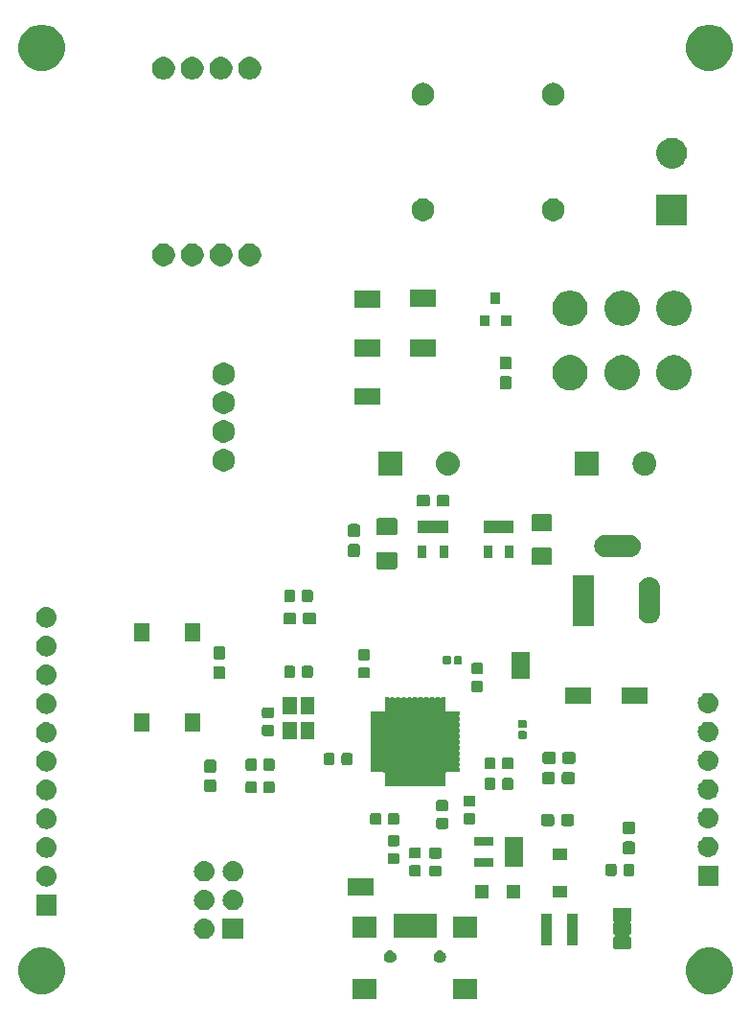
<source format=gbr>
G04 #@! TF.GenerationSoftware,KiCad,Pcbnew,5.1.4*
G04 #@! TF.CreationDate,2019-09-16T18:09:56+12:00*
G04 #@! TF.ProjectId,spiroBoardV2,73706972-6f42-46f6-9172-6456322e6b69,rev?*
G04 #@! TF.SameCoordinates,Original*
G04 #@! TF.FileFunction,Soldermask,Bot*
G04 #@! TF.FilePolarity,Negative*
%FSLAX46Y46*%
G04 Gerber Fmt 4.6, Leading zero omitted, Abs format (unit mm)*
G04 Created by KiCad (PCBNEW 5.1.4) date 2019-09-16 18:09:56*
%MOMM*%
%LPD*%
G04 APERTURE LIST*
%ADD10C,0.100000*%
G04 APERTURE END LIST*
D10*
G36*
X106501000Y-153501000D02*
G01*
X104399000Y-153501000D01*
X104399000Y-151699000D01*
X106501000Y-151699000D01*
X106501000Y-153501000D01*
X106501000Y-153501000D01*
G37*
G36*
X97601000Y-153501000D02*
G01*
X95499000Y-153501000D01*
X95499000Y-151699000D01*
X97601000Y-151699000D01*
X97601000Y-153501000D01*
X97601000Y-153501000D01*
G37*
G36*
X68598254Y-149027818D02*
G01*
X68971511Y-149182426D01*
X68971513Y-149182427D01*
X69090168Y-149261710D01*
X69307436Y-149406884D01*
X69593116Y-149692564D01*
X69817574Y-150028489D01*
X69972182Y-150401746D01*
X70051000Y-150797993D01*
X70051000Y-151202007D01*
X69972182Y-151598254D01*
X69817574Y-151971511D01*
X69817573Y-151971513D01*
X69593116Y-152307436D01*
X69307436Y-152593116D01*
X68971513Y-152817573D01*
X68971512Y-152817574D01*
X68971511Y-152817574D01*
X68598254Y-152972182D01*
X68202007Y-153051000D01*
X67797993Y-153051000D01*
X67401746Y-152972182D01*
X67028489Y-152817574D01*
X67028488Y-152817574D01*
X67028487Y-152817573D01*
X66692564Y-152593116D01*
X66406884Y-152307436D01*
X66182427Y-151971513D01*
X66182426Y-151971511D01*
X66027818Y-151598254D01*
X65949000Y-151202007D01*
X65949000Y-150797993D01*
X66027818Y-150401746D01*
X66182426Y-150028489D01*
X66406884Y-149692564D01*
X66692564Y-149406884D01*
X66909832Y-149261710D01*
X67028487Y-149182427D01*
X67028489Y-149182426D01*
X67401746Y-149027818D01*
X67797993Y-148949000D01*
X68202007Y-148949000D01*
X68598254Y-149027818D01*
X68598254Y-149027818D01*
G37*
G36*
X127598254Y-149027818D02*
G01*
X127971511Y-149182426D01*
X127971513Y-149182427D01*
X128090168Y-149261710D01*
X128307436Y-149406884D01*
X128593116Y-149692564D01*
X128817574Y-150028489D01*
X128972182Y-150401746D01*
X129051000Y-150797993D01*
X129051000Y-151202007D01*
X128972182Y-151598254D01*
X128817574Y-151971511D01*
X128817573Y-151971513D01*
X128593116Y-152307436D01*
X128307436Y-152593116D01*
X127971513Y-152817573D01*
X127971512Y-152817574D01*
X127971511Y-152817574D01*
X127598254Y-152972182D01*
X127202007Y-153051000D01*
X126797993Y-153051000D01*
X126401746Y-152972182D01*
X126028489Y-152817574D01*
X126028488Y-152817574D01*
X126028487Y-152817573D01*
X125692564Y-152593116D01*
X125406884Y-152307436D01*
X125182427Y-151971513D01*
X125182426Y-151971511D01*
X125027818Y-151598254D01*
X124949000Y-151202007D01*
X124949000Y-150797993D01*
X125027818Y-150401746D01*
X125182426Y-150028489D01*
X125406884Y-149692564D01*
X125692564Y-149406884D01*
X125909832Y-149261710D01*
X126028487Y-149182427D01*
X126028489Y-149182426D01*
X126401746Y-149027818D01*
X126797993Y-148949000D01*
X127202007Y-148949000D01*
X127598254Y-149027818D01*
X127598254Y-149027818D01*
G37*
G36*
X98960721Y-149220174D02*
G01*
X99060995Y-149261709D01*
X99060996Y-149261710D01*
X99151242Y-149322010D01*
X99227990Y-149398758D01*
X99258345Y-149444188D01*
X99288291Y-149489005D01*
X99329826Y-149589279D01*
X99351000Y-149695730D01*
X99351000Y-149804270D01*
X99329826Y-149910721D01*
X99288291Y-150010995D01*
X99288290Y-150010996D01*
X99227990Y-150101242D01*
X99151242Y-150177990D01*
X99105812Y-150208345D01*
X99060995Y-150238291D01*
X98960721Y-150279826D01*
X98854270Y-150301000D01*
X98745730Y-150301000D01*
X98639279Y-150279826D01*
X98539005Y-150238291D01*
X98494188Y-150208345D01*
X98448758Y-150177990D01*
X98372010Y-150101242D01*
X98311710Y-150010996D01*
X98311709Y-150010995D01*
X98270174Y-149910721D01*
X98249000Y-149804270D01*
X98249000Y-149695730D01*
X98270174Y-149589279D01*
X98311709Y-149489005D01*
X98341655Y-149444188D01*
X98372010Y-149398758D01*
X98448758Y-149322010D01*
X98539004Y-149261710D01*
X98539005Y-149261709D01*
X98639279Y-149220174D01*
X98745730Y-149199000D01*
X98854270Y-149199000D01*
X98960721Y-149220174D01*
X98960721Y-149220174D01*
G37*
G36*
X103360721Y-149220174D02*
G01*
X103460995Y-149261709D01*
X103460996Y-149261710D01*
X103551242Y-149322010D01*
X103627990Y-149398758D01*
X103658345Y-149444188D01*
X103688291Y-149489005D01*
X103729826Y-149589279D01*
X103751000Y-149695730D01*
X103751000Y-149804270D01*
X103729826Y-149910721D01*
X103688291Y-150010995D01*
X103688290Y-150010996D01*
X103627990Y-150101242D01*
X103551242Y-150177990D01*
X103505812Y-150208345D01*
X103460995Y-150238291D01*
X103360721Y-150279826D01*
X103254270Y-150301000D01*
X103145730Y-150301000D01*
X103039279Y-150279826D01*
X102939005Y-150238291D01*
X102894188Y-150208345D01*
X102848758Y-150177990D01*
X102772010Y-150101242D01*
X102711710Y-150010996D01*
X102711709Y-150010995D01*
X102670174Y-149910721D01*
X102649000Y-149804270D01*
X102649000Y-149695730D01*
X102670174Y-149589279D01*
X102711709Y-149489005D01*
X102741655Y-149444188D01*
X102772010Y-149398758D01*
X102848758Y-149322010D01*
X102939004Y-149261710D01*
X102939005Y-149261709D01*
X103039279Y-149220174D01*
X103145730Y-149199000D01*
X103254270Y-149199000D01*
X103360721Y-149220174D01*
X103360721Y-149220174D01*
G37*
G36*
X120101000Y-146585085D02*
G01*
X120099583Y-146585515D01*
X120077972Y-146597066D01*
X120059030Y-146612611D01*
X120043485Y-146631553D01*
X120031934Y-146653164D01*
X120024821Y-146676613D01*
X120022419Y-146700999D01*
X120024821Y-146725385D01*
X120031934Y-146748834D01*
X120043485Y-146770445D01*
X120050793Y-146780298D01*
X120062494Y-146794556D01*
X120083275Y-146833434D01*
X120096074Y-146875627D01*
X120101000Y-146925641D01*
X120101000Y-147614359D01*
X120096074Y-147664373D01*
X120083275Y-147706566D01*
X120062494Y-147745444D01*
X120034525Y-147779525D01*
X119999371Y-147808375D01*
X119982044Y-147825702D01*
X119968431Y-147846076D01*
X119959053Y-147868715D01*
X119954273Y-147892748D01*
X119954273Y-147917253D01*
X119959054Y-147941286D01*
X119968431Y-147963925D01*
X119982045Y-147984299D01*
X119999371Y-148001625D01*
X120034525Y-148030475D01*
X120062494Y-148064556D01*
X120083275Y-148103434D01*
X120096074Y-148145627D01*
X120101000Y-148195641D01*
X120101000Y-148884359D01*
X120096074Y-148934373D01*
X120083275Y-148976566D01*
X120062494Y-149015444D01*
X120034525Y-149049525D01*
X120000444Y-149077494D01*
X119961566Y-149098275D01*
X119919373Y-149111074D01*
X119869359Y-149116000D01*
X118730641Y-149116000D01*
X118680627Y-149111074D01*
X118638434Y-149098275D01*
X118599556Y-149077494D01*
X118565475Y-149049525D01*
X118537506Y-149015444D01*
X118516725Y-148976566D01*
X118503926Y-148934373D01*
X118499000Y-148884359D01*
X118499000Y-148195641D01*
X118503926Y-148145627D01*
X118516725Y-148103434D01*
X118537506Y-148064556D01*
X118565475Y-148030475D01*
X118600629Y-148001625D01*
X118617956Y-147984298D01*
X118631569Y-147963924D01*
X118640947Y-147941285D01*
X118645727Y-147917252D01*
X118645727Y-147892747D01*
X118640946Y-147868714D01*
X118631569Y-147846075D01*
X118617955Y-147825701D01*
X118600629Y-147808375D01*
X118565475Y-147779525D01*
X118537506Y-147745444D01*
X118516725Y-147706566D01*
X118503926Y-147664373D01*
X118499000Y-147614359D01*
X118499000Y-146925641D01*
X118503926Y-146875627D01*
X118516725Y-146833434D01*
X118537506Y-146794556D01*
X118549207Y-146780298D01*
X118562821Y-146759924D01*
X118572198Y-146737285D01*
X118576979Y-146713252D01*
X118576979Y-146688748D01*
X118572199Y-146664714D01*
X118562822Y-146642075D01*
X118549208Y-146621701D01*
X118531881Y-146604374D01*
X118511507Y-146590760D01*
X118499000Y-146585580D01*
X118499000Y-145424000D01*
X120101000Y-145424000D01*
X120101000Y-146585085D01*
X120101000Y-146585085D01*
G37*
G36*
X113051000Y-148801000D02*
G01*
X112149000Y-148801000D01*
X112149000Y-145999000D01*
X113051000Y-145999000D01*
X113051000Y-148801000D01*
X113051000Y-148801000D01*
G37*
G36*
X115351000Y-148801000D02*
G01*
X114449000Y-148801000D01*
X114449000Y-145999000D01*
X115351000Y-145999000D01*
X115351000Y-148801000D01*
X115351000Y-148801000D01*
G37*
G36*
X82470443Y-146405519D02*
G01*
X82536627Y-146412037D01*
X82706466Y-146463557D01*
X82862991Y-146547222D01*
X82898057Y-146576000D01*
X83000186Y-146659814D01*
X83068074Y-146742537D01*
X83112778Y-146797009D01*
X83196443Y-146953534D01*
X83247963Y-147123373D01*
X83265359Y-147300000D01*
X83247963Y-147476627D01*
X83196443Y-147646466D01*
X83112778Y-147802991D01*
X83108359Y-147808375D01*
X83000186Y-147940186D01*
X82898729Y-148023448D01*
X82862991Y-148052778D01*
X82706466Y-148136443D01*
X82536627Y-148187963D01*
X82470443Y-148194481D01*
X82404260Y-148201000D01*
X82315740Y-148201000D01*
X82249557Y-148194481D01*
X82183373Y-148187963D01*
X82013534Y-148136443D01*
X81857009Y-148052778D01*
X81821271Y-148023448D01*
X81719814Y-147940186D01*
X81611641Y-147808375D01*
X81607222Y-147802991D01*
X81523557Y-147646466D01*
X81472037Y-147476627D01*
X81454641Y-147300000D01*
X81472037Y-147123373D01*
X81523557Y-146953534D01*
X81607222Y-146797009D01*
X81651926Y-146742537D01*
X81719814Y-146659814D01*
X81821943Y-146576000D01*
X81857009Y-146547222D01*
X82013534Y-146463557D01*
X82183373Y-146412037D01*
X82249557Y-146405519D01*
X82315740Y-146399000D01*
X82404260Y-146399000D01*
X82470443Y-146405519D01*
X82470443Y-146405519D01*
G37*
G36*
X85801000Y-148201000D02*
G01*
X83999000Y-148201000D01*
X83999000Y-146399000D01*
X85801000Y-146399000D01*
X85801000Y-148201000D01*
X85801000Y-148201000D01*
G37*
G36*
X102901000Y-148101000D02*
G01*
X99099000Y-148101000D01*
X99099000Y-145999000D01*
X102901000Y-145999000D01*
X102901000Y-148101000D01*
X102901000Y-148101000D01*
G37*
G36*
X97601000Y-148051000D02*
G01*
X95499000Y-148051000D01*
X95499000Y-146249000D01*
X97601000Y-146249000D01*
X97601000Y-148051000D01*
X97601000Y-148051000D01*
G37*
G36*
X106501000Y-148051000D02*
G01*
X104399000Y-148051000D01*
X104399000Y-146249000D01*
X106501000Y-146249000D01*
X106501000Y-148051000D01*
X106501000Y-148051000D01*
G37*
G36*
X69301000Y-146101000D02*
G01*
X67499000Y-146101000D01*
X67499000Y-144299000D01*
X69301000Y-144299000D01*
X69301000Y-146101000D01*
X69301000Y-146101000D01*
G37*
G36*
X85010442Y-143865518D02*
G01*
X85076627Y-143872037D01*
X85246466Y-143923557D01*
X85402991Y-144007222D01*
X85438729Y-144036552D01*
X85540186Y-144119814D01*
X85623448Y-144221271D01*
X85652778Y-144257009D01*
X85736443Y-144413534D01*
X85787963Y-144583373D01*
X85805359Y-144760000D01*
X85787963Y-144936627D01*
X85736443Y-145106466D01*
X85652778Y-145262991D01*
X85623448Y-145298729D01*
X85540186Y-145400186D01*
X85438729Y-145483448D01*
X85402991Y-145512778D01*
X85246466Y-145596443D01*
X85076627Y-145647963D01*
X85010442Y-145654482D01*
X84944260Y-145661000D01*
X84855740Y-145661000D01*
X84789558Y-145654482D01*
X84723373Y-145647963D01*
X84553534Y-145596443D01*
X84397009Y-145512778D01*
X84361271Y-145483448D01*
X84259814Y-145400186D01*
X84176552Y-145298729D01*
X84147222Y-145262991D01*
X84063557Y-145106466D01*
X84012037Y-144936627D01*
X83994641Y-144760000D01*
X84012037Y-144583373D01*
X84063557Y-144413534D01*
X84147222Y-144257009D01*
X84176552Y-144221271D01*
X84259814Y-144119814D01*
X84361271Y-144036552D01*
X84397009Y-144007222D01*
X84553534Y-143923557D01*
X84723373Y-143872037D01*
X84789558Y-143865518D01*
X84855740Y-143859000D01*
X84944260Y-143859000D01*
X85010442Y-143865518D01*
X85010442Y-143865518D01*
G37*
G36*
X82470442Y-143865518D02*
G01*
X82536627Y-143872037D01*
X82706466Y-143923557D01*
X82862991Y-144007222D01*
X82898729Y-144036552D01*
X83000186Y-144119814D01*
X83083448Y-144221271D01*
X83112778Y-144257009D01*
X83196443Y-144413534D01*
X83247963Y-144583373D01*
X83265359Y-144760000D01*
X83247963Y-144936627D01*
X83196443Y-145106466D01*
X83112778Y-145262991D01*
X83083448Y-145298729D01*
X83000186Y-145400186D01*
X82898729Y-145483448D01*
X82862991Y-145512778D01*
X82706466Y-145596443D01*
X82536627Y-145647963D01*
X82470442Y-145654482D01*
X82404260Y-145661000D01*
X82315740Y-145661000D01*
X82249558Y-145654482D01*
X82183373Y-145647963D01*
X82013534Y-145596443D01*
X81857009Y-145512778D01*
X81821271Y-145483448D01*
X81719814Y-145400186D01*
X81636552Y-145298729D01*
X81607222Y-145262991D01*
X81523557Y-145106466D01*
X81472037Y-144936627D01*
X81454641Y-144760000D01*
X81472037Y-144583373D01*
X81523557Y-144413534D01*
X81607222Y-144257009D01*
X81636552Y-144221271D01*
X81719814Y-144119814D01*
X81821271Y-144036552D01*
X81857009Y-144007222D01*
X82013534Y-143923557D01*
X82183373Y-143872037D01*
X82249558Y-143865518D01*
X82315740Y-143859000D01*
X82404260Y-143859000D01*
X82470442Y-143865518D01*
X82470442Y-143865518D01*
G37*
G36*
X107501000Y-144601000D02*
G01*
X106299000Y-144601000D01*
X106299000Y-143399000D01*
X107501000Y-143399000D01*
X107501000Y-144601000D01*
X107501000Y-144601000D01*
G37*
G36*
X110301000Y-144601000D02*
G01*
X109099000Y-144601000D01*
X109099000Y-143399000D01*
X110301000Y-143399000D01*
X110301000Y-144601000D01*
X110301000Y-144601000D01*
G37*
G36*
X114451000Y-144551000D02*
G01*
X113149000Y-144551000D01*
X113149000Y-143549000D01*
X114451000Y-143549000D01*
X114451000Y-144551000D01*
X114451000Y-144551000D01*
G37*
G36*
X97351000Y-144351000D02*
G01*
X95049000Y-144351000D01*
X95049000Y-142849000D01*
X97351000Y-142849000D01*
X97351000Y-144351000D01*
X97351000Y-144351000D01*
G37*
G36*
X68506813Y-141765161D02*
G01*
X68576627Y-141772037D01*
X68746466Y-141823557D01*
X68746468Y-141823558D01*
X68763962Y-141832909D01*
X68902991Y-141907222D01*
X68931660Y-141930750D01*
X69040186Y-142019814D01*
X69123448Y-142121271D01*
X69152778Y-142157009D01*
X69236443Y-142313534D01*
X69287963Y-142483373D01*
X69305359Y-142660000D01*
X69287963Y-142836627D01*
X69236443Y-143006466D01*
X69152778Y-143162991D01*
X69123448Y-143198729D01*
X69040186Y-143300186D01*
X68938729Y-143383448D01*
X68902991Y-143412778D01*
X68746466Y-143496443D01*
X68576627Y-143547963D01*
X68510442Y-143554482D01*
X68444260Y-143561000D01*
X68355740Y-143561000D01*
X68289558Y-143554482D01*
X68223373Y-143547963D01*
X68053534Y-143496443D01*
X67897009Y-143412778D01*
X67861271Y-143383448D01*
X67759814Y-143300186D01*
X67676552Y-143198729D01*
X67647222Y-143162991D01*
X67563557Y-143006466D01*
X67512037Y-142836627D01*
X67494641Y-142660000D01*
X67512037Y-142483373D01*
X67563557Y-142313534D01*
X67647222Y-142157009D01*
X67676552Y-142121271D01*
X67759814Y-142019814D01*
X67868340Y-141930750D01*
X67897009Y-141907222D01*
X68036038Y-141832909D01*
X68053532Y-141823558D01*
X68053534Y-141823557D01*
X68223373Y-141772037D01*
X68293187Y-141765161D01*
X68355740Y-141759000D01*
X68444260Y-141759000D01*
X68506813Y-141765161D01*
X68506813Y-141765161D01*
G37*
G36*
X127801000Y-143501000D02*
G01*
X125999000Y-143501000D01*
X125999000Y-141699000D01*
X127801000Y-141699000D01*
X127801000Y-143501000D01*
X127801000Y-143501000D01*
G37*
G36*
X85010443Y-141325519D02*
G01*
X85076627Y-141332037D01*
X85246466Y-141383557D01*
X85402991Y-141467222D01*
X85403266Y-141467448D01*
X85540186Y-141579814D01*
X85623448Y-141681271D01*
X85652778Y-141717009D01*
X85736443Y-141873534D01*
X85787963Y-142043373D01*
X85805359Y-142220000D01*
X85787963Y-142396627D01*
X85739937Y-142554948D01*
X85736442Y-142566468D01*
X85712314Y-142611607D01*
X85652778Y-142722991D01*
X85623448Y-142758729D01*
X85540186Y-142860186D01*
X85438729Y-142943448D01*
X85402991Y-142972778D01*
X85246466Y-143056443D01*
X85076627Y-143107963D01*
X85010442Y-143114482D01*
X84944260Y-143121000D01*
X84855740Y-143121000D01*
X84789558Y-143114482D01*
X84723373Y-143107963D01*
X84553534Y-143056443D01*
X84397009Y-142972778D01*
X84361271Y-142943448D01*
X84259814Y-142860186D01*
X84176552Y-142758729D01*
X84147222Y-142722991D01*
X84087686Y-142611607D01*
X84063558Y-142566468D01*
X84060063Y-142554948D01*
X84012037Y-142396627D01*
X83994641Y-142220000D01*
X84012037Y-142043373D01*
X84063557Y-141873534D01*
X84147222Y-141717009D01*
X84176552Y-141681271D01*
X84259814Y-141579814D01*
X84396734Y-141467448D01*
X84397009Y-141467222D01*
X84553534Y-141383557D01*
X84723373Y-141332037D01*
X84789557Y-141325519D01*
X84855740Y-141319000D01*
X84944260Y-141319000D01*
X85010443Y-141325519D01*
X85010443Y-141325519D01*
G37*
G36*
X82470443Y-141325519D02*
G01*
X82536627Y-141332037D01*
X82706466Y-141383557D01*
X82862991Y-141467222D01*
X82863266Y-141467448D01*
X83000186Y-141579814D01*
X83083448Y-141681271D01*
X83112778Y-141717009D01*
X83196443Y-141873534D01*
X83247963Y-142043373D01*
X83265359Y-142220000D01*
X83247963Y-142396627D01*
X83199937Y-142554948D01*
X83196442Y-142566468D01*
X83172314Y-142611607D01*
X83112778Y-142722991D01*
X83083448Y-142758729D01*
X83000186Y-142860186D01*
X82898729Y-142943448D01*
X82862991Y-142972778D01*
X82706466Y-143056443D01*
X82536627Y-143107963D01*
X82470442Y-143114482D01*
X82404260Y-143121000D01*
X82315740Y-143121000D01*
X82249558Y-143114482D01*
X82183373Y-143107963D01*
X82013534Y-143056443D01*
X81857009Y-142972778D01*
X81821271Y-142943448D01*
X81719814Y-142860186D01*
X81636552Y-142758729D01*
X81607222Y-142722991D01*
X81547686Y-142611607D01*
X81523558Y-142566468D01*
X81520063Y-142554948D01*
X81472037Y-142396627D01*
X81454641Y-142220000D01*
X81472037Y-142043373D01*
X81523557Y-141873534D01*
X81607222Y-141717009D01*
X81636552Y-141681271D01*
X81719814Y-141579814D01*
X81856734Y-141467448D01*
X81857009Y-141467222D01*
X82013534Y-141383557D01*
X82183373Y-141332037D01*
X82249557Y-141325519D01*
X82315740Y-141319000D01*
X82404260Y-141319000D01*
X82470443Y-141325519D01*
X82470443Y-141325519D01*
G37*
G36*
X103179591Y-141715585D02*
G01*
X103213569Y-141725893D01*
X103244890Y-141742634D01*
X103272339Y-141765161D01*
X103294866Y-141792610D01*
X103311607Y-141823931D01*
X103321915Y-141857909D01*
X103326000Y-141899390D01*
X103326000Y-142500610D01*
X103321915Y-142542091D01*
X103311607Y-142576069D01*
X103294866Y-142607390D01*
X103272339Y-142634839D01*
X103244890Y-142657366D01*
X103213569Y-142674107D01*
X103179591Y-142684415D01*
X103138110Y-142688500D01*
X102461890Y-142688500D01*
X102420409Y-142684415D01*
X102386431Y-142674107D01*
X102355110Y-142657366D01*
X102327661Y-142634839D01*
X102305134Y-142607390D01*
X102288393Y-142576069D01*
X102278085Y-142542091D01*
X102274000Y-142500610D01*
X102274000Y-141899390D01*
X102278085Y-141857909D01*
X102288393Y-141823931D01*
X102305134Y-141792610D01*
X102327661Y-141765161D01*
X102355110Y-141742634D01*
X102386431Y-141725893D01*
X102420409Y-141715585D01*
X102461890Y-141711500D01*
X103138110Y-141711500D01*
X103179591Y-141715585D01*
X103179591Y-141715585D01*
G37*
G36*
X101379591Y-141690585D02*
G01*
X101413569Y-141700893D01*
X101444890Y-141717634D01*
X101472339Y-141740161D01*
X101494866Y-141767610D01*
X101511607Y-141798931D01*
X101521915Y-141832909D01*
X101526000Y-141874390D01*
X101526000Y-142475610D01*
X101521915Y-142517091D01*
X101511607Y-142551069D01*
X101494866Y-142582390D01*
X101472339Y-142609839D01*
X101444890Y-142632366D01*
X101413569Y-142649107D01*
X101379591Y-142659415D01*
X101338110Y-142663500D01*
X100661890Y-142663500D01*
X100620409Y-142659415D01*
X100586431Y-142649107D01*
X100555110Y-142632366D01*
X100527661Y-142609839D01*
X100505134Y-142582390D01*
X100488393Y-142551069D01*
X100478085Y-142517091D01*
X100474000Y-142475610D01*
X100474000Y-141874390D01*
X100478085Y-141832909D01*
X100488393Y-141798931D01*
X100505134Y-141767610D01*
X100527661Y-141740161D01*
X100555110Y-141717634D01*
X100586431Y-141700893D01*
X100620409Y-141690585D01*
X100661890Y-141686500D01*
X101338110Y-141686500D01*
X101379591Y-141690585D01*
X101379591Y-141690585D01*
G37*
G36*
X120242091Y-141578085D02*
G01*
X120276069Y-141588393D01*
X120307390Y-141605134D01*
X120334839Y-141627661D01*
X120357366Y-141655110D01*
X120374107Y-141686431D01*
X120384415Y-141720409D01*
X120388500Y-141761890D01*
X120388500Y-142438110D01*
X120384415Y-142479591D01*
X120374107Y-142513569D01*
X120357366Y-142544890D01*
X120334839Y-142572339D01*
X120307390Y-142594866D01*
X120276069Y-142611607D01*
X120242091Y-142621915D01*
X120200610Y-142626000D01*
X119599390Y-142626000D01*
X119557909Y-142621915D01*
X119523931Y-142611607D01*
X119492610Y-142594866D01*
X119465161Y-142572339D01*
X119442634Y-142544890D01*
X119425893Y-142513569D01*
X119415585Y-142479591D01*
X119411500Y-142438110D01*
X119411500Y-141761890D01*
X119415585Y-141720409D01*
X119425893Y-141686431D01*
X119442634Y-141655110D01*
X119465161Y-141627661D01*
X119492610Y-141605134D01*
X119523931Y-141588393D01*
X119557909Y-141578085D01*
X119599390Y-141574000D01*
X120200610Y-141574000D01*
X120242091Y-141578085D01*
X120242091Y-141578085D01*
G37*
G36*
X118667091Y-141578085D02*
G01*
X118701069Y-141588393D01*
X118732390Y-141605134D01*
X118759839Y-141627661D01*
X118782366Y-141655110D01*
X118799107Y-141686431D01*
X118809415Y-141720409D01*
X118813500Y-141761890D01*
X118813500Y-142438110D01*
X118809415Y-142479591D01*
X118799107Y-142513569D01*
X118782366Y-142544890D01*
X118759839Y-142572339D01*
X118732390Y-142594866D01*
X118701069Y-142611607D01*
X118667091Y-142621915D01*
X118625610Y-142626000D01*
X118024390Y-142626000D01*
X117982909Y-142621915D01*
X117948931Y-142611607D01*
X117917610Y-142594866D01*
X117890161Y-142572339D01*
X117867634Y-142544890D01*
X117850893Y-142513569D01*
X117840585Y-142479591D01*
X117836500Y-142438110D01*
X117836500Y-141761890D01*
X117840585Y-141720409D01*
X117850893Y-141686431D01*
X117867634Y-141655110D01*
X117890161Y-141627661D01*
X117917610Y-141605134D01*
X117948931Y-141588393D01*
X117982909Y-141578085D01*
X118024390Y-141574000D01*
X118625610Y-141574000D01*
X118667091Y-141578085D01*
X118667091Y-141578085D01*
G37*
G36*
X110581000Y-141826000D02*
G01*
X108919000Y-141826000D01*
X108919000Y-139174000D01*
X110581000Y-139174000D01*
X110581000Y-141826000D01*
X110581000Y-141826000D01*
G37*
G36*
X107881000Y-141826000D02*
G01*
X106219000Y-141826000D01*
X106219000Y-141074000D01*
X107881000Y-141074000D01*
X107881000Y-141826000D01*
X107881000Y-141826000D01*
G37*
G36*
X99479591Y-140603085D02*
G01*
X99513569Y-140613393D01*
X99544890Y-140630134D01*
X99572339Y-140652661D01*
X99594866Y-140680110D01*
X99611607Y-140711431D01*
X99621915Y-140745409D01*
X99626000Y-140786890D01*
X99626000Y-141388110D01*
X99621915Y-141429591D01*
X99611607Y-141463569D01*
X99594866Y-141494890D01*
X99572339Y-141522339D01*
X99544890Y-141544866D01*
X99513569Y-141561607D01*
X99479591Y-141571915D01*
X99438110Y-141576000D01*
X98761890Y-141576000D01*
X98720409Y-141571915D01*
X98686431Y-141561607D01*
X98655110Y-141544866D01*
X98627661Y-141522339D01*
X98605134Y-141494890D01*
X98588393Y-141463569D01*
X98578085Y-141429591D01*
X98574000Y-141388110D01*
X98574000Y-140786890D01*
X98578085Y-140745409D01*
X98588393Y-140711431D01*
X98605134Y-140680110D01*
X98627661Y-140652661D01*
X98655110Y-140630134D01*
X98686431Y-140613393D01*
X98720409Y-140603085D01*
X98761890Y-140599000D01*
X99438110Y-140599000D01*
X99479591Y-140603085D01*
X99479591Y-140603085D01*
G37*
G36*
X114451000Y-141251000D02*
G01*
X113149000Y-141251000D01*
X113149000Y-140249000D01*
X114451000Y-140249000D01*
X114451000Y-141251000D01*
X114451000Y-141251000D01*
G37*
G36*
X103179591Y-140140585D02*
G01*
X103213569Y-140150893D01*
X103244890Y-140167634D01*
X103272339Y-140190161D01*
X103294866Y-140217610D01*
X103311607Y-140248931D01*
X103321915Y-140282909D01*
X103326000Y-140324390D01*
X103326000Y-140925610D01*
X103321915Y-140967091D01*
X103311607Y-141001069D01*
X103294866Y-141032390D01*
X103272339Y-141059839D01*
X103244890Y-141082366D01*
X103213569Y-141099107D01*
X103179591Y-141109415D01*
X103138110Y-141113500D01*
X102461890Y-141113500D01*
X102420409Y-141109415D01*
X102386431Y-141099107D01*
X102355110Y-141082366D01*
X102327661Y-141059839D01*
X102305134Y-141032390D01*
X102288393Y-141001069D01*
X102278085Y-140967091D01*
X102274000Y-140925610D01*
X102274000Y-140324390D01*
X102278085Y-140282909D01*
X102288393Y-140248931D01*
X102305134Y-140217610D01*
X102327661Y-140190161D01*
X102355110Y-140167634D01*
X102386431Y-140150893D01*
X102420409Y-140140585D01*
X102461890Y-140136500D01*
X103138110Y-140136500D01*
X103179591Y-140140585D01*
X103179591Y-140140585D01*
G37*
G36*
X101379591Y-140115585D02*
G01*
X101413569Y-140125893D01*
X101444890Y-140142634D01*
X101472339Y-140165161D01*
X101494866Y-140192610D01*
X101511607Y-140223931D01*
X101521915Y-140257909D01*
X101526000Y-140299390D01*
X101526000Y-140900610D01*
X101521915Y-140942091D01*
X101511607Y-140976069D01*
X101494866Y-141007390D01*
X101472339Y-141034839D01*
X101444890Y-141057366D01*
X101413569Y-141074107D01*
X101379591Y-141084415D01*
X101338110Y-141088500D01*
X100661890Y-141088500D01*
X100620409Y-141084415D01*
X100586431Y-141074107D01*
X100555110Y-141057366D01*
X100527661Y-141034839D01*
X100505134Y-141007390D01*
X100488393Y-140976069D01*
X100478085Y-140942091D01*
X100474000Y-140900610D01*
X100474000Y-140299390D01*
X100478085Y-140257909D01*
X100488393Y-140223931D01*
X100505134Y-140192610D01*
X100527661Y-140165161D01*
X100555110Y-140142634D01*
X100586431Y-140125893D01*
X100620409Y-140115585D01*
X100661890Y-140111500D01*
X101338110Y-140111500D01*
X101379591Y-140115585D01*
X101379591Y-140115585D01*
G37*
G36*
X68490527Y-139223557D02*
G01*
X68576627Y-139232037D01*
X68746466Y-139283557D01*
X68902991Y-139367222D01*
X68938729Y-139396552D01*
X69040186Y-139479814D01*
X69103537Y-139557009D01*
X69152778Y-139617009D01*
X69236443Y-139773534D01*
X69287963Y-139943373D01*
X69305359Y-140120000D01*
X69287963Y-140296627D01*
X69236443Y-140466466D01*
X69152778Y-140622991D01*
X69141647Y-140636554D01*
X69040186Y-140760186D01*
X68938971Y-140843250D01*
X68902991Y-140872778D01*
X68902989Y-140872779D01*
X68773317Y-140942091D01*
X68746466Y-140956443D01*
X68576627Y-141007963D01*
X68510443Y-141014481D01*
X68444260Y-141021000D01*
X68355740Y-141021000D01*
X68289557Y-141014481D01*
X68223373Y-141007963D01*
X68053534Y-140956443D01*
X68026684Y-140942091D01*
X67897011Y-140872779D01*
X67897009Y-140872778D01*
X67861029Y-140843250D01*
X67759814Y-140760186D01*
X67658353Y-140636554D01*
X67647222Y-140622991D01*
X67563557Y-140466466D01*
X67512037Y-140296627D01*
X67494641Y-140120000D01*
X67512037Y-139943373D01*
X67563557Y-139773534D01*
X67647222Y-139617009D01*
X67696463Y-139557009D01*
X67759814Y-139479814D01*
X67861271Y-139396552D01*
X67897009Y-139367222D01*
X68053534Y-139283557D01*
X68223373Y-139232037D01*
X68309473Y-139223557D01*
X68355740Y-139219000D01*
X68444260Y-139219000D01*
X68490527Y-139223557D01*
X68490527Y-139223557D01*
G37*
G36*
X127010443Y-139165519D02*
G01*
X127076627Y-139172037D01*
X127246466Y-139223557D01*
X127402991Y-139307222D01*
X127438729Y-139336552D01*
X127540186Y-139419814D01*
X127623448Y-139521271D01*
X127652778Y-139557009D01*
X127736443Y-139713534D01*
X127787963Y-139883373D01*
X127805359Y-140060000D01*
X127787963Y-140236627D01*
X127736443Y-140406466D01*
X127652778Y-140562991D01*
X127652240Y-140563646D01*
X127540186Y-140700186D01*
X127438729Y-140783448D01*
X127402991Y-140812778D01*
X127402989Y-140812779D01*
X127254964Y-140891901D01*
X127246466Y-140896443D01*
X127076627Y-140947963D01*
X127010442Y-140954482D01*
X126944260Y-140961000D01*
X126855740Y-140961000D01*
X126789558Y-140954482D01*
X126723373Y-140947963D01*
X126553534Y-140896443D01*
X126545037Y-140891901D01*
X126397011Y-140812779D01*
X126397009Y-140812778D01*
X126361271Y-140783448D01*
X126259814Y-140700186D01*
X126147760Y-140563646D01*
X126147222Y-140562991D01*
X126063557Y-140406466D01*
X126012037Y-140236627D01*
X125994641Y-140060000D01*
X126012037Y-139883373D01*
X126063557Y-139713534D01*
X126147222Y-139557009D01*
X126176552Y-139521271D01*
X126259814Y-139419814D01*
X126361271Y-139336552D01*
X126397009Y-139307222D01*
X126553534Y-139223557D01*
X126723373Y-139172037D01*
X126789557Y-139165519D01*
X126855740Y-139159000D01*
X126944260Y-139159000D01*
X127010443Y-139165519D01*
X127010443Y-139165519D01*
G37*
G36*
X120264499Y-139578445D02*
G01*
X120301995Y-139589820D01*
X120336554Y-139608292D01*
X120366847Y-139633153D01*
X120391708Y-139663446D01*
X120410180Y-139698005D01*
X120421555Y-139735501D01*
X120426000Y-139780638D01*
X120426000Y-140519362D01*
X120421555Y-140564499D01*
X120410180Y-140601995D01*
X120391708Y-140636554D01*
X120366847Y-140666847D01*
X120336554Y-140691708D01*
X120301995Y-140710180D01*
X120264499Y-140721555D01*
X120219362Y-140726000D01*
X119580638Y-140726000D01*
X119535501Y-140721555D01*
X119498005Y-140710180D01*
X119463446Y-140691708D01*
X119433153Y-140666847D01*
X119408292Y-140636554D01*
X119389820Y-140601995D01*
X119378445Y-140564499D01*
X119374000Y-140519362D01*
X119374000Y-139780638D01*
X119378445Y-139735501D01*
X119389820Y-139698005D01*
X119408292Y-139663446D01*
X119433153Y-139633153D01*
X119463446Y-139608292D01*
X119498005Y-139589820D01*
X119535501Y-139578445D01*
X119580638Y-139574000D01*
X120219362Y-139574000D01*
X120264499Y-139578445D01*
X120264499Y-139578445D01*
G37*
G36*
X99479591Y-139028085D02*
G01*
X99513569Y-139038393D01*
X99544890Y-139055134D01*
X99572339Y-139077661D01*
X99594866Y-139105110D01*
X99611607Y-139136431D01*
X99621915Y-139170409D01*
X99626000Y-139211890D01*
X99626000Y-139813110D01*
X99621915Y-139854591D01*
X99611607Y-139888569D01*
X99594866Y-139919890D01*
X99572339Y-139947339D01*
X99544890Y-139969866D01*
X99513569Y-139986607D01*
X99479591Y-139996915D01*
X99438110Y-140001000D01*
X98761890Y-140001000D01*
X98720409Y-139996915D01*
X98686431Y-139986607D01*
X98655110Y-139969866D01*
X98627661Y-139947339D01*
X98605134Y-139919890D01*
X98588393Y-139888569D01*
X98578085Y-139854591D01*
X98574000Y-139813110D01*
X98574000Y-139211890D01*
X98578085Y-139170409D01*
X98588393Y-139136431D01*
X98605134Y-139105110D01*
X98627661Y-139077661D01*
X98655110Y-139055134D01*
X98686431Y-139038393D01*
X98720409Y-139028085D01*
X98761890Y-139024000D01*
X99438110Y-139024000D01*
X99479591Y-139028085D01*
X99479591Y-139028085D01*
G37*
G36*
X107881000Y-139926000D02*
G01*
X106219000Y-139926000D01*
X106219000Y-139174000D01*
X107881000Y-139174000D01*
X107881000Y-139926000D01*
X107881000Y-139926000D01*
G37*
G36*
X120264499Y-137828445D02*
G01*
X120301995Y-137839820D01*
X120336554Y-137858292D01*
X120366847Y-137883153D01*
X120391708Y-137913446D01*
X120410180Y-137948005D01*
X120421555Y-137985501D01*
X120426000Y-138030638D01*
X120426000Y-138769362D01*
X120421555Y-138814499D01*
X120410180Y-138851995D01*
X120391708Y-138886554D01*
X120366847Y-138916847D01*
X120336554Y-138941708D01*
X120301995Y-138960180D01*
X120264499Y-138971555D01*
X120219362Y-138976000D01*
X119580638Y-138976000D01*
X119535501Y-138971555D01*
X119498005Y-138960180D01*
X119463446Y-138941708D01*
X119433153Y-138916847D01*
X119408292Y-138886554D01*
X119389820Y-138851995D01*
X119378445Y-138814499D01*
X119374000Y-138769362D01*
X119374000Y-138030638D01*
X119378445Y-137985501D01*
X119389820Y-137948005D01*
X119408292Y-137913446D01*
X119433153Y-137883153D01*
X119463446Y-137858292D01*
X119498005Y-137839820D01*
X119535501Y-137828445D01*
X119580638Y-137824000D01*
X120219362Y-137824000D01*
X120264499Y-137828445D01*
X120264499Y-137828445D01*
G37*
G36*
X68490527Y-136683557D02*
G01*
X68576627Y-136692037D01*
X68746466Y-136743557D01*
X68902991Y-136827222D01*
X68927503Y-136847339D01*
X69040186Y-136939814D01*
X69103537Y-137017009D01*
X69152778Y-137077009D01*
X69166716Y-137103085D01*
X69229428Y-137220409D01*
X69236443Y-137233534D01*
X69287963Y-137403373D01*
X69305359Y-137580000D01*
X69287963Y-137756627D01*
X69236821Y-137925220D01*
X69236442Y-137926468D01*
X69210383Y-137975220D01*
X69152778Y-138082991D01*
X69132739Y-138107408D01*
X69040186Y-138220186D01*
X68968031Y-138279401D01*
X68902991Y-138332778D01*
X68746466Y-138416443D01*
X68576627Y-138467963D01*
X68510443Y-138474481D01*
X68444260Y-138481000D01*
X68355740Y-138481000D01*
X68289557Y-138474481D01*
X68223373Y-138467963D01*
X68053534Y-138416443D01*
X67897009Y-138332778D01*
X67831969Y-138279401D01*
X67759814Y-138220186D01*
X67667261Y-138107408D01*
X67647222Y-138082991D01*
X67589617Y-137975220D01*
X67563558Y-137926468D01*
X67563179Y-137925220D01*
X67512037Y-137756627D01*
X67494641Y-137580000D01*
X67512037Y-137403373D01*
X67563557Y-137233534D01*
X67570573Y-137220409D01*
X67633284Y-137103085D01*
X67647222Y-137077009D01*
X67696463Y-137017009D01*
X67759814Y-136939814D01*
X67872497Y-136847339D01*
X67897009Y-136827222D01*
X68053534Y-136743557D01*
X68223373Y-136692037D01*
X68309473Y-136683557D01*
X68355740Y-136679000D01*
X68444260Y-136679000D01*
X68490527Y-136683557D01*
X68490527Y-136683557D01*
G37*
G36*
X103779591Y-137503085D02*
G01*
X103813569Y-137513393D01*
X103844890Y-137530134D01*
X103872339Y-137552661D01*
X103894866Y-137580110D01*
X103911607Y-137611431D01*
X103921915Y-137645409D01*
X103926000Y-137686890D01*
X103926000Y-138288110D01*
X103921915Y-138329591D01*
X103911607Y-138363569D01*
X103894866Y-138394890D01*
X103872339Y-138422339D01*
X103844890Y-138444866D01*
X103813569Y-138461607D01*
X103779591Y-138471915D01*
X103738110Y-138476000D01*
X103061890Y-138476000D01*
X103020409Y-138471915D01*
X102986431Y-138461607D01*
X102955110Y-138444866D01*
X102927661Y-138422339D01*
X102905134Y-138394890D01*
X102888393Y-138363569D01*
X102878085Y-138329591D01*
X102874000Y-138288110D01*
X102874000Y-137686890D01*
X102878085Y-137645409D01*
X102888393Y-137611431D01*
X102905134Y-137580110D01*
X102927661Y-137552661D01*
X102955110Y-137530134D01*
X102986431Y-137513393D01*
X103020409Y-137503085D01*
X103061890Y-137499000D01*
X103738110Y-137499000D01*
X103779591Y-137503085D01*
X103779591Y-137503085D01*
G37*
G36*
X127010442Y-136625518D02*
G01*
X127076627Y-136632037D01*
X127246466Y-136683557D01*
X127402991Y-136767222D01*
X127429002Y-136788569D01*
X127540186Y-136879814D01*
X127623448Y-136981271D01*
X127652778Y-137017009D01*
X127736443Y-137173534D01*
X127787963Y-137343373D01*
X127805359Y-137520000D01*
X127787963Y-137696627D01*
X127736443Y-137866466D01*
X127736442Y-137866468D01*
X127705038Y-137925220D01*
X127652778Y-138022991D01*
X127634806Y-138044890D01*
X127540186Y-138160186D01*
X127438729Y-138243448D01*
X127402991Y-138272778D01*
X127246466Y-138356443D01*
X127076627Y-138407963D01*
X127010443Y-138414481D01*
X126944260Y-138421000D01*
X126855740Y-138421000D01*
X126789557Y-138414481D01*
X126723373Y-138407963D01*
X126553534Y-138356443D01*
X126397009Y-138272778D01*
X126361271Y-138243448D01*
X126259814Y-138160186D01*
X126165194Y-138044890D01*
X126147222Y-138022991D01*
X126094962Y-137925220D01*
X126063558Y-137866468D01*
X126063557Y-137866466D01*
X126012037Y-137696627D01*
X125994641Y-137520000D01*
X126012037Y-137343373D01*
X126063557Y-137173534D01*
X126147222Y-137017009D01*
X126176552Y-136981271D01*
X126259814Y-136879814D01*
X126370998Y-136788569D01*
X126397009Y-136767222D01*
X126553534Y-136683557D01*
X126723373Y-136632037D01*
X126789558Y-136625518D01*
X126855740Y-136619000D01*
X126944260Y-136619000D01*
X127010442Y-136625518D01*
X127010442Y-136625518D01*
G37*
G36*
X114889499Y-137178445D02*
G01*
X114926995Y-137189820D01*
X114961554Y-137208292D01*
X114991847Y-137233153D01*
X115016708Y-137263446D01*
X115035180Y-137298005D01*
X115046555Y-137335501D01*
X115051000Y-137380638D01*
X115051000Y-138019362D01*
X115046555Y-138064499D01*
X115035180Y-138101995D01*
X115016708Y-138136554D01*
X114991847Y-138166847D01*
X114961554Y-138191708D01*
X114926995Y-138210180D01*
X114889499Y-138221555D01*
X114844362Y-138226000D01*
X114105638Y-138226000D01*
X114060501Y-138221555D01*
X114023005Y-138210180D01*
X113988446Y-138191708D01*
X113958153Y-138166847D01*
X113933292Y-138136554D01*
X113914820Y-138101995D01*
X113903445Y-138064499D01*
X113899000Y-138019362D01*
X113899000Y-137380638D01*
X113903445Y-137335501D01*
X113914820Y-137298005D01*
X113933292Y-137263446D01*
X113958153Y-137233153D01*
X113988446Y-137208292D01*
X114023005Y-137189820D01*
X114060501Y-137178445D01*
X114105638Y-137174000D01*
X114844362Y-137174000D01*
X114889499Y-137178445D01*
X114889499Y-137178445D01*
G37*
G36*
X113139499Y-137178445D02*
G01*
X113176995Y-137189820D01*
X113211554Y-137208292D01*
X113241847Y-137233153D01*
X113266708Y-137263446D01*
X113285180Y-137298005D01*
X113296555Y-137335501D01*
X113301000Y-137380638D01*
X113301000Y-138019362D01*
X113296555Y-138064499D01*
X113285180Y-138101995D01*
X113266708Y-138136554D01*
X113241847Y-138166847D01*
X113211554Y-138191708D01*
X113176995Y-138210180D01*
X113139499Y-138221555D01*
X113094362Y-138226000D01*
X112355638Y-138226000D01*
X112310501Y-138221555D01*
X112273005Y-138210180D01*
X112238446Y-138191708D01*
X112208153Y-138166847D01*
X112183292Y-138136554D01*
X112164820Y-138101995D01*
X112153445Y-138064499D01*
X112149000Y-138019362D01*
X112149000Y-137380638D01*
X112153445Y-137335501D01*
X112164820Y-137298005D01*
X112183292Y-137263446D01*
X112208153Y-137233153D01*
X112238446Y-137208292D01*
X112273005Y-137189820D01*
X112310501Y-137178445D01*
X112355638Y-137174000D01*
X113094362Y-137174000D01*
X113139499Y-137178445D01*
X113139499Y-137178445D01*
G37*
G36*
X99442091Y-137078085D02*
G01*
X99476069Y-137088393D01*
X99507390Y-137105134D01*
X99534839Y-137127661D01*
X99557366Y-137155110D01*
X99574107Y-137186431D01*
X99584415Y-137220409D01*
X99588500Y-137261890D01*
X99588500Y-137938110D01*
X99584415Y-137979591D01*
X99574107Y-138013569D01*
X99557366Y-138044890D01*
X99534839Y-138072339D01*
X99507390Y-138094866D01*
X99476069Y-138111607D01*
X99442091Y-138121915D01*
X99400610Y-138126000D01*
X98799390Y-138126000D01*
X98757909Y-138121915D01*
X98723931Y-138111607D01*
X98692610Y-138094866D01*
X98665161Y-138072339D01*
X98642634Y-138044890D01*
X98625893Y-138013569D01*
X98615585Y-137979591D01*
X98611500Y-137938110D01*
X98611500Y-137261890D01*
X98615585Y-137220409D01*
X98625893Y-137186431D01*
X98642634Y-137155110D01*
X98665161Y-137127661D01*
X98692610Y-137105134D01*
X98723931Y-137088393D01*
X98757909Y-137078085D01*
X98799390Y-137074000D01*
X99400610Y-137074000D01*
X99442091Y-137078085D01*
X99442091Y-137078085D01*
G37*
G36*
X97867091Y-137078085D02*
G01*
X97901069Y-137088393D01*
X97932390Y-137105134D01*
X97959839Y-137127661D01*
X97982366Y-137155110D01*
X97999107Y-137186431D01*
X98009415Y-137220409D01*
X98013500Y-137261890D01*
X98013500Y-137938110D01*
X98009415Y-137979591D01*
X97999107Y-138013569D01*
X97982366Y-138044890D01*
X97959839Y-138072339D01*
X97932390Y-138094866D01*
X97901069Y-138111607D01*
X97867091Y-138121915D01*
X97825610Y-138126000D01*
X97224390Y-138126000D01*
X97182909Y-138121915D01*
X97148931Y-138111607D01*
X97117610Y-138094866D01*
X97090161Y-138072339D01*
X97067634Y-138044890D01*
X97050893Y-138013569D01*
X97040585Y-137979591D01*
X97036500Y-137938110D01*
X97036500Y-137261890D01*
X97040585Y-137220409D01*
X97050893Y-137186431D01*
X97067634Y-137155110D01*
X97090161Y-137127661D01*
X97117610Y-137105134D01*
X97148931Y-137088393D01*
X97182909Y-137078085D01*
X97224390Y-137074000D01*
X97825610Y-137074000D01*
X97867091Y-137078085D01*
X97867091Y-137078085D01*
G37*
G36*
X106179591Y-137103085D02*
G01*
X106213569Y-137113393D01*
X106244890Y-137130134D01*
X106272339Y-137152661D01*
X106294866Y-137180110D01*
X106311607Y-137211431D01*
X106321915Y-137245409D01*
X106326000Y-137286890D01*
X106326000Y-137888110D01*
X106321915Y-137929591D01*
X106311607Y-137963569D01*
X106294866Y-137994890D01*
X106272339Y-138022339D01*
X106244890Y-138044866D01*
X106213569Y-138061607D01*
X106179591Y-138071915D01*
X106138110Y-138076000D01*
X105461890Y-138076000D01*
X105420409Y-138071915D01*
X105386431Y-138061607D01*
X105355110Y-138044866D01*
X105327661Y-138022339D01*
X105305134Y-137994890D01*
X105288393Y-137963569D01*
X105278085Y-137929591D01*
X105274000Y-137888110D01*
X105274000Y-137286890D01*
X105278085Y-137245409D01*
X105288393Y-137211431D01*
X105305134Y-137180110D01*
X105327661Y-137152661D01*
X105355110Y-137130134D01*
X105386431Y-137113393D01*
X105420409Y-137103085D01*
X105461890Y-137099000D01*
X106138110Y-137099000D01*
X106179591Y-137103085D01*
X106179591Y-137103085D01*
G37*
G36*
X103779591Y-135928085D02*
G01*
X103813569Y-135938393D01*
X103844890Y-135955134D01*
X103872339Y-135977661D01*
X103894866Y-136005110D01*
X103911607Y-136036431D01*
X103921915Y-136070409D01*
X103926000Y-136111890D01*
X103926000Y-136713110D01*
X103921915Y-136754591D01*
X103911607Y-136788569D01*
X103894866Y-136819890D01*
X103872339Y-136847339D01*
X103844890Y-136869866D01*
X103813569Y-136886607D01*
X103779591Y-136896915D01*
X103738110Y-136901000D01*
X103061890Y-136901000D01*
X103020409Y-136896915D01*
X102986431Y-136886607D01*
X102955110Y-136869866D01*
X102927661Y-136847339D01*
X102905134Y-136819890D01*
X102888393Y-136788569D01*
X102878085Y-136754591D01*
X102874000Y-136713110D01*
X102874000Y-136111890D01*
X102878085Y-136070409D01*
X102888393Y-136036431D01*
X102905134Y-136005110D01*
X102927661Y-135977661D01*
X102955110Y-135955134D01*
X102986431Y-135938393D01*
X103020409Y-135928085D01*
X103061890Y-135924000D01*
X103738110Y-135924000D01*
X103779591Y-135928085D01*
X103779591Y-135928085D01*
G37*
G36*
X106179591Y-135528085D02*
G01*
X106213569Y-135538393D01*
X106244890Y-135555134D01*
X106272339Y-135577661D01*
X106294866Y-135605110D01*
X106311607Y-135636431D01*
X106321915Y-135670409D01*
X106326000Y-135711890D01*
X106326000Y-136313110D01*
X106321915Y-136354591D01*
X106311607Y-136388569D01*
X106294866Y-136419890D01*
X106272339Y-136447339D01*
X106244890Y-136469866D01*
X106213569Y-136486607D01*
X106179591Y-136496915D01*
X106138110Y-136501000D01*
X105461890Y-136501000D01*
X105420409Y-136496915D01*
X105386431Y-136486607D01*
X105355110Y-136469866D01*
X105327661Y-136447339D01*
X105305134Y-136419890D01*
X105288393Y-136388569D01*
X105278085Y-136354591D01*
X105274000Y-136313110D01*
X105274000Y-135711890D01*
X105278085Y-135670409D01*
X105288393Y-135636431D01*
X105305134Y-135605110D01*
X105327661Y-135577661D01*
X105355110Y-135555134D01*
X105386431Y-135538393D01*
X105420409Y-135528085D01*
X105461890Y-135524000D01*
X106138110Y-135524000D01*
X106179591Y-135528085D01*
X106179591Y-135528085D01*
G37*
G36*
X68490527Y-134143557D02*
G01*
X68576627Y-134152037D01*
X68746466Y-134203557D01*
X68746468Y-134203558D01*
X68782850Y-134223005D01*
X68902991Y-134287222D01*
X68925431Y-134305638D01*
X69040186Y-134399814D01*
X69103537Y-134477009D01*
X69152778Y-134537009D01*
X69236443Y-134693534D01*
X69287963Y-134863373D01*
X69305359Y-135040000D01*
X69287963Y-135216627D01*
X69236443Y-135386466D01*
X69152778Y-135542991D01*
X69142812Y-135555134D01*
X69040186Y-135680186D01*
X68938729Y-135763448D01*
X68902991Y-135792778D01*
X68746466Y-135876443D01*
X68576627Y-135927963D01*
X68510442Y-135934482D01*
X68444260Y-135941000D01*
X68355740Y-135941000D01*
X68289558Y-135934482D01*
X68223373Y-135927963D01*
X68053534Y-135876443D01*
X67897009Y-135792778D01*
X67861271Y-135763448D01*
X67759814Y-135680186D01*
X67657188Y-135555134D01*
X67647222Y-135542991D01*
X67563557Y-135386466D01*
X67512037Y-135216627D01*
X67494641Y-135040000D01*
X67512037Y-134863373D01*
X67563557Y-134693534D01*
X67647222Y-134537009D01*
X67696463Y-134477009D01*
X67759814Y-134399814D01*
X67874569Y-134305638D01*
X67897009Y-134287222D01*
X68017150Y-134223005D01*
X68053532Y-134203558D01*
X68053534Y-134203557D01*
X68223373Y-134152037D01*
X68309473Y-134143557D01*
X68355740Y-134139000D01*
X68444260Y-134139000D01*
X68490527Y-134143557D01*
X68490527Y-134143557D01*
G37*
G36*
X127010442Y-134085518D02*
G01*
X127076627Y-134092037D01*
X127246466Y-134143557D01*
X127402991Y-134227222D01*
X127438729Y-134256552D01*
X127540186Y-134339814D01*
X127619577Y-134436554D01*
X127652778Y-134477009D01*
X127736443Y-134633534D01*
X127787963Y-134803373D01*
X127805359Y-134980000D01*
X127787963Y-135156627D01*
X127736443Y-135326466D01*
X127652778Y-135482991D01*
X127623448Y-135518729D01*
X127540186Y-135620186D01*
X127438729Y-135703448D01*
X127402991Y-135732778D01*
X127246466Y-135816443D01*
X127076627Y-135867963D01*
X127010443Y-135874481D01*
X126944260Y-135881000D01*
X126855740Y-135881000D01*
X126789557Y-135874481D01*
X126723373Y-135867963D01*
X126553534Y-135816443D01*
X126397009Y-135732778D01*
X126361271Y-135703448D01*
X126259814Y-135620186D01*
X126176552Y-135518729D01*
X126147222Y-135482991D01*
X126063557Y-135326466D01*
X126012037Y-135156627D01*
X125994641Y-134980000D01*
X126012037Y-134803373D01*
X126063557Y-134633534D01*
X126147222Y-134477009D01*
X126180423Y-134436554D01*
X126259814Y-134339814D01*
X126361271Y-134256552D01*
X126397009Y-134227222D01*
X126553534Y-134143557D01*
X126723373Y-134092037D01*
X126789558Y-134085518D01*
X126855740Y-134079000D01*
X126944260Y-134079000D01*
X127010442Y-134085518D01*
X127010442Y-134085518D01*
G37*
G36*
X88429591Y-134278085D02*
G01*
X88463569Y-134288393D01*
X88494890Y-134305134D01*
X88522339Y-134327661D01*
X88544866Y-134355110D01*
X88561607Y-134386431D01*
X88571915Y-134420409D01*
X88576000Y-134461890D01*
X88576000Y-135138110D01*
X88571915Y-135179591D01*
X88561607Y-135213569D01*
X88544866Y-135244890D01*
X88522339Y-135272339D01*
X88494890Y-135294866D01*
X88463569Y-135311607D01*
X88429591Y-135321915D01*
X88388110Y-135326000D01*
X87786890Y-135326000D01*
X87745409Y-135321915D01*
X87711431Y-135311607D01*
X87680110Y-135294866D01*
X87652661Y-135272339D01*
X87630134Y-135244890D01*
X87613393Y-135213569D01*
X87603085Y-135179591D01*
X87599000Y-135138110D01*
X87599000Y-134461890D01*
X87603085Y-134420409D01*
X87613393Y-134386431D01*
X87630134Y-134355110D01*
X87652661Y-134327661D01*
X87680110Y-134305134D01*
X87711431Y-134288393D01*
X87745409Y-134278085D01*
X87786890Y-134274000D01*
X88388110Y-134274000D01*
X88429591Y-134278085D01*
X88429591Y-134278085D01*
G37*
G36*
X86854591Y-134278085D02*
G01*
X86888569Y-134288393D01*
X86919890Y-134305134D01*
X86947339Y-134327661D01*
X86969866Y-134355110D01*
X86986607Y-134386431D01*
X86996915Y-134420409D01*
X87001000Y-134461890D01*
X87001000Y-135138110D01*
X86996915Y-135179591D01*
X86986607Y-135213569D01*
X86969866Y-135244890D01*
X86947339Y-135272339D01*
X86919890Y-135294866D01*
X86888569Y-135311607D01*
X86854591Y-135321915D01*
X86813110Y-135326000D01*
X86211890Y-135326000D01*
X86170409Y-135321915D01*
X86136431Y-135311607D01*
X86105110Y-135294866D01*
X86077661Y-135272339D01*
X86055134Y-135244890D01*
X86038393Y-135213569D01*
X86028085Y-135179591D01*
X86024000Y-135138110D01*
X86024000Y-134461890D01*
X86028085Y-134420409D01*
X86038393Y-134386431D01*
X86055134Y-134355110D01*
X86077661Y-134327661D01*
X86105110Y-134305134D01*
X86136431Y-134288393D01*
X86170409Y-134278085D01*
X86211890Y-134274000D01*
X86813110Y-134274000D01*
X86854591Y-134278085D01*
X86854591Y-134278085D01*
G37*
G36*
X83264499Y-134103445D02*
G01*
X83301995Y-134114820D01*
X83336554Y-134133292D01*
X83366847Y-134158153D01*
X83391708Y-134188446D01*
X83410180Y-134223005D01*
X83421555Y-134260501D01*
X83426000Y-134305638D01*
X83426000Y-135044362D01*
X83421555Y-135089499D01*
X83410180Y-135126995D01*
X83391708Y-135161554D01*
X83366847Y-135191847D01*
X83336554Y-135216708D01*
X83301995Y-135235180D01*
X83264499Y-135246555D01*
X83219362Y-135251000D01*
X82580638Y-135251000D01*
X82535501Y-135246555D01*
X82498005Y-135235180D01*
X82463446Y-135216708D01*
X82433153Y-135191847D01*
X82408292Y-135161554D01*
X82389820Y-135126995D01*
X82378445Y-135089499D01*
X82374000Y-135044362D01*
X82374000Y-134305638D01*
X82378445Y-134260501D01*
X82389820Y-134223005D01*
X82408292Y-134188446D01*
X82433153Y-134158153D01*
X82463446Y-134133292D01*
X82498005Y-134114820D01*
X82535501Y-134103445D01*
X82580638Y-134099000D01*
X83219362Y-134099000D01*
X83264499Y-134103445D01*
X83264499Y-134103445D01*
G37*
G36*
X109529591Y-133978085D02*
G01*
X109563569Y-133988393D01*
X109594890Y-134005134D01*
X109622339Y-134027661D01*
X109644866Y-134055110D01*
X109661607Y-134086431D01*
X109671915Y-134120409D01*
X109676000Y-134161890D01*
X109676000Y-134838110D01*
X109671915Y-134879591D01*
X109661607Y-134913569D01*
X109644866Y-134944890D01*
X109622339Y-134972339D01*
X109594890Y-134994866D01*
X109563569Y-135011607D01*
X109529591Y-135021915D01*
X109488110Y-135026000D01*
X108886890Y-135026000D01*
X108845409Y-135021915D01*
X108811431Y-135011607D01*
X108780110Y-134994866D01*
X108752661Y-134972339D01*
X108730134Y-134944890D01*
X108713393Y-134913569D01*
X108703085Y-134879591D01*
X108699000Y-134838110D01*
X108699000Y-134161890D01*
X108703085Y-134120409D01*
X108713393Y-134086431D01*
X108730134Y-134055110D01*
X108752661Y-134027661D01*
X108780110Y-134005134D01*
X108811431Y-133988393D01*
X108845409Y-133978085D01*
X108886890Y-133974000D01*
X109488110Y-133974000D01*
X109529591Y-133978085D01*
X109529591Y-133978085D01*
G37*
G36*
X107954591Y-133978085D02*
G01*
X107988569Y-133988393D01*
X108019890Y-134005134D01*
X108047339Y-134027661D01*
X108069866Y-134055110D01*
X108086607Y-134086431D01*
X108096915Y-134120409D01*
X108101000Y-134161890D01*
X108101000Y-134838110D01*
X108096915Y-134879591D01*
X108086607Y-134913569D01*
X108069866Y-134944890D01*
X108047339Y-134972339D01*
X108019890Y-134994866D01*
X107988569Y-135011607D01*
X107954591Y-135021915D01*
X107913110Y-135026000D01*
X107311890Y-135026000D01*
X107270409Y-135021915D01*
X107236431Y-135011607D01*
X107205110Y-134994866D01*
X107177661Y-134972339D01*
X107155134Y-134944890D01*
X107138393Y-134913569D01*
X107128085Y-134879591D01*
X107124000Y-134838110D01*
X107124000Y-134161890D01*
X107128085Y-134120409D01*
X107138393Y-134086431D01*
X107155134Y-134055110D01*
X107177661Y-134027661D01*
X107205110Y-134005134D01*
X107236431Y-133988393D01*
X107270409Y-133978085D01*
X107311890Y-133974000D01*
X107913110Y-133974000D01*
X107954591Y-133978085D01*
X107954591Y-133978085D01*
G37*
G36*
X98655355Y-126875083D02*
G01*
X98660029Y-126876501D01*
X98664330Y-126878800D01*
X98670702Y-126884029D01*
X98691076Y-126897643D01*
X98713715Y-126907020D01*
X98737749Y-126911800D01*
X98762253Y-126911800D01*
X98786286Y-126907019D01*
X98808925Y-126897642D01*
X98829298Y-126884029D01*
X98835670Y-126878800D01*
X98839971Y-126876501D01*
X98844645Y-126875083D01*
X98855641Y-126874000D01*
X99144359Y-126874000D01*
X99155355Y-126875083D01*
X99160029Y-126876501D01*
X99164330Y-126878800D01*
X99170702Y-126884029D01*
X99191076Y-126897643D01*
X99213715Y-126907020D01*
X99237749Y-126911800D01*
X99262253Y-126911800D01*
X99286286Y-126907019D01*
X99308925Y-126897642D01*
X99329298Y-126884029D01*
X99335670Y-126878800D01*
X99339971Y-126876501D01*
X99344645Y-126875083D01*
X99355641Y-126874000D01*
X99644359Y-126874000D01*
X99655355Y-126875083D01*
X99660029Y-126876501D01*
X99664330Y-126878800D01*
X99670702Y-126884029D01*
X99691076Y-126897643D01*
X99713715Y-126907020D01*
X99737749Y-126911800D01*
X99762253Y-126911800D01*
X99786286Y-126907019D01*
X99808925Y-126897642D01*
X99829298Y-126884029D01*
X99835670Y-126878800D01*
X99839971Y-126876501D01*
X99844645Y-126875083D01*
X99855641Y-126874000D01*
X100144359Y-126874000D01*
X100155355Y-126875083D01*
X100160029Y-126876501D01*
X100164330Y-126878800D01*
X100170702Y-126884029D01*
X100191076Y-126897643D01*
X100213715Y-126907020D01*
X100237749Y-126911800D01*
X100262253Y-126911800D01*
X100286286Y-126907019D01*
X100308925Y-126897642D01*
X100329298Y-126884029D01*
X100335670Y-126878800D01*
X100339971Y-126876501D01*
X100344645Y-126875083D01*
X100355641Y-126874000D01*
X100644359Y-126874000D01*
X100655355Y-126875083D01*
X100660029Y-126876501D01*
X100664330Y-126878800D01*
X100670702Y-126884029D01*
X100691076Y-126897643D01*
X100713715Y-126907020D01*
X100737749Y-126911800D01*
X100762253Y-126911800D01*
X100786286Y-126907019D01*
X100808925Y-126897642D01*
X100829298Y-126884029D01*
X100835670Y-126878800D01*
X100839971Y-126876501D01*
X100844645Y-126875083D01*
X100855641Y-126874000D01*
X101144359Y-126874000D01*
X101155355Y-126875083D01*
X101160029Y-126876501D01*
X101164330Y-126878800D01*
X101170702Y-126884029D01*
X101191076Y-126897643D01*
X101213715Y-126907020D01*
X101237749Y-126911800D01*
X101262253Y-126911800D01*
X101286286Y-126907019D01*
X101308925Y-126897642D01*
X101329298Y-126884029D01*
X101335670Y-126878800D01*
X101339971Y-126876501D01*
X101344645Y-126875083D01*
X101355641Y-126874000D01*
X101644359Y-126874000D01*
X101655355Y-126875083D01*
X101660029Y-126876501D01*
X101664330Y-126878800D01*
X101670702Y-126884029D01*
X101691076Y-126897643D01*
X101713715Y-126907020D01*
X101737749Y-126911800D01*
X101762253Y-126911800D01*
X101786286Y-126907019D01*
X101808925Y-126897642D01*
X101829298Y-126884029D01*
X101835670Y-126878800D01*
X101839971Y-126876501D01*
X101844645Y-126875083D01*
X101855641Y-126874000D01*
X102144359Y-126874000D01*
X102155355Y-126875083D01*
X102160029Y-126876501D01*
X102164330Y-126878800D01*
X102170702Y-126884029D01*
X102191076Y-126897643D01*
X102213715Y-126907020D01*
X102237749Y-126911800D01*
X102262253Y-126911800D01*
X102286286Y-126907019D01*
X102308925Y-126897642D01*
X102329298Y-126884029D01*
X102335670Y-126878800D01*
X102339971Y-126876501D01*
X102344645Y-126875083D01*
X102355641Y-126874000D01*
X102644359Y-126874000D01*
X102655355Y-126875083D01*
X102660029Y-126876501D01*
X102664330Y-126878800D01*
X102670702Y-126884029D01*
X102691076Y-126897643D01*
X102713715Y-126907020D01*
X102737749Y-126911800D01*
X102762253Y-126911800D01*
X102786286Y-126907019D01*
X102808925Y-126897642D01*
X102829298Y-126884029D01*
X102835670Y-126878800D01*
X102839971Y-126876501D01*
X102844645Y-126875083D01*
X102855641Y-126874000D01*
X103144359Y-126874000D01*
X103155355Y-126875083D01*
X103160029Y-126876501D01*
X103164330Y-126878800D01*
X103170702Y-126884029D01*
X103191076Y-126897643D01*
X103213715Y-126907020D01*
X103237749Y-126911800D01*
X103262253Y-126911800D01*
X103286286Y-126907019D01*
X103308925Y-126897642D01*
X103329298Y-126884029D01*
X103335670Y-126878800D01*
X103339971Y-126876501D01*
X103344645Y-126875083D01*
X103355641Y-126874000D01*
X103644359Y-126874000D01*
X103655355Y-126875083D01*
X103660029Y-126876501D01*
X103664331Y-126878800D01*
X103668104Y-126881896D01*
X103671200Y-126885669D01*
X103673499Y-126889971D01*
X103674917Y-126894645D01*
X103676000Y-126905641D01*
X103676000Y-127999001D01*
X103678402Y-128023387D01*
X103685515Y-128046836D01*
X103697066Y-128068447D01*
X103712611Y-128087389D01*
X103731553Y-128102934D01*
X103753164Y-128114485D01*
X103776613Y-128121598D01*
X103800999Y-128124000D01*
X104894359Y-128124000D01*
X104905355Y-128125083D01*
X104910029Y-128126501D01*
X104914331Y-128128800D01*
X104918104Y-128131896D01*
X104921200Y-128135669D01*
X104923499Y-128139971D01*
X104924917Y-128144645D01*
X104926000Y-128155641D01*
X104926000Y-128444359D01*
X104924917Y-128455355D01*
X104923499Y-128460029D01*
X104921200Y-128464330D01*
X104915971Y-128470702D01*
X104902357Y-128491076D01*
X104892980Y-128513715D01*
X104888200Y-128537749D01*
X104888200Y-128562253D01*
X104892981Y-128586286D01*
X104902358Y-128608925D01*
X104915971Y-128629298D01*
X104921200Y-128635670D01*
X104923499Y-128639971D01*
X104924917Y-128644645D01*
X104926000Y-128655641D01*
X104926000Y-128944359D01*
X104924917Y-128955355D01*
X104923499Y-128960029D01*
X104921200Y-128964330D01*
X104915971Y-128970702D01*
X104902357Y-128991076D01*
X104892980Y-129013715D01*
X104888200Y-129037749D01*
X104888200Y-129062253D01*
X104892981Y-129086286D01*
X104902358Y-129108925D01*
X104915971Y-129129298D01*
X104921200Y-129135670D01*
X104923499Y-129139971D01*
X104924917Y-129144645D01*
X104926000Y-129155641D01*
X104926000Y-129444359D01*
X104924917Y-129455355D01*
X104923499Y-129460029D01*
X104921200Y-129464330D01*
X104915971Y-129470702D01*
X104902357Y-129491076D01*
X104892980Y-129513715D01*
X104888200Y-129537749D01*
X104888200Y-129562253D01*
X104892981Y-129586286D01*
X104902358Y-129608925D01*
X104915971Y-129629298D01*
X104921200Y-129635670D01*
X104923499Y-129639971D01*
X104924917Y-129644645D01*
X104926000Y-129655641D01*
X104926000Y-129944359D01*
X104924917Y-129955355D01*
X104923499Y-129960029D01*
X104921200Y-129964330D01*
X104915971Y-129970702D01*
X104902357Y-129991076D01*
X104892980Y-130013715D01*
X104888200Y-130037749D01*
X104888200Y-130062253D01*
X104892981Y-130086286D01*
X104902358Y-130108925D01*
X104915971Y-130129298D01*
X104921200Y-130135670D01*
X104923499Y-130139971D01*
X104924917Y-130144645D01*
X104926000Y-130155641D01*
X104926000Y-130444359D01*
X104924917Y-130455355D01*
X104923499Y-130460029D01*
X104921200Y-130464330D01*
X104915971Y-130470702D01*
X104902357Y-130491076D01*
X104892980Y-130513715D01*
X104888200Y-130537749D01*
X104888200Y-130562253D01*
X104892981Y-130586286D01*
X104902358Y-130608925D01*
X104915971Y-130629298D01*
X104921200Y-130635670D01*
X104923499Y-130639971D01*
X104924917Y-130644645D01*
X104926000Y-130655641D01*
X104926000Y-130944359D01*
X104924917Y-130955355D01*
X104923499Y-130960029D01*
X104921200Y-130964330D01*
X104915971Y-130970702D01*
X104902357Y-130991076D01*
X104892980Y-131013715D01*
X104888200Y-131037749D01*
X104888200Y-131062253D01*
X104892981Y-131086286D01*
X104902358Y-131108925D01*
X104915971Y-131129298D01*
X104921200Y-131135670D01*
X104923499Y-131139971D01*
X104924917Y-131144645D01*
X104926000Y-131155641D01*
X104926000Y-131444359D01*
X104924917Y-131455355D01*
X104923499Y-131460029D01*
X104921200Y-131464330D01*
X104915971Y-131470702D01*
X104902357Y-131491076D01*
X104892980Y-131513715D01*
X104888200Y-131537749D01*
X104888200Y-131562253D01*
X104892981Y-131586286D01*
X104902358Y-131608925D01*
X104915971Y-131629298D01*
X104921200Y-131635670D01*
X104923499Y-131639971D01*
X104924917Y-131644645D01*
X104926000Y-131655641D01*
X104926000Y-131944359D01*
X104924917Y-131955355D01*
X104923499Y-131960029D01*
X104921200Y-131964330D01*
X104915971Y-131970702D01*
X104902357Y-131991076D01*
X104892980Y-132013715D01*
X104888200Y-132037749D01*
X104888200Y-132062253D01*
X104892981Y-132086286D01*
X104902358Y-132108925D01*
X104915971Y-132129298D01*
X104921200Y-132135670D01*
X104923499Y-132139971D01*
X104924917Y-132144645D01*
X104926000Y-132155641D01*
X104926000Y-132444359D01*
X104924917Y-132455355D01*
X104923499Y-132460029D01*
X104921200Y-132464330D01*
X104915971Y-132470702D01*
X104902357Y-132491076D01*
X104892980Y-132513715D01*
X104888200Y-132537749D01*
X104888200Y-132562253D01*
X104892981Y-132586286D01*
X104902358Y-132608925D01*
X104915971Y-132629298D01*
X104921200Y-132635670D01*
X104923499Y-132639971D01*
X104924917Y-132644645D01*
X104926000Y-132655641D01*
X104926000Y-132944359D01*
X104924917Y-132955355D01*
X104923499Y-132960029D01*
X104921200Y-132964330D01*
X104915971Y-132970702D01*
X104902357Y-132991076D01*
X104892980Y-133013715D01*
X104888200Y-133037749D01*
X104888200Y-133062253D01*
X104892981Y-133086286D01*
X104902358Y-133108925D01*
X104915971Y-133129298D01*
X104921200Y-133135670D01*
X104923499Y-133139971D01*
X104924917Y-133144645D01*
X104926000Y-133155641D01*
X104926000Y-133444359D01*
X104924917Y-133455355D01*
X104923499Y-133460029D01*
X104921200Y-133464331D01*
X104918104Y-133468104D01*
X104914331Y-133471200D01*
X104910029Y-133473499D01*
X104905355Y-133474917D01*
X104894359Y-133476000D01*
X103800999Y-133476000D01*
X103776613Y-133478402D01*
X103753164Y-133485515D01*
X103731553Y-133497066D01*
X103712611Y-133512611D01*
X103697066Y-133531553D01*
X103685515Y-133553164D01*
X103678402Y-133576613D01*
X103676000Y-133600999D01*
X103676000Y-134694359D01*
X103674917Y-134705355D01*
X103673499Y-134710029D01*
X103671200Y-134714331D01*
X103668104Y-134718104D01*
X103664331Y-134721200D01*
X103660029Y-134723499D01*
X103655355Y-134724917D01*
X103644359Y-134726000D01*
X103355641Y-134726000D01*
X103344645Y-134724917D01*
X103339971Y-134723499D01*
X103335670Y-134721200D01*
X103329298Y-134715971D01*
X103308924Y-134702357D01*
X103286285Y-134692980D01*
X103262251Y-134688200D01*
X103237747Y-134688200D01*
X103213714Y-134692981D01*
X103191075Y-134702358D01*
X103170702Y-134715971D01*
X103164330Y-134721200D01*
X103160029Y-134723499D01*
X103155355Y-134724917D01*
X103144359Y-134726000D01*
X102855641Y-134726000D01*
X102844645Y-134724917D01*
X102839971Y-134723499D01*
X102835670Y-134721200D01*
X102829298Y-134715971D01*
X102808924Y-134702357D01*
X102786285Y-134692980D01*
X102762251Y-134688200D01*
X102737747Y-134688200D01*
X102713714Y-134692981D01*
X102691075Y-134702358D01*
X102670702Y-134715971D01*
X102664330Y-134721200D01*
X102660029Y-134723499D01*
X102655355Y-134724917D01*
X102644359Y-134726000D01*
X102355641Y-134726000D01*
X102344645Y-134724917D01*
X102339971Y-134723499D01*
X102335670Y-134721200D01*
X102329298Y-134715971D01*
X102308924Y-134702357D01*
X102286285Y-134692980D01*
X102262251Y-134688200D01*
X102237747Y-134688200D01*
X102213714Y-134692981D01*
X102191075Y-134702358D01*
X102170702Y-134715971D01*
X102164330Y-134721200D01*
X102160029Y-134723499D01*
X102155355Y-134724917D01*
X102144359Y-134726000D01*
X101855641Y-134726000D01*
X101844645Y-134724917D01*
X101839971Y-134723499D01*
X101835670Y-134721200D01*
X101829298Y-134715971D01*
X101808924Y-134702357D01*
X101786285Y-134692980D01*
X101762251Y-134688200D01*
X101737747Y-134688200D01*
X101713714Y-134692981D01*
X101691075Y-134702358D01*
X101670702Y-134715971D01*
X101664330Y-134721200D01*
X101660029Y-134723499D01*
X101655355Y-134724917D01*
X101644359Y-134726000D01*
X101355641Y-134726000D01*
X101344645Y-134724917D01*
X101339971Y-134723499D01*
X101335670Y-134721200D01*
X101329298Y-134715971D01*
X101308924Y-134702357D01*
X101286285Y-134692980D01*
X101262251Y-134688200D01*
X101237747Y-134688200D01*
X101213714Y-134692981D01*
X101191075Y-134702358D01*
X101170702Y-134715971D01*
X101164330Y-134721200D01*
X101160029Y-134723499D01*
X101155355Y-134724917D01*
X101144359Y-134726000D01*
X100855641Y-134726000D01*
X100844645Y-134724917D01*
X100839971Y-134723499D01*
X100835670Y-134721200D01*
X100829298Y-134715971D01*
X100808924Y-134702357D01*
X100786285Y-134692980D01*
X100762251Y-134688200D01*
X100737747Y-134688200D01*
X100713714Y-134692981D01*
X100691075Y-134702358D01*
X100670702Y-134715971D01*
X100664330Y-134721200D01*
X100660029Y-134723499D01*
X100655355Y-134724917D01*
X100644359Y-134726000D01*
X100355641Y-134726000D01*
X100344645Y-134724917D01*
X100339971Y-134723499D01*
X100335670Y-134721200D01*
X100329298Y-134715971D01*
X100308924Y-134702357D01*
X100286285Y-134692980D01*
X100262251Y-134688200D01*
X100237747Y-134688200D01*
X100213714Y-134692981D01*
X100191075Y-134702358D01*
X100170702Y-134715971D01*
X100164330Y-134721200D01*
X100160029Y-134723499D01*
X100155355Y-134724917D01*
X100144359Y-134726000D01*
X99855641Y-134726000D01*
X99844645Y-134724917D01*
X99839971Y-134723499D01*
X99835670Y-134721200D01*
X99829298Y-134715971D01*
X99808924Y-134702357D01*
X99786285Y-134692980D01*
X99762251Y-134688200D01*
X99737747Y-134688200D01*
X99713714Y-134692981D01*
X99691075Y-134702358D01*
X99670702Y-134715971D01*
X99664330Y-134721200D01*
X99660029Y-134723499D01*
X99655355Y-134724917D01*
X99644359Y-134726000D01*
X99355641Y-134726000D01*
X99344645Y-134724917D01*
X99339971Y-134723499D01*
X99335670Y-134721200D01*
X99329298Y-134715971D01*
X99308924Y-134702357D01*
X99286285Y-134692980D01*
X99262251Y-134688200D01*
X99237747Y-134688200D01*
X99213714Y-134692981D01*
X99191075Y-134702358D01*
X99170702Y-134715971D01*
X99164330Y-134721200D01*
X99160029Y-134723499D01*
X99155355Y-134724917D01*
X99144359Y-134726000D01*
X98855641Y-134726000D01*
X98844645Y-134724917D01*
X98839971Y-134723499D01*
X98835670Y-134721200D01*
X98829298Y-134715971D01*
X98808924Y-134702357D01*
X98786285Y-134692980D01*
X98762251Y-134688200D01*
X98737747Y-134688200D01*
X98713714Y-134692981D01*
X98691075Y-134702358D01*
X98670702Y-134715971D01*
X98664330Y-134721200D01*
X98660029Y-134723499D01*
X98655355Y-134724917D01*
X98644359Y-134726000D01*
X98355641Y-134726000D01*
X98344645Y-134724917D01*
X98339971Y-134723499D01*
X98335669Y-134721200D01*
X98331896Y-134718104D01*
X98328800Y-134714331D01*
X98326501Y-134710029D01*
X98325083Y-134705355D01*
X98324000Y-134694359D01*
X98324000Y-133600999D01*
X98321598Y-133576613D01*
X98314485Y-133553164D01*
X98302934Y-133531553D01*
X98287389Y-133512611D01*
X98268447Y-133497066D01*
X98246836Y-133485515D01*
X98223387Y-133478402D01*
X98199001Y-133476000D01*
X97105641Y-133476000D01*
X97094645Y-133474917D01*
X97089971Y-133473499D01*
X97085669Y-133471200D01*
X97081896Y-133468104D01*
X97078800Y-133464331D01*
X97076501Y-133460029D01*
X97075083Y-133455355D01*
X97074000Y-133444359D01*
X97074000Y-133155641D01*
X97075083Y-133144645D01*
X97076501Y-133139971D01*
X97078800Y-133135670D01*
X97084029Y-133129298D01*
X97097643Y-133108924D01*
X97107020Y-133086285D01*
X97111800Y-133062251D01*
X97111800Y-133037747D01*
X97107019Y-133013714D01*
X97097642Y-132991075D01*
X97084029Y-132970702D01*
X97078800Y-132964330D01*
X97076501Y-132960029D01*
X97075083Y-132955355D01*
X97074000Y-132944359D01*
X97074000Y-132655641D01*
X97075083Y-132644645D01*
X97076501Y-132639971D01*
X97078800Y-132635670D01*
X97084029Y-132629298D01*
X97097643Y-132608924D01*
X97107020Y-132586285D01*
X97111800Y-132562251D01*
X97111800Y-132537747D01*
X97107019Y-132513714D01*
X97097642Y-132491075D01*
X97084029Y-132470702D01*
X97078800Y-132464330D01*
X97076501Y-132460029D01*
X97075083Y-132455355D01*
X97074000Y-132444359D01*
X97074000Y-132155641D01*
X97075083Y-132144645D01*
X97076501Y-132139971D01*
X97078800Y-132135670D01*
X97084029Y-132129298D01*
X97097643Y-132108924D01*
X97107020Y-132086285D01*
X97111800Y-132062251D01*
X97111800Y-132037747D01*
X97107019Y-132013714D01*
X97097642Y-131991075D01*
X97084029Y-131970702D01*
X97078800Y-131964330D01*
X97076501Y-131960029D01*
X97075083Y-131955355D01*
X97074000Y-131944359D01*
X97074000Y-131655641D01*
X97075083Y-131644645D01*
X97076501Y-131639971D01*
X97078800Y-131635670D01*
X97084029Y-131629298D01*
X97097643Y-131608924D01*
X97107020Y-131586285D01*
X97111800Y-131562251D01*
X97111800Y-131537747D01*
X97107019Y-131513714D01*
X97097642Y-131491075D01*
X97084029Y-131470702D01*
X97078800Y-131464330D01*
X97076501Y-131460029D01*
X97075083Y-131455355D01*
X97074000Y-131444359D01*
X97074000Y-131155641D01*
X97075083Y-131144645D01*
X97076501Y-131139971D01*
X97078800Y-131135670D01*
X97084029Y-131129298D01*
X97097643Y-131108924D01*
X97107020Y-131086285D01*
X97111800Y-131062251D01*
X97111800Y-131037747D01*
X97107019Y-131013714D01*
X97097642Y-130991075D01*
X97084029Y-130970702D01*
X97078800Y-130964330D01*
X97076501Y-130960029D01*
X97075083Y-130955355D01*
X97074000Y-130944359D01*
X97074000Y-130655641D01*
X97075083Y-130644645D01*
X97076501Y-130639971D01*
X97078800Y-130635670D01*
X97084029Y-130629298D01*
X97097643Y-130608924D01*
X97107020Y-130586285D01*
X97111800Y-130562251D01*
X97111800Y-130537747D01*
X97107019Y-130513714D01*
X97097642Y-130491075D01*
X97084029Y-130470702D01*
X97078800Y-130464330D01*
X97076501Y-130460029D01*
X97075083Y-130455355D01*
X97074000Y-130444359D01*
X97074000Y-130155641D01*
X97075083Y-130144645D01*
X97076501Y-130139971D01*
X97078800Y-130135670D01*
X97084029Y-130129298D01*
X97097643Y-130108924D01*
X97107020Y-130086285D01*
X97111800Y-130062251D01*
X97111800Y-130037747D01*
X97107019Y-130013714D01*
X97097642Y-129991075D01*
X97084029Y-129970702D01*
X97078800Y-129964330D01*
X97076501Y-129960029D01*
X97075083Y-129955355D01*
X97074000Y-129944359D01*
X97074000Y-129655641D01*
X97075083Y-129644645D01*
X97076501Y-129639971D01*
X97078800Y-129635670D01*
X97084029Y-129629298D01*
X97097643Y-129608924D01*
X97107020Y-129586285D01*
X97111800Y-129562251D01*
X97111800Y-129537747D01*
X97107019Y-129513714D01*
X97097642Y-129491075D01*
X97084029Y-129470702D01*
X97078800Y-129464330D01*
X97076501Y-129460029D01*
X97075083Y-129455355D01*
X97074000Y-129444359D01*
X97074000Y-129155641D01*
X97075083Y-129144645D01*
X97076501Y-129139971D01*
X97078800Y-129135670D01*
X97084029Y-129129298D01*
X97097643Y-129108924D01*
X97107020Y-129086285D01*
X97111800Y-129062251D01*
X97111800Y-129037747D01*
X97107019Y-129013714D01*
X97097642Y-128991075D01*
X97084029Y-128970702D01*
X97078800Y-128964330D01*
X97076501Y-128960029D01*
X97075083Y-128955355D01*
X97074000Y-128944359D01*
X97074000Y-128655641D01*
X97075083Y-128644645D01*
X97076501Y-128639971D01*
X97078800Y-128635670D01*
X97084029Y-128629298D01*
X97097643Y-128608924D01*
X97107020Y-128586285D01*
X97111800Y-128562251D01*
X97111800Y-128537747D01*
X97107019Y-128513714D01*
X97097642Y-128491075D01*
X97084029Y-128470702D01*
X97078800Y-128464330D01*
X97076501Y-128460029D01*
X97075083Y-128455355D01*
X97074000Y-128444359D01*
X97074000Y-128155641D01*
X97075083Y-128144645D01*
X97076501Y-128139971D01*
X97078800Y-128135669D01*
X97081896Y-128131896D01*
X97085669Y-128128800D01*
X97089971Y-128126501D01*
X97094645Y-128125083D01*
X97105641Y-128124000D01*
X98199001Y-128124000D01*
X98223387Y-128121598D01*
X98246836Y-128114485D01*
X98268447Y-128102934D01*
X98287389Y-128087389D01*
X98302934Y-128068447D01*
X98314485Y-128046836D01*
X98321598Y-128023387D01*
X98324000Y-127999001D01*
X98324000Y-126905641D01*
X98325083Y-126894645D01*
X98326501Y-126889971D01*
X98328800Y-126885669D01*
X98331896Y-126881896D01*
X98335669Y-126878800D01*
X98339971Y-126876501D01*
X98344645Y-126875083D01*
X98355641Y-126874000D01*
X98644359Y-126874000D01*
X98655355Y-126875083D01*
X98655355Y-126875083D01*
G37*
G36*
X113214499Y-133478445D02*
G01*
X113251995Y-133489820D01*
X113286554Y-133508292D01*
X113316847Y-133533153D01*
X113341708Y-133563446D01*
X113360180Y-133598005D01*
X113371555Y-133635501D01*
X113376000Y-133680638D01*
X113376000Y-134319362D01*
X113371555Y-134364499D01*
X113360180Y-134401995D01*
X113341708Y-134436554D01*
X113316847Y-134466847D01*
X113286554Y-134491708D01*
X113251995Y-134510180D01*
X113214499Y-134521555D01*
X113169362Y-134526000D01*
X112430638Y-134526000D01*
X112385501Y-134521555D01*
X112348005Y-134510180D01*
X112313446Y-134491708D01*
X112283153Y-134466847D01*
X112258292Y-134436554D01*
X112239820Y-134401995D01*
X112228445Y-134364499D01*
X112224000Y-134319362D01*
X112224000Y-133680638D01*
X112228445Y-133635501D01*
X112239820Y-133598005D01*
X112258292Y-133563446D01*
X112283153Y-133533153D01*
X112313446Y-133508292D01*
X112348005Y-133489820D01*
X112385501Y-133478445D01*
X112430638Y-133474000D01*
X113169362Y-133474000D01*
X113214499Y-133478445D01*
X113214499Y-133478445D01*
G37*
G36*
X114964499Y-133478445D02*
G01*
X115001995Y-133489820D01*
X115036554Y-133508292D01*
X115066847Y-133533153D01*
X115091708Y-133563446D01*
X115110180Y-133598005D01*
X115121555Y-133635501D01*
X115126000Y-133680638D01*
X115126000Y-134319362D01*
X115121555Y-134364499D01*
X115110180Y-134401995D01*
X115091708Y-134436554D01*
X115066847Y-134466847D01*
X115036554Y-134491708D01*
X115001995Y-134510180D01*
X114964499Y-134521555D01*
X114919362Y-134526000D01*
X114180638Y-134526000D01*
X114135501Y-134521555D01*
X114098005Y-134510180D01*
X114063446Y-134491708D01*
X114033153Y-134466847D01*
X114008292Y-134436554D01*
X113989820Y-134401995D01*
X113978445Y-134364499D01*
X113974000Y-134319362D01*
X113974000Y-133680638D01*
X113978445Y-133635501D01*
X113989820Y-133598005D01*
X114008292Y-133563446D01*
X114033153Y-133533153D01*
X114063446Y-133508292D01*
X114098005Y-133489820D01*
X114135501Y-133478445D01*
X114180638Y-133474000D01*
X114919362Y-133474000D01*
X114964499Y-133478445D01*
X114964499Y-133478445D01*
G37*
G36*
X83264499Y-132353445D02*
G01*
X83301995Y-132364820D01*
X83336554Y-132383292D01*
X83366847Y-132408153D01*
X83391708Y-132438446D01*
X83410180Y-132473005D01*
X83421555Y-132510501D01*
X83426000Y-132555638D01*
X83426000Y-133294362D01*
X83421555Y-133339499D01*
X83410180Y-133376995D01*
X83391708Y-133411554D01*
X83366847Y-133441847D01*
X83336554Y-133466708D01*
X83301995Y-133485180D01*
X83264499Y-133496555D01*
X83219362Y-133501000D01*
X82580638Y-133501000D01*
X82535501Y-133496555D01*
X82498005Y-133485180D01*
X82463446Y-133466708D01*
X82433153Y-133441847D01*
X82408292Y-133411554D01*
X82389820Y-133376995D01*
X82378445Y-133339499D01*
X82374000Y-133294362D01*
X82374000Y-132555638D01*
X82378445Y-132510501D01*
X82389820Y-132473005D01*
X82408292Y-132438446D01*
X82433153Y-132408153D01*
X82463446Y-132383292D01*
X82498005Y-132364820D01*
X82535501Y-132353445D01*
X82580638Y-132349000D01*
X83219362Y-132349000D01*
X83264499Y-132353445D01*
X83264499Y-132353445D01*
G37*
G36*
X68490527Y-131603557D02*
G01*
X68576627Y-131612037D01*
X68746466Y-131663557D01*
X68902991Y-131747222D01*
X68907632Y-131751031D01*
X69040186Y-131859814D01*
X69103530Y-131937000D01*
X69152778Y-131997009D01*
X69152779Y-131997011D01*
X69223489Y-132129298D01*
X69236443Y-132153534D01*
X69287963Y-132323373D01*
X69305359Y-132500000D01*
X69287963Y-132676627D01*
X69236443Y-132846466D01*
X69152778Y-133002991D01*
X69143977Y-133013715D01*
X69040186Y-133140186D01*
X68941338Y-133221307D01*
X68902991Y-133252778D01*
X68746466Y-133336443D01*
X68576627Y-133387963D01*
X68510442Y-133394482D01*
X68444260Y-133401000D01*
X68355740Y-133401000D01*
X68289558Y-133394482D01*
X68223373Y-133387963D01*
X68053534Y-133336443D01*
X67897009Y-133252778D01*
X67858662Y-133221307D01*
X67759814Y-133140186D01*
X67656023Y-133013715D01*
X67647222Y-133002991D01*
X67563557Y-132846466D01*
X67512037Y-132676627D01*
X67494641Y-132500000D01*
X67512037Y-132323373D01*
X67563557Y-132153534D01*
X67576512Y-132129298D01*
X67647221Y-131997011D01*
X67647222Y-131997009D01*
X67696470Y-131937000D01*
X67759814Y-131859814D01*
X67892368Y-131751031D01*
X67897009Y-131747222D01*
X68053534Y-131663557D01*
X68223373Y-131612037D01*
X68309473Y-131603557D01*
X68355740Y-131599000D01*
X68444260Y-131599000D01*
X68490527Y-131603557D01*
X68490527Y-131603557D01*
G37*
G36*
X127010442Y-131545518D02*
G01*
X127076627Y-131552037D01*
X127246466Y-131603557D01*
X127246468Y-131603558D01*
X127294624Y-131629298D01*
X127402991Y-131687222D01*
X127433183Y-131712000D01*
X127540186Y-131799814D01*
X127612557Y-131888000D01*
X127652778Y-131937009D01*
X127736443Y-132093534D01*
X127787963Y-132263373D01*
X127805359Y-132440000D01*
X127787963Y-132616627D01*
X127740728Y-132772339D01*
X127736442Y-132786468D01*
X127704372Y-132846466D01*
X127652778Y-132942991D01*
X127635265Y-132964330D01*
X127540186Y-133080186D01*
X127455390Y-133149775D01*
X127402991Y-133192778D01*
X127246466Y-133276443D01*
X127076627Y-133327963D01*
X127010442Y-133334482D01*
X126944260Y-133341000D01*
X126855740Y-133341000D01*
X126789558Y-133334482D01*
X126723373Y-133327963D01*
X126553534Y-133276443D01*
X126397009Y-133192778D01*
X126344610Y-133149775D01*
X126259814Y-133080186D01*
X126164735Y-132964330D01*
X126147222Y-132942991D01*
X126095628Y-132846466D01*
X126063558Y-132786468D01*
X126059272Y-132772339D01*
X126012037Y-132616627D01*
X125994641Y-132440000D01*
X126012037Y-132263373D01*
X126063557Y-132093534D01*
X126147222Y-131937009D01*
X126187443Y-131888000D01*
X126259814Y-131799814D01*
X126366817Y-131712000D01*
X126397009Y-131687222D01*
X126505376Y-131629298D01*
X126553532Y-131603558D01*
X126553534Y-131603557D01*
X126723373Y-131552037D01*
X126789558Y-131545518D01*
X126855740Y-131539000D01*
X126944260Y-131539000D01*
X127010442Y-131545518D01*
X127010442Y-131545518D01*
G37*
G36*
X86854591Y-132278085D02*
G01*
X86888569Y-132288393D01*
X86919890Y-132305134D01*
X86947339Y-132327661D01*
X86969866Y-132355110D01*
X86986607Y-132386431D01*
X86996915Y-132420409D01*
X87001000Y-132461890D01*
X87001000Y-133138110D01*
X86996915Y-133179591D01*
X86986607Y-133213569D01*
X86969866Y-133244890D01*
X86947339Y-133272339D01*
X86919890Y-133294866D01*
X86888569Y-133311607D01*
X86854591Y-133321915D01*
X86813110Y-133326000D01*
X86211890Y-133326000D01*
X86170409Y-133321915D01*
X86136431Y-133311607D01*
X86105110Y-133294866D01*
X86077661Y-133272339D01*
X86055134Y-133244890D01*
X86038393Y-133213569D01*
X86028085Y-133179591D01*
X86024000Y-133138110D01*
X86024000Y-132461890D01*
X86028085Y-132420409D01*
X86038393Y-132386431D01*
X86055134Y-132355110D01*
X86077661Y-132327661D01*
X86105110Y-132305134D01*
X86136431Y-132288393D01*
X86170409Y-132278085D01*
X86211890Y-132274000D01*
X86813110Y-132274000D01*
X86854591Y-132278085D01*
X86854591Y-132278085D01*
G37*
G36*
X88429591Y-132278085D02*
G01*
X88463569Y-132288393D01*
X88494890Y-132305134D01*
X88522339Y-132327661D01*
X88544866Y-132355110D01*
X88561607Y-132386431D01*
X88571915Y-132420409D01*
X88576000Y-132461890D01*
X88576000Y-133138110D01*
X88571915Y-133179591D01*
X88561607Y-133213569D01*
X88544866Y-133244890D01*
X88522339Y-133272339D01*
X88494890Y-133294866D01*
X88463569Y-133311607D01*
X88429591Y-133321915D01*
X88388110Y-133326000D01*
X87786890Y-133326000D01*
X87745409Y-133321915D01*
X87711431Y-133311607D01*
X87680110Y-133294866D01*
X87652661Y-133272339D01*
X87630134Y-133244890D01*
X87613393Y-133213569D01*
X87603085Y-133179591D01*
X87599000Y-133138110D01*
X87599000Y-132461890D01*
X87603085Y-132420409D01*
X87613393Y-132386431D01*
X87630134Y-132355110D01*
X87652661Y-132327661D01*
X87680110Y-132305134D01*
X87711431Y-132288393D01*
X87745409Y-132278085D01*
X87786890Y-132274000D01*
X88388110Y-132274000D01*
X88429591Y-132278085D01*
X88429591Y-132278085D01*
G37*
G36*
X107954591Y-132178085D02*
G01*
X107988569Y-132188393D01*
X108019890Y-132205134D01*
X108047339Y-132227661D01*
X108069866Y-132255110D01*
X108086607Y-132286431D01*
X108096915Y-132320409D01*
X108101000Y-132361890D01*
X108101000Y-133038110D01*
X108096915Y-133079591D01*
X108086607Y-133113569D01*
X108069866Y-133144890D01*
X108047339Y-133172339D01*
X108019890Y-133194866D01*
X107988569Y-133211607D01*
X107954591Y-133221915D01*
X107913110Y-133226000D01*
X107311890Y-133226000D01*
X107270409Y-133221915D01*
X107236431Y-133211607D01*
X107205110Y-133194866D01*
X107177661Y-133172339D01*
X107155134Y-133144890D01*
X107138393Y-133113569D01*
X107128085Y-133079591D01*
X107124000Y-133038110D01*
X107124000Y-132361890D01*
X107128085Y-132320409D01*
X107138393Y-132286431D01*
X107155134Y-132255110D01*
X107177661Y-132227661D01*
X107205110Y-132205134D01*
X107236431Y-132188393D01*
X107270409Y-132178085D01*
X107311890Y-132174000D01*
X107913110Y-132174000D01*
X107954591Y-132178085D01*
X107954591Y-132178085D01*
G37*
G36*
X109529591Y-132178085D02*
G01*
X109563569Y-132188393D01*
X109594890Y-132205134D01*
X109622339Y-132227661D01*
X109644866Y-132255110D01*
X109661607Y-132286431D01*
X109671915Y-132320409D01*
X109676000Y-132361890D01*
X109676000Y-133038110D01*
X109671915Y-133079591D01*
X109661607Y-133113569D01*
X109644866Y-133144890D01*
X109622339Y-133172339D01*
X109594890Y-133194866D01*
X109563569Y-133211607D01*
X109529591Y-133221915D01*
X109488110Y-133226000D01*
X108886890Y-133226000D01*
X108845409Y-133221915D01*
X108811431Y-133211607D01*
X108780110Y-133194866D01*
X108752661Y-133172339D01*
X108730134Y-133144890D01*
X108713393Y-133113569D01*
X108703085Y-133079591D01*
X108699000Y-133038110D01*
X108699000Y-132361890D01*
X108703085Y-132320409D01*
X108713393Y-132286431D01*
X108730134Y-132255110D01*
X108752661Y-132227661D01*
X108780110Y-132205134D01*
X108811431Y-132188393D01*
X108845409Y-132178085D01*
X108886890Y-132174000D01*
X109488110Y-132174000D01*
X109529591Y-132178085D01*
X109529591Y-132178085D01*
G37*
G36*
X95329591Y-131778085D02*
G01*
X95363569Y-131788393D01*
X95394890Y-131805134D01*
X95422339Y-131827661D01*
X95444866Y-131855110D01*
X95461607Y-131886431D01*
X95471915Y-131920409D01*
X95476000Y-131961890D01*
X95476000Y-132638110D01*
X95471915Y-132679591D01*
X95461607Y-132713569D01*
X95444866Y-132744890D01*
X95422339Y-132772339D01*
X95394890Y-132794866D01*
X95363569Y-132811607D01*
X95329591Y-132821915D01*
X95288110Y-132826000D01*
X94686890Y-132826000D01*
X94645409Y-132821915D01*
X94611431Y-132811607D01*
X94580110Y-132794866D01*
X94552661Y-132772339D01*
X94530134Y-132744890D01*
X94513393Y-132713569D01*
X94503085Y-132679591D01*
X94499000Y-132638110D01*
X94499000Y-131961890D01*
X94503085Y-131920409D01*
X94513393Y-131886431D01*
X94530134Y-131855110D01*
X94552661Y-131827661D01*
X94580110Y-131805134D01*
X94611431Y-131788393D01*
X94645409Y-131778085D01*
X94686890Y-131774000D01*
X95288110Y-131774000D01*
X95329591Y-131778085D01*
X95329591Y-131778085D01*
G37*
G36*
X93754591Y-131778085D02*
G01*
X93788569Y-131788393D01*
X93819890Y-131805134D01*
X93847339Y-131827661D01*
X93869866Y-131855110D01*
X93886607Y-131886431D01*
X93896915Y-131920409D01*
X93901000Y-131961890D01*
X93901000Y-132638110D01*
X93896915Y-132679591D01*
X93886607Y-132713569D01*
X93869866Y-132744890D01*
X93847339Y-132772339D01*
X93819890Y-132794866D01*
X93788569Y-132811607D01*
X93754591Y-132821915D01*
X93713110Y-132826000D01*
X93111890Y-132826000D01*
X93070409Y-132821915D01*
X93036431Y-132811607D01*
X93005110Y-132794866D01*
X92977661Y-132772339D01*
X92955134Y-132744890D01*
X92938393Y-132713569D01*
X92928085Y-132679591D01*
X92924000Y-132638110D01*
X92924000Y-131961890D01*
X92928085Y-131920409D01*
X92938393Y-131886431D01*
X92955134Y-131855110D01*
X92977661Y-131827661D01*
X93005110Y-131805134D01*
X93036431Y-131788393D01*
X93070409Y-131778085D01*
X93111890Y-131774000D01*
X93713110Y-131774000D01*
X93754591Y-131778085D01*
X93754591Y-131778085D01*
G37*
G36*
X113264499Y-131678445D02*
G01*
X113301995Y-131689820D01*
X113336554Y-131708292D01*
X113366847Y-131733153D01*
X113391708Y-131763446D01*
X113410180Y-131798005D01*
X113421555Y-131835501D01*
X113426000Y-131880638D01*
X113426000Y-132519362D01*
X113421555Y-132564499D01*
X113410180Y-132601995D01*
X113391708Y-132636554D01*
X113366847Y-132666847D01*
X113336554Y-132691708D01*
X113301995Y-132710180D01*
X113264499Y-132721555D01*
X113219362Y-132726000D01*
X112480638Y-132726000D01*
X112435501Y-132721555D01*
X112398005Y-132710180D01*
X112363446Y-132691708D01*
X112333153Y-132666847D01*
X112308292Y-132636554D01*
X112289820Y-132601995D01*
X112278445Y-132564499D01*
X112274000Y-132519362D01*
X112274000Y-131880638D01*
X112278445Y-131835501D01*
X112289820Y-131798005D01*
X112308292Y-131763446D01*
X112333153Y-131733153D01*
X112363446Y-131708292D01*
X112398005Y-131689820D01*
X112435501Y-131678445D01*
X112480638Y-131674000D01*
X113219362Y-131674000D01*
X113264499Y-131678445D01*
X113264499Y-131678445D01*
G37*
G36*
X115014499Y-131678445D02*
G01*
X115051995Y-131689820D01*
X115086554Y-131708292D01*
X115116847Y-131733153D01*
X115141708Y-131763446D01*
X115160180Y-131798005D01*
X115171555Y-131835501D01*
X115176000Y-131880638D01*
X115176000Y-132519362D01*
X115171555Y-132564499D01*
X115160180Y-132601995D01*
X115141708Y-132636554D01*
X115116847Y-132666847D01*
X115086554Y-132691708D01*
X115051995Y-132710180D01*
X115014499Y-132721555D01*
X114969362Y-132726000D01*
X114230638Y-132726000D01*
X114185501Y-132721555D01*
X114148005Y-132710180D01*
X114113446Y-132691708D01*
X114083153Y-132666847D01*
X114058292Y-132636554D01*
X114039820Y-132601995D01*
X114028445Y-132564499D01*
X114024000Y-132519362D01*
X114024000Y-131880638D01*
X114028445Y-131835501D01*
X114039820Y-131798005D01*
X114058292Y-131763446D01*
X114083153Y-131733153D01*
X114113446Y-131708292D01*
X114148005Y-131689820D01*
X114185501Y-131678445D01*
X114230638Y-131674000D01*
X114969362Y-131674000D01*
X115014499Y-131678445D01*
X115014499Y-131678445D01*
G37*
G36*
X68490527Y-129063557D02*
G01*
X68576627Y-129072037D01*
X68746466Y-129123557D01*
X68746468Y-129123558D01*
X68820464Y-129163110D01*
X68902991Y-129207222D01*
X68938729Y-129236552D01*
X69040186Y-129319814D01*
X69115373Y-129411431D01*
X69152778Y-129457009D01*
X69236443Y-129613534D01*
X69287963Y-129783373D01*
X69305359Y-129960000D01*
X69287963Y-130136627D01*
X69236443Y-130306466D01*
X69152778Y-130462991D01*
X69138549Y-130480329D01*
X69040186Y-130600186D01*
X68944973Y-130678324D01*
X68902991Y-130712778D01*
X68746466Y-130796443D01*
X68576627Y-130847963D01*
X68510443Y-130854481D01*
X68444260Y-130861000D01*
X68355740Y-130861000D01*
X68289557Y-130854481D01*
X68223373Y-130847963D01*
X68053534Y-130796443D01*
X67897009Y-130712778D01*
X67855027Y-130678324D01*
X67759814Y-130600186D01*
X67661451Y-130480329D01*
X67647222Y-130462991D01*
X67563557Y-130306466D01*
X67512037Y-130136627D01*
X67494641Y-129960000D01*
X67512037Y-129783373D01*
X67563557Y-129613534D01*
X67647222Y-129457009D01*
X67684627Y-129411431D01*
X67759814Y-129319814D01*
X67861271Y-129236552D01*
X67897009Y-129207222D01*
X67979536Y-129163110D01*
X68053532Y-129123558D01*
X68053534Y-129123557D01*
X68223373Y-129072037D01*
X68309473Y-129063557D01*
X68355740Y-129059000D01*
X68444260Y-129059000D01*
X68490527Y-129063557D01*
X68490527Y-129063557D01*
G37*
G36*
X127010443Y-129005519D02*
G01*
X127076627Y-129012037D01*
X127246466Y-129063557D01*
X127402991Y-129147222D01*
X127422350Y-129163110D01*
X127540186Y-129259814D01*
X127616382Y-129352661D01*
X127652778Y-129397009D01*
X127736443Y-129553534D01*
X127787963Y-129723373D01*
X127805359Y-129900000D01*
X127787963Y-130076627D01*
X127736443Y-130246466D01*
X127652778Y-130402991D01*
X127635369Y-130424204D01*
X127540186Y-130540186D01*
X127456427Y-130608924D01*
X127402991Y-130652778D01*
X127246466Y-130736443D01*
X127076627Y-130787963D01*
X127010442Y-130794482D01*
X126944260Y-130801000D01*
X126855740Y-130801000D01*
X126789558Y-130794482D01*
X126723373Y-130787963D01*
X126553534Y-130736443D01*
X126397009Y-130652778D01*
X126343573Y-130608924D01*
X126259814Y-130540186D01*
X126164631Y-130424204D01*
X126147222Y-130402991D01*
X126063557Y-130246466D01*
X126012037Y-130076627D01*
X125994641Y-129900000D01*
X126012037Y-129723373D01*
X126063557Y-129553534D01*
X126147222Y-129397009D01*
X126183618Y-129352661D01*
X126259814Y-129259814D01*
X126377650Y-129163110D01*
X126397009Y-129147222D01*
X126553534Y-129063557D01*
X126723373Y-129012037D01*
X126789557Y-129005519D01*
X126855740Y-128999000D01*
X126944260Y-128999000D01*
X127010443Y-129005519D01*
X127010443Y-129005519D01*
G37*
G36*
X92126000Y-130551000D02*
G01*
X90874000Y-130551000D01*
X90874000Y-129049000D01*
X92126000Y-129049000D01*
X92126000Y-130551000D01*
X92126000Y-130551000D01*
G37*
G36*
X90526000Y-130551000D02*
G01*
X89274000Y-130551000D01*
X89274000Y-129049000D01*
X90526000Y-129049000D01*
X90526000Y-130551000D01*
X90526000Y-130551000D01*
G37*
G36*
X110781938Y-129841716D02*
G01*
X110802557Y-129847971D01*
X110821553Y-129858124D01*
X110838208Y-129871792D01*
X110851876Y-129888447D01*
X110862029Y-129907443D01*
X110868284Y-129928062D01*
X110871000Y-129955640D01*
X110871000Y-130414360D01*
X110868284Y-130441938D01*
X110862029Y-130462557D01*
X110851876Y-130481553D01*
X110838208Y-130498208D01*
X110821553Y-130511876D01*
X110802557Y-130522029D01*
X110781938Y-130528284D01*
X110754360Y-130531000D01*
X110245640Y-130531000D01*
X110218062Y-130528284D01*
X110197443Y-130522029D01*
X110178447Y-130511876D01*
X110161792Y-130498208D01*
X110148124Y-130481553D01*
X110137971Y-130462557D01*
X110131716Y-130441938D01*
X110129000Y-130414360D01*
X110129000Y-129955640D01*
X110131716Y-129928062D01*
X110137971Y-129907443D01*
X110148124Y-129888447D01*
X110161792Y-129871792D01*
X110178447Y-129858124D01*
X110197443Y-129847971D01*
X110218062Y-129841716D01*
X110245640Y-129839000D01*
X110754360Y-129839000D01*
X110781938Y-129841716D01*
X110781938Y-129841716D01*
G37*
G36*
X88379591Y-129303085D02*
G01*
X88413569Y-129313393D01*
X88444890Y-129330134D01*
X88472339Y-129352661D01*
X88494866Y-129380110D01*
X88511607Y-129411431D01*
X88521915Y-129445409D01*
X88526000Y-129486890D01*
X88526000Y-130088110D01*
X88521915Y-130129591D01*
X88511607Y-130163569D01*
X88494866Y-130194890D01*
X88472339Y-130222339D01*
X88444890Y-130244866D01*
X88413569Y-130261607D01*
X88379591Y-130271915D01*
X88338110Y-130276000D01*
X87661890Y-130276000D01*
X87620409Y-130271915D01*
X87586431Y-130261607D01*
X87555110Y-130244866D01*
X87527661Y-130222339D01*
X87505134Y-130194890D01*
X87488393Y-130163569D01*
X87478085Y-130129591D01*
X87474000Y-130088110D01*
X87474000Y-129486890D01*
X87478085Y-129445409D01*
X87488393Y-129411431D01*
X87505134Y-129380110D01*
X87527661Y-129352661D01*
X87555110Y-129330134D01*
X87586431Y-129313393D01*
X87620409Y-129303085D01*
X87661890Y-129299000D01*
X88338110Y-129299000D01*
X88379591Y-129303085D01*
X88379591Y-129303085D01*
G37*
G36*
X77551000Y-129901000D02*
G01*
X76149000Y-129901000D01*
X76149000Y-128249000D01*
X77551000Y-128249000D01*
X77551000Y-129901000D01*
X77551000Y-129901000D01*
G37*
G36*
X82051000Y-129901000D02*
G01*
X80649000Y-129901000D01*
X80649000Y-128249000D01*
X82051000Y-128249000D01*
X82051000Y-129901000D01*
X82051000Y-129901000D01*
G37*
G36*
X110781938Y-128871716D02*
G01*
X110802557Y-128877971D01*
X110821553Y-128888124D01*
X110838208Y-128901792D01*
X110851876Y-128918447D01*
X110862029Y-128937443D01*
X110868284Y-128958062D01*
X110871000Y-128985640D01*
X110871000Y-129444360D01*
X110868284Y-129471938D01*
X110862029Y-129492557D01*
X110851876Y-129511553D01*
X110838208Y-129528208D01*
X110821553Y-129541876D01*
X110802557Y-129552029D01*
X110781938Y-129558284D01*
X110754360Y-129561000D01*
X110245640Y-129561000D01*
X110218062Y-129558284D01*
X110197443Y-129552029D01*
X110178447Y-129541876D01*
X110161792Y-129528208D01*
X110148124Y-129511553D01*
X110137971Y-129492557D01*
X110131716Y-129471938D01*
X110129000Y-129444360D01*
X110129000Y-128985640D01*
X110131716Y-128958062D01*
X110137971Y-128937443D01*
X110148124Y-128918447D01*
X110161792Y-128901792D01*
X110178447Y-128888124D01*
X110197443Y-128877971D01*
X110218062Y-128871716D01*
X110245640Y-128869000D01*
X110754360Y-128869000D01*
X110781938Y-128871716D01*
X110781938Y-128871716D01*
G37*
G36*
X88379591Y-127728085D02*
G01*
X88413569Y-127738393D01*
X88444890Y-127755134D01*
X88472339Y-127777661D01*
X88494866Y-127805110D01*
X88511607Y-127836431D01*
X88521915Y-127870409D01*
X88526000Y-127911890D01*
X88526000Y-128513110D01*
X88521915Y-128554591D01*
X88511607Y-128588569D01*
X88494866Y-128619890D01*
X88472339Y-128647339D01*
X88444890Y-128669866D01*
X88413569Y-128686607D01*
X88379591Y-128696915D01*
X88338110Y-128701000D01*
X87661890Y-128701000D01*
X87620409Y-128696915D01*
X87586431Y-128686607D01*
X87555110Y-128669866D01*
X87527661Y-128647339D01*
X87505134Y-128619890D01*
X87488393Y-128588569D01*
X87478085Y-128554591D01*
X87474000Y-128513110D01*
X87474000Y-127911890D01*
X87478085Y-127870409D01*
X87488393Y-127836431D01*
X87505134Y-127805110D01*
X87527661Y-127777661D01*
X87555110Y-127755134D01*
X87586431Y-127738393D01*
X87620409Y-127728085D01*
X87661890Y-127724000D01*
X88338110Y-127724000D01*
X88379591Y-127728085D01*
X88379591Y-127728085D01*
G37*
G36*
X92126000Y-128351000D02*
G01*
X90874000Y-128351000D01*
X90874000Y-126849000D01*
X92126000Y-126849000D01*
X92126000Y-128351000D01*
X92126000Y-128351000D01*
G37*
G36*
X90526000Y-128351000D02*
G01*
X89274000Y-128351000D01*
X89274000Y-126849000D01*
X90526000Y-126849000D01*
X90526000Y-128351000D01*
X90526000Y-128351000D01*
G37*
G36*
X68490527Y-126523557D02*
G01*
X68576627Y-126532037D01*
X68746466Y-126583557D01*
X68902991Y-126667222D01*
X68938729Y-126696552D01*
X69040186Y-126779814D01*
X69122979Y-126880699D01*
X69152778Y-126917009D01*
X69236443Y-127073534D01*
X69287963Y-127243373D01*
X69305359Y-127420000D01*
X69287963Y-127596627D01*
X69236443Y-127766466D01*
X69152778Y-127922991D01*
X69123448Y-127958729D01*
X69040186Y-128060186D01*
X68956578Y-128128800D01*
X68902991Y-128172778D01*
X68746466Y-128256443D01*
X68576627Y-128307963D01*
X68510442Y-128314482D01*
X68444260Y-128321000D01*
X68355740Y-128321000D01*
X68289558Y-128314482D01*
X68223373Y-128307963D01*
X68053534Y-128256443D01*
X67897009Y-128172778D01*
X67843422Y-128128800D01*
X67759814Y-128060186D01*
X67676552Y-127958729D01*
X67647222Y-127922991D01*
X67563557Y-127766466D01*
X67512037Y-127596627D01*
X67494641Y-127420000D01*
X67512037Y-127243373D01*
X67563557Y-127073534D01*
X67647222Y-126917009D01*
X67677021Y-126880699D01*
X67759814Y-126779814D01*
X67861271Y-126696552D01*
X67897009Y-126667222D01*
X68053534Y-126583557D01*
X68223373Y-126532037D01*
X68309473Y-126523557D01*
X68355740Y-126519000D01*
X68444260Y-126519000D01*
X68490527Y-126523557D01*
X68490527Y-126523557D01*
G37*
G36*
X127010442Y-126465518D02*
G01*
X127076627Y-126472037D01*
X127246466Y-126523557D01*
X127402991Y-126607222D01*
X127438729Y-126636552D01*
X127540186Y-126719814D01*
X127623448Y-126821271D01*
X127652778Y-126857009D01*
X127736443Y-127013534D01*
X127787963Y-127183373D01*
X127805359Y-127360000D01*
X127787963Y-127536627D01*
X127736443Y-127706466D01*
X127652778Y-127862991D01*
X127646690Y-127870409D01*
X127540186Y-128000186D01*
X127457008Y-128068447D01*
X127402991Y-128112778D01*
X127246466Y-128196443D01*
X127076627Y-128247963D01*
X127010442Y-128254482D01*
X126944260Y-128261000D01*
X126855740Y-128261000D01*
X126789558Y-128254482D01*
X126723373Y-128247963D01*
X126553534Y-128196443D01*
X126397009Y-128112778D01*
X126342992Y-128068447D01*
X126259814Y-128000186D01*
X126153310Y-127870409D01*
X126147222Y-127862991D01*
X126063557Y-127706466D01*
X126012037Y-127536627D01*
X125994641Y-127360000D01*
X126012037Y-127183373D01*
X126063557Y-127013534D01*
X126147222Y-126857009D01*
X126176552Y-126821271D01*
X126259814Y-126719814D01*
X126361271Y-126636552D01*
X126397009Y-126607222D01*
X126553534Y-126523557D01*
X126723373Y-126472037D01*
X126789558Y-126465518D01*
X126855740Y-126459000D01*
X126944260Y-126459000D01*
X127010442Y-126465518D01*
X127010442Y-126465518D01*
G37*
G36*
X116551000Y-127451000D02*
G01*
X114249000Y-127451000D01*
X114249000Y-125949000D01*
X116551000Y-125949000D01*
X116551000Y-127451000D01*
X116551000Y-127451000D01*
G37*
G36*
X121551000Y-127451000D02*
G01*
X119249000Y-127451000D01*
X119249000Y-125949000D01*
X121551000Y-125949000D01*
X121551000Y-127451000D01*
X121551000Y-127451000D01*
G37*
G36*
X106879591Y-125403085D02*
G01*
X106913569Y-125413393D01*
X106944890Y-125430134D01*
X106972339Y-125452661D01*
X106994866Y-125480110D01*
X107011607Y-125511431D01*
X107021915Y-125545409D01*
X107026000Y-125586890D01*
X107026000Y-126188110D01*
X107021915Y-126229591D01*
X107011607Y-126263569D01*
X106994866Y-126294890D01*
X106972339Y-126322339D01*
X106944890Y-126344866D01*
X106913569Y-126361607D01*
X106879591Y-126371915D01*
X106838110Y-126376000D01*
X106161890Y-126376000D01*
X106120409Y-126371915D01*
X106086431Y-126361607D01*
X106055110Y-126344866D01*
X106027661Y-126322339D01*
X106005134Y-126294890D01*
X105988393Y-126263569D01*
X105978085Y-126229591D01*
X105974000Y-126188110D01*
X105974000Y-125586890D01*
X105978085Y-125545409D01*
X105988393Y-125511431D01*
X106005134Y-125480110D01*
X106027661Y-125452661D01*
X106055110Y-125430134D01*
X106086431Y-125413393D01*
X106120409Y-125403085D01*
X106161890Y-125399000D01*
X106838110Y-125399000D01*
X106879591Y-125403085D01*
X106879591Y-125403085D01*
G37*
G36*
X68510442Y-123985518D02*
G01*
X68576627Y-123992037D01*
X68746466Y-124043557D01*
X68902991Y-124127222D01*
X68910387Y-124133292D01*
X69040186Y-124239814D01*
X69123448Y-124341271D01*
X69152778Y-124377009D01*
X69236443Y-124533534D01*
X69287963Y-124703373D01*
X69305359Y-124880000D01*
X69287963Y-125056627D01*
X69236443Y-125226466D01*
X69152778Y-125382991D01*
X69124381Y-125417592D01*
X69040186Y-125520186D01*
X68938729Y-125603448D01*
X68902991Y-125632778D01*
X68746466Y-125716443D01*
X68576627Y-125767963D01*
X68510442Y-125774482D01*
X68444260Y-125781000D01*
X68355740Y-125781000D01*
X68289558Y-125774482D01*
X68223373Y-125767963D01*
X68053534Y-125716443D01*
X67897009Y-125632778D01*
X67861271Y-125603448D01*
X67759814Y-125520186D01*
X67675619Y-125417592D01*
X67647222Y-125382991D01*
X67563557Y-125226466D01*
X67512037Y-125056627D01*
X67494641Y-124880000D01*
X67512037Y-124703373D01*
X67563557Y-124533534D01*
X67647222Y-124377009D01*
X67676552Y-124341271D01*
X67759814Y-124239814D01*
X67889613Y-124133292D01*
X67897009Y-124127222D01*
X68053534Y-124043557D01*
X68223373Y-123992037D01*
X68289558Y-123985518D01*
X68355740Y-123979000D01*
X68444260Y-123979000D01*
X68510442Y-123985518D01*
X68510442Y-123985518D01*
G37*
G36*
X111101000Y-125251000D02*
G01*
X109499000Y-125251000D01*
X109499000Y-122849000D01*
X111101000Y-122849000D01*
X111101000Y-125251000D01*
X111101000Y-125251000D01*
G37*
G36*
X84064499Y-124103445D02*
G01*
X84101995Y-124114820D01*
X84136554Y-124133292D01*
X84166847Y-124158153D01*
X84191708Y-124188446D01*
X84210180Y-124223005D01*
X84221555Y-124260501D01*
X84226000Y-124305638D01*
X84226000Y-125044362D01*
X84221555Y-125089499D01*
X84210180Y-125126995D01*
X84191708Y-125161554D01*
X84166847Y-125191847D01*
X84136554Y-125216708D01*
X84101995Y-125235180D01*
X84064499Y-125246555D01*
X84019362Y-125251000D01*
X83380638Y-125251000D01*
X83335501Y-125246555D01*
X83298005Y-125235180D01*
X83263446Y-125216708D01*
X83233153Y-125191847D01*
X83208292Y-125161554D01*
X83189820Y-125126995D01*
X83178445Y-125089499D01*
X83174000Y-125044362D01*
X83174000Y-124305638D01*
X83178445Y-124260501D01*
X83189820Y-124223005D01*
X83208292Y-124188446D01*
X83233153Y-124158153D01*
X83263446Y-124133292D01*
X83298005Y-124114820D01*
X83335501Y-124103445D01*
X83380638Y-124099000D01*
X84019362Y-124099000D01*
X84064499Y-124103445D01*
X84064499Y-124103445D01*
G37*
G36*
X96879591Y-124203085D02*
G01*
X96913569Y-124213393D01*
X96944890Y-124230134D01*
X96972339Y-124252661D01*
X96994866Y-124280110D01*
X97011607Y-124311431D01*
X97021915Y-124345409D01*
X97026000Y-124386890D01*
X97026000Y-124988110D01*
X97021915Y-125029591D01*
X97011607Y-125063569D01*
X96994866Y-125094890D01*
X96972339Y-125122339D01*
X96944890Y-125144866D01*
X96913569Y-125161607D01*
X96879591Y-125171915D01*
X96838110Y-125176000D01*
X96161890Y-125176000D01*
X96120409Y-125171915D01*
X96086431Y-125161607D01*
X96055110Y-125144866D01*
X96027661Y-125122339D01*
X96005134Y-125094890D01*
X95988393Y-125063569D01*
X95978085Y-125029591D01*
X95974000Y-124988110D01*
X95974000Y-124386890D01*
X95978085Y-124345409D01*
X95988393Y-124311431D01*
X96005134Y-124280110D01*
X96027661Y-124252661D01*
X96055110Y-124230134D01*
X96086431Y-124213393D01*
X96120409Y-124203085D01*
X96161890Y-124199000D01*
X96838110Y-124199000D01*
X96879591Y-124203085D01*
X96879591Y-124203085D01*
G37*
G36*
X91829591Y-124078085D02*
G01*
X91863569Y-124088393D01*
X91894890Y-124105134D01*
X91922339Y-124127661D01*
X91944866Y-124155110D01*
X91961607Y-124186431D01*
X91971915Y-124220409D01*
X91976000Y-124261890D01*
X91976000Y-124938110D01*
X91971915Y-124979591D01*
X91961607Y-125013569D01*
X91944866Y-125044890D01*
X91922339Y-125072339D01*
X91894890Y-125094866D01*
X91863569Y-125111607D01*
X91829591Y-125121915D01*
X91788110Y-125126000D01*
X91186890Y-125126000D01*
X91145409Y-125121915D01*
X91111431Y-125111607D01*
X91080110Y-125094866D01*
X91052661Y-125072339D01*
X91030134Y-125044890D01*
X91013393Y-125013569D01*
X91003085Y-124979591D01*
X90999000Y-124938110D01*
X90999000Y-124261890D01*
X91003085Y-124220409D01*
X91013393Y-124186431D01*
X91030134Y-124155110D01*
X91052661Y-124127661D01*
X91080110Y-124105134D01*
X91111431Y-124088393D01*
X91145409Y-124078085D01*
X91186890Y-124074000D01*
X91788110Y-124074000D01*
X91829591Y-124078085D01*
X91829591Y-124078085D01*
G37*
G36*
X90254591Y-124078085D02*
G01*
X90288569Y-124088393D01*
X90319890Y-124105134D01*
X90347339Y-124127661D01*
X90369866Y-124155110D01*
X90386607Y-124186431D01*
X90396915Y-124220409D01*
X90401000Y-124261890D01*
X90401000Y-124938110D01*
X90396915Y-124979591D01*
X90386607Y-125013569D01*
X90369866Y-125044890D01*
X90347339Y-125072339D01*
X90319890Y-125094866D01*
X90288569Y-125111607D01*
X90254591Y-125121915D01*
X90213110Y-125126000D01*
X89611890Y-125126000D01*
X89570409Y-125121915D01*
X89536431Y-125111607D01*
X89505110Y-125094866D01*
X89477661Y-125072339D01*
X89455134Y-125044890D01*
X89438393Y-125013569D01*
X89428085Y-124979591D01*
X89424000Y-124938110D01*
X89424000Y-124261890D01*
X89428085Y-124220409D01*
X89438393Y-124186431D01*
X89455134Y-124155110D01*
X89477661Y-124127661D01*
X89505110Y-124105134D01*
X89536431Y-124088393D01*
X89570409Y-124078085D01*
X89611890Y-124074000D01*
X90213110Y-124074000D01*
X90254591Y-124078085D01*
X90254591Y-124078085D01*
G37*
G36*
X106879591Y-123828085D02*
G01*
X106913569Y-123838393D01*
X106944890Y-123855134D01*
X106972339Y-123877661D01*
X106994866Y-123905110D01*
X107011607Y-123936431D01*
X107021915Y-123970409D01*
X107026000Y-124011890D01*
X107026000Y-124613110D01*
X107021915Y-124654591D01*
X107011607Y-124688569D01*
X106994866Y-124719890D01*
X106972339Y-124747339D01*
X106944890Y-124769866D01*
X106913569Y-124786607D01*
X106879591Y-124796915D01*
X106838110Y-124801000D01*
X106161890Y-124801000D01*
X106120409Y-124796915D01*
X106086431Y-124786607D01*
X106055110Y-124769866D01*
X106027661Y-124747339D01*
X106005134Y-124719890D01*
X105988393Y-124688569D01*
X105978085Y-124654591D01*
X105974000Y-124613110D01*
X105974000Y-124011890D01*
X105978085Y-123970409D01*
X105988393Y-123936431D01*
X106005134Y-123905110D01*
X106027661Y-123877661D01*
X106055110Y-123855134D01*
X106086431Y-123838393D01*
X106120409Y-123828085D01*
X106161890Y-123824000D01*
X106838110Y-123824000D01*
X106879591Y-123828085D01*
X106879591Y-123828085D01*
G37*
G36*
X104071938Y-123231716D02*
G01*
X104092557Y-123237971D01*
X104111553Y-123248124D01*
X104128208Y-123261792D01*
X104141876Y-123278447D01*
X104152029Y-123297443D01*
X104158284Y-123318062D01*
X104161000Y-123345640D01*
X104161000Y-123854360D01*
X104158284Y-123881938D01*
X104152029Y-123902557D01*
X104141876Y-123921553D01*
X104128208Y-123938208D01*
X104111553Y-123951876D01*
X104092557Y-123962029D01*
X104071938Y-123968284D01*
X104044360Y-123971000D01*
X103585640Y-123971000D01*
X103558062Y-123968284D01*
X103537443Y-123962029D01*
X103518447Y-123951876D01*
X103501792Y-123938208D01*
X103488124Y-123921553D01*
X103477971Y-123902557D01*
X103471716Y-123881938D01*
X103469000Y-123854360D01*
X103469000Y-123345640D01*
X103471716Y-123318062D01*
X103477971Y-123297443D01*
X103488124Y-123278447D01*
X103501792Y-123261792D01*
X103518447Y-123248124D01*
X103537443Y-123237971D01*
X103558062Y-123231716D01*
X103585640Y-123229000D01*
X104044360Y-123229000D01*
X104071938Y-123231716D01*
X104071938Y-123231716D01*
G37*
G36*
X105041938Y-123231716D02*
G01*
X105062557Y-123237971D01*
X105081553Y-123248124D01*
X105098208Y-123261792D01*
X105111876Y-123278447D01*
X105122029Y-123297443D01*
X105128284Y-123318062D01*
X105131000Y-123345640D01*
X105131000Y-123854360D01*
X105128284Y-123881938D01*
X105122029Y-123902557D01*
X105111876Y-123921553D01*
X105098208Y-123938208D01*
X105081553Y-123951876D01*
X105062557Y-123962029D01*
X105041938Y-123968284D01*
X105014360Y-123971000D01*
X104555640Y-123971000D01*
X104528062Y-123968284D01*
X104507443Y-123962029D01*
X104488447Y-123951876D01*
X104471792Y-123938208D01*
X104458124Y-123921553D01*
X104447971Y-123902557D01*
X104441716Y-123881938D01*
X104439000Y-123854360D01*
X104439000Y-123345640D01*
X104441716Y-123318062D01*
X104447971Y-123297443D01*
X104458124Y-123278447D01*
X104471792Y-123261792D01*
X104488447Y-123248124D01*
X104507443Y-123237971D01*
X104528062Y-123231716D01*
X104555640Y-123229000D01*
X105014360Y-123229000D01*
X105041938Y-123231716D01*
X105041938Y-123231716D01*
G37*
G36*
X96879591Y-122628085D02*
G01*
X96913569Y-122638393D01*
X96944890Y-122655134D01*
X96972339Y-122677661D01*
X96994866Y-122705110D01*
X97011607Y-122736431D01*
X97021915Y-122770409D01*
X97026000Y-122811890D01*
X97026000Y-123413110D01*
X97021915Y-123454591D01*
X97011607Y-123488569D01*
X96994866Y-123519890D01*
X96972339Y-123547339D01*
X96944890Y-123569866D01*
X96913569Y-123586607D01*
X96879591Y-123596915D01*
X96838110Y-123601000D01*
X96161890Y-123601000D01*
X96120409Y-123596915D01*
X96086431Y-123586607D01*
X96055110Y-123569866D01*
X96027661Y-123547339D01*
X96005134Y-123519890D01*
X95988393Y-123488569D01*
X95978085Y-123454591D01*
X95974000Y-123413110D01*
X95974000Y-122811890D01*
X95978085Y-122770409D01*
X95988393Y-122736431D01*
X96005134Y-122705110D01*
X96027661Y-122677661D01*
X96055110Y-122655134D01*
X96086431Y-122638393D01*
X96120409Y-122628085D01*
X96161890Y-122624000D01*
X96838110Y-122624000D01*
X96879591Y-122628085D01*
X96879591Y-122628085D01*
G37*
G36*
X84064499Y-122353445D02*
G01*
X84101995Y-122364820D01*
X84136554Y-122383292D01*
X84166847Y-122408153D01*
X84191708Y-122438446D01*
X84210180Y-122473005D01*
X84221555Y-122510501D01*
X84226000Y-122555638D01*
X84226000Y-123294362D01*
X84221555Y-123339499D01*
X84210180Y-123376995D01*
X84191708Y-123411554D01*
X84166847Y-123441847D01*
X84136554Y-123466708D01*
X84101995Y-123485180D01*
X84064499Y-123496555D01*
X84019362Y-123501000D01*
X83380638Y-123501000D01*
X83335501Y-123496555D01*
X83298005Y-123485180D01*
X83263446Y-123466708D01*
X83233153Y-123441847D01*
X83208292Y-123411554D01*
X83189820Y-123376995D01*
X83178445Y-123339499D01*
X83174000Y-123294362D01*
X83174000Y-122555638D01*
X83178445Y-122510501D01*
X83189820Y-122473005D01*
X83208292Y-122438446D01*
X83233153Y-122408153D01*
X83263446Y-122383292D01*
X83298005Y-122364820D01*
X83335501Y-122353445D01*
X83380638Y-122349000D01*
X84019362Y-122349000D01*
X84064499Y-122353445D01*
X84064499Y-122353445D01*
G37*
G36*
X68510443Y-121445519D02*
G01*
X68576627Y-121452037D01*
X68746466Y-121503557D01*
X68902991Y-121587222D01*
X68938729Y-121616552D01*
X69040186Y-121699814D01*
X69123448Y-121801271D01*
X69152778Y-121837009D01*
X69236443Y-121993534D01*
X69287963Y-122163373D01*
X69305359Y-122340000D01*
X69287963Y-122516627D01*
X69239114Y-122677661D01*
X69236442Y-122686468D01*
X69211809Y-122732552D01*
X69152778Y-122842991D01*
X69132048Y-122868250D01*
X69040186Y-122980186D01*
X68938729Y-123063448D01*
X68902991Y-123092778D01*
X68746466Y-123176443D01*
X68576627Y-123227963D01*
X68532348Y-123232324D01*
X68444260Y-123241000D01*
X68355740Y-123241000D01*
X68267652Y-123232324D01*
X68223373Y-123227963D01*
X68053534Y-123176443D01*
X67897009Y-123092778D01*
X67861271Y-123063448D01*
X67759814Y-122980186D01*
X67667952Y-122868250D01*
X67647222Y-122842991D01*
X67588191Y-122732552D01*
X67563558Y-122686468D01*
X67560886Y-122677661D01*
X67512037Y-122516627D01*
X67494641Y-122340000D01*
X67512037Y-122163373D01*
X67563557Y-121993534D01*
X67647222Y-121837009D01*
X67676552Y-121801271D01*
X67759814Y-121699814D01*
X67861271Y-121616552D01*
X67897009Y-121587222D01*
X68053534Y-121503557D01*
X68223373Y-121452037D01*
X68289557Y-121445519D01*
X68355740Y-121439000D01*
X68444260Y-121439000D01*
X68510443Y-121445519D01*
X68510443Y-121445519D01*
G37*
G36*
X77551000Y-121951000D02*
G01*
X76149000Y-121951000D01*
X76149000Y-120299000D01*
X77551000Y-120299000D01*
X77551000Y-121951000D01*
X77551000Y-121951000D01*
G37*
G36*
X82051000Y-121951000D02*
G01*
X80649000Y-121951000D01*
X80649000Y-120299000D01*
X82051000Y-120299000D01*
X82051000Y-121951000D01*
X82051000Y-121951000D01*
G37*
G36*
X68510443Y-118905519D02*
G01*
X68576627Y-118912037D01*
X68746466Y-118963557D01*
X68902991Y-119047222D01*
X68938729Y-119076552D01*
X69040186Y-119159814D01*
X69123448Y-119261271D01*
X69152778Y-119297009D01*
X69236443Y-119453534D01*
X69287963Y-119623373D01*
X69305359Y-119800000D01*
X69287963Y-119976627D01*
X69236443Y-120146466D01*
X69152778Y-120302991D01*
X69147752Y-120309115D01*
X69040186Y-120440186D01*
X68938729Y-120523448D01*
X68902991Y-120552778D01*
X68746466Y-120636443D01*
X68576627Y-120687963D01*
X68510443Y-120694481D01*
X68444260Y-120701000D01*
X68355740Y-120701000D01*
X68289557Y-120694481D01*
X68223373Y-120687963D01*
X68053534Y-120636443D01*
X67897009Y-120552778D01*
X67861271Y-120523448D01*
X67759814Y-120440186D01*
X67652248Y-120309115D01*
X67647222Y-120302991D01*
X67563557Y-120146466D01*
X67512037Y-119976627D01*
X67494641Y-119800000D01*
X67512037Y-119623373D01*
X67563557Y-119453534D01*
X67647222Y-119297009D01*
X67676552Y-119261271D01*
X67759814Y-119159814D01*
X67861271Y-119076552D01*
X67897009Y-119047222D01*
X68053534Y-118963557D01*
X68223373Y-118912037D01*
X68289557Y-118905519D01*
X68355740Y-118899000D01*
X68444260Y-118899000D01*
X68510443Y-118905519D01*
X68510443Y-118905519D01*
G37*
G36*
X116851000Y-120551000D02*
G01*
X114949000Y-120551000D01*
X114949000Y-116049000D01*
X116851000Y-116049000D01*
X116851000Y-120551000D01*
X116851000Y-120551000D01*
G37*
G36*
X92089499Y-119378445D02*
G01*
X92126995Y-119389820D01*
X92161554Y-119408292D01*
X92191847Y-119433153D01*
X92216708Y-119463446D01*
X92235180Y-119498005D01*
X92246555Y-119535501D01*
X92251000Y-119580638D01*
X92251000Y-120219362D01*
X92246555Y-120264499D01*
X92235180Y-120301995D01*
X92216708Y-120336554D01*
X92191847Y-120366847D01*
X92161554Y-120391708D01*
X92126995Y-120410180D01*
X92089499Y-120421555D01*
X92044362Y-120426000D01*
X91305638Y-120426000D01*
X91260501Y-120421555D01*
X91223005Y-120410180D01*
X91188446Y-120391708D01*
X91158153Y-120366847D01*
X91133292Y-120336554D01*
X91114820Y-120301995D01*
X91103445Y-120264499D01*
X91099000Y-120219362D01*
X91099000Y-119580638D01*
X91103445Y-119535501D01*
X91114820Y-119498005D01*
X91133292Y-119463446D01*
X91158153Y-119433153D01*
X91188446Y-119408292D01*
X91223005Y-119389820D01*
X91260501Y-119378445D01*
X91305638Y-119374000D01*
X92044362Y-119374000D01*
X92089499Y-119378445D01*
X92089499Y-119378445D01*
G37*
G36*
X90339499Y-119378445D02*
G01*
X90376995Y-119389820D01*
X90411554Y-119408292D01*
X90441847Y-119433153D01*
X90466708Y-119463446D01*
X90485180Y-119498005D01*
X90496555Y-119535501D01*
X90501000Y-119580638D01*
X90501000Y-120219362D01*
X90496555Y-120264499D01*
X90485180Y-120301995D01*
X90466708Y-120336554D01*
X90441847Y-120366847D01*
X90411554Y-120391708D01*
X90376995Y-120410180D01*
X90339499Y-120421555D01*
X90294362Y-120426000D01*
X89555638Y-120426000D01*
X89510501Y-120421555D01*
X89473005Y-120410180D01*
X89438446Y-120391708D01*
X89408153Y-120366847D01*
X89383292Y-120336554D01*
X89364820Y-120301995D01*
X89353445Y-120264499D01*
X89349000Y-120219362D01*
X89349000Y-119580638D01*
X89353445Y-119535501D01*
X89364820Y-119498005D01*
X89383292Y-119463446D01*
X89408153Y-119433153D01*
X89438446Y-119408292D01*
X89473005Y-119389820D01*
X89510501Y-119378445D01*
X89555638Y-119374000D01*
X90294362Y-119374000D01*
X90339499Y-119378445D01*
X90339499Y-119378445D01*
G37*
G36*
X121886424Y-116262760D02*
G01*
X121886427Y-116262761D01*
X121886428Y-116262761D01*
X122065692Y-116317140D01*
X122065695Y-116317142D01*
X122065696Y-116317142D01*
X122230903Y-116405446D01*
X122375712Y-116524288D01*
X122494554Y-116669097D01*
X122582858Y-116834303D01*
X122582860Y-116834307D01*
X122582860Y-116834308D01*
X122637240Y-117013575D01*
X122651000Y-117153282D01*
X122651000Y-119446718D01*
X122637240Y-119586425D01*
X122637239Y-119586428D01*
X122637239Y-119586429D01*
X122582860Y-119765693D01*
X122582858Y-119765696D01*
X122582858Y-119765697D01*
X122494554Y-119930903D01*
X122375712Y-120075712D01*
X122230903Y-120194554D01*
X122101640Y-120263646D01*
X122065693Y-120282860D01*
X121886429Y-120337239D01*
X121886428Y-120337239D01*
X121886425Y-120337240D01*
X121700000Y-120355601D01*
X121513576Y-120337240D01*
X121513573Y-120337239D01*
X121513572Y-120337239D01*
X121334308Y-120282860D01*
X121298361Y-120263646D01*
X121169098Y-120194554D01*
X121024289Y-120075712D01*
X120905447Y-119930903D01*
X120817143Y-119765697D01*
X120817143Y-119765696D01*
X120817141Y-119765693D01*
X120762762Y-119586429D01*
X120762762Y-119586428D01*
X120762761Y-119586425D01*
X120749001Y-119446718D01*
X120749000Y-117153283D01*
X120762760Y-117013576D01*
X120762761Y-117013572D01*
X120817140Y-116834308D01*
X120817143Y-116834303D01*
X120905446Y-116669097D01*
X121024288Y-116524288D01*
X121169097Y-116405446D01*
X121334303Y-116317142D01*
X121334304Y-116317142D01*
X121334307Y-116317140D01*
X121513571Y-116262761D01*
X121513572Y-116262761D01*
X121513575Y-116262760D01*
X121700000Y-116244399D01*
X121886424Y-116262760D01*
X121886424Y-116262760D01*
G37*
G36*
X90254591Y-117378085D02*
G01*
X90288569Y-117388393D01*
X90319890Y-117405134D01*
X90347339Y-117427661D01*
X90369866Y-117455110D01*
X90386607Y-117486431D01*
X90396915Y-117520409D01*
X90401000Y-117561890D01*
X90401000Y-118238110D01*
X90396915Y-118279591D01*
X90386607Y-118313569D01*
X90369866Y-118344890D01*
X90347339Y-118372339D01*
X90319890Y-118394866D01*
X90288569Y-118411607D01*
X90254591Y-118421915D01*
X90213110Y-118426000D01*
X89611890Y-118426000D01*
X89570409Y-118421915D01*
X89536431Y-118411607D01*
X89505110Y-118394866D01*
X89477661Y-118372339D01*
X89455134Y-118344890D01*
X89438393Y-118313569D01*
X89428085Y-118279591D01*
X89424000Y-118238110D01*
X89424000Y-117561890D01*
X89428085Y-117520409D01*
X89438393Y-117486431D01*
X89455134Y-117455110D01*
X89477661Y-117427661D01*
X89505110Y-117405134D01*
X89536431Y-117388393D01*
X89570409Y-117378085D01*
X89611890Y-117374000D01*
X90213110Y-117374000D01*
X90254591Y-117378085D01*
X90254591Y-117378085D01*
G37*
G36*
X91829591Y-117378085D02*
G01*
X91863569Y-117388393D01*
X91894890Y-117405134D01*
X91922339Y-117427661D01*
X91944866Y-117455110D01*
X91961607Y-117486431D01*
X91971915Y-117520409D01*
X91976000Y-117561890D01*
X91976000Y-118238110D01*
X91971915Y-118279591D01*
X91961607Y-118313569D01*
X91944866Y-118344890D01*
X91922339Y-118372339D01*
X91894890Y-118394866D01*
X91863569Y-118411607D01*
X91829591Y-118421915D01*
X91788110Y-118426000D01*
X91186890Y-118426000D01*
X91145409Y-118421915D01*
X91111431Y-118411607D01*
X91080110Y-118394866D01*
X91052661Y-118372339D01*
X91030134Y-118344890D01*
X91013393Y-118313569D01*
X91003085Y-118279591D01*
X90999000Y-118238110D01*
X90999000Y-117561890D01*
X91003085Y-117520409D01*
X91013393Y-117486431D01*
X91030134Y-117455110D01*
X91052661Y-117427661D01*
X91080110Y-117405134D01*
X91111431Y-117388393D01*
X91145409Y-117378085D01*
X91186890Y-117374000D01*
X91788110Y-117374000D01*
X91829591Y-117378085D01*
X91829591Y-117378085D01*
G37*
G36*
X99275562Y-114015681D02*
G01*
X99310481Y-114026274D01*
X99342663Y-114043476D01*
X99370873Y-114066627D01*
X99394024Y-114094837D01*
X99411226Y-114127019D01*
X99421819Y-114161938D01*
X99426000Y-114204395D01*
X99426000Y-115345605D01*
X99421819Y-115388062D01*
X99411226Y-115422981D01*
X99394024Y-115455163D01*
X99370873Y-115483373D01*
X99342663Y-115506524D01*
X99310481Y-115523726D01*
X99275562Y-115534319D01*
X99233105Y-115538500D01*
X97766895Y-115538500D01*
X97724438Y-115534319D01*
X97689519Y-115523726D01*
X97657337Y-115506524D01*
X97629127Y-115483373D01*
X97605976Y-115455163D01*
X97588774Y-115422981D01*
X97578181Y-115388062D01*
X97574000Y-115345605D01*
X97574000Y-114204395D01*
X97578181Y-114161938D01*
X97588774Y-114127019D01*
X97605976Y-114094837D01*
X97629127Y-114066627D01*
X97657337Y-114043476D01*
X97689519Y-114026274D01*
X97724438Y-114015681D01*
X97766895Y-114011500D01*
X99233105Y-114011500D01*
X99275562Y-114015681D01*
X99275562Y-114015681D01*
G37*
G36*
X112975562Y-113640681D02*
G01*
X113010481Y-113651274D01*
X113042663Y-113668476D01*
X113070873Y-113691627D01*
X113094024Y-113719837D01*
X113111226Y-113752019D01*
X113121819Y-113786938D01*
X113126000Y-113829395D01*
X113126000Y-114970605D01*
X113121819Y-115013062D01*
X113111226Y-115047981D01*
X113094024Y-115080163D01*
X113070873Y-115108373D01*
X113042663Y-115131524D01*
X113010481Y-115148726D01*
X112975562Y-115159319D01*
X112933105Y-115163500D01*
X111466895Y-115163500D01*
X111424438Y-115159319D01*
X111389519Y-115148726D01*
X111357337Y-115131524D01*
X111329127Y-115108373D01*
X111305976Y-115080163D01*
X111288774Y-115047981D01*
X111278181Y-115013062D01*
X111274000Y-114970605D01*
X111274000Y-113829395D01*
X111278181Y-113786938D01*
X111288774Y-113752019D01*
X111305976Y-113719837D01*
X111329127Y-113691627D01*
X111357337Y-113668476D01*
X111389519Y-113651274D01*
X111424438Y-113640681D01*
X111466895Y-113636500D01*
X112933105Y-113636500D01*
X112975562Y-113640681D01*
X112975562Y-113640681D01*
G37*
G36*
X102026000Y-114581000D02*
G01*
X101274000Y-114581000D01*
X101274000Y-113419000D01*
X102026000Y-113419000D01*
X102026000Y-114581000D01*
X102026000Y-114581000D01*
G37*
G36*
X109726000Y-114581000D02*
G01*
X108974000Y-114581000D01*
X108974000Y-113419000D01*
X109726000Y-113419000D01*
X109726000Y-114581000D01*
X109726000Y-114581000D01*
G37*
G36*
X103926000Y-114581000D02*
G01*
X103174000Y-114581000D01*
X103174000Y-113419000D01*
X103926000Y-113419000D01*
X103926000Y-114581000D01*
X103926000Y-114581000D01*
G37*
G36*
X107826000Y-114581000D02*
G01*
X107074000Y-114581000D01*
X107074000Y-113419000D01*
X107826000Y-113419000D01*
X107826000Y-114581000D01*
X107826000Y-114581000D01*
G37*
G36*
X95964499Y-113303445D02*
G01*
X96001995Y-113314820D01*
X96036554Y-113333292D01*
X96066847Y-113358153D01*
X96091708Y-113388446D01*
X96110180Y-113423005D01*
X96121555Y-113460501D01*
X96126000Y-113505638D01*
X96126000Y-114244362D01*
X96121555Y-114289499D01*
X96110180Y-114326995D01*
X96091708Y-114361554D01*
X96066847Y-114391847D01*
X96036554Y-114416708D01*
X96001995Y-114435180D01*
X95964499Y-114446555D01*
X95919362Y-114451000D01*
X95280638Y-114451000D01*
X95235501Y-114446555D01*
X95198005Y-114435180D01*
X95163446Y-114416708D01*
X95133153Y-114391847D01*
X95108292Y-114361554D01*
X95089820Y-114326995D01*
X95078445Y-114289499D01*
X95074000Y-114244362D01*
X95074000Y-113505638D01*
X95078445Y-113460501D01*
X95089820Y-113423005D01*
X95108292Y-113388446D01*
X95133153Y-113358153D01*
X95163446Y-113333292D01*
X95198005Y-113314820D01*
X95235501Y-113303445D01*
X95280638Y-113299000D01*
X95919362Y-113299000D01*
X95964499Y-113303445D01*
X95964499Y-113303445D01*
G37*
G36*
X120186425Y-112562760D02*
G01*
X120186428Y-112562761D01*
X120186429Y-112562761D01*
X120365693Y-112617140D01*
X120365696Y-112617142D01*
X120365697Y-112617142D01*
X120530903Y-112705446D01*
X120675712Y-112824288D01*
X120794554Y-112969097D01*
X120882858Y-113134303D01*
X120882860Y-113134307D01*
X120932819Y-113299000D01*
X120937240Y-113313575D01*
X120955601Y-113500000D01*
X120937240Y-113686425D01*
X120937239Y-113686428D01*
X120937239Y-113686429D01*
X120882860Y-113865693D01*
X120882858Y-113865696D01*
X120882858Y-113865697D01*
X120794554Y-114030903D01*
X120675712Y-114175712D01*
X120530903Y-114294554D01*
X120405554Y-114361554D01*
X120365693Y-114382860D01*
X120186429Y-114437239D01*
X120186428Y-114437239D01*
X120186425Y-114437240D01*
X120046718Y-114451000D01*
X117753282Y-114451000D01*
X117613575Y-114437240D01*
X117613572Y-114437239D01*
X117613571Y-114437239D01*
X117434307Y-114382860D01*
X117394446Y-114361554D01*
X117269097Y-114294554D01*
X117124288Y-114175712D01*
X117005446Y-114030903D01*
X116917142Y-113865697D01*
X116917142Y-113865696D01*
X116917140Y-113865693D01*
X116862761Y-113686429D01*
X116862761Y-113686428D01*
X116862760Y-113686425D01*
X116844399Y-113500000D01*
X116862760Y-113313575D01*
X116867181Y-113299000D01*
X116917140Y-113134307D01*
X116917142Y-113134303D01*
X117005446Y-112969097D01*
X117124288Y-112824288D01*
X117269097Y-112705446D01*
X117434303Y-112617142D01*
X117434304Y-112617142D01*
X117434307Y-112617140D01*
X117613571Y-112562761D01*
X117613572Y-112562761D01*
X117613575Y-112562760D01*
X117753282Y-112549000D01*
X120046718Y-112549000D01*
X120186425Y-112562760D01*
X120186425Y-112562760D01*
G37*
G36*
X95964499Y-111553445D02*
G01*
X96001995Y-111564820D01*
X96036554Y-111583292D01*
X96066847Y-111608153D01*
X96091708Y-111638446D01*
X96110180Y-111673005D01*
X96121555Y-111710501D01*
X96126000Y-111755638D01*
X96126000Y-112494362D01*
X96121555Y-112539499D01*
X96110180Y-112576995D01*
X96091708Y-112611554D01*
X96066847Y-112641847D01*
X96036554Y-112666708D01*
X96001995Y-112685180D01*
X95964499Y-112696555D01*
X95919362Y-112701000D01*
X95280638Y-112701000D01*
X95235501Y-112696555D01*
X95198005Y-112685180D01*
X95163446Y-112666708D01*
X95133153Y-112641847D01*
X95108292Y-112611554D01*
X95089820Y-112576995D01*
X95078445Y-112539499D01*
X95074000Y-112494362D01*
X95074000Y-111755638D01*
X95078445Y-111710501D01*
X95089820Y-111673005D01*
X95108292Y-111638446D01*
X95133153Y-111608153D01*
X95163446Y-111583292D01*
X95198005Y-111564820D01*
X95235501Y-111553445D01*
X95280638Y-111549000D01*
X95919362Y-111549000D01*
X95964499Y-111553445D01*
X95964499Y-111553445D01*
G37*
G36*
X99275562Y-111040681D02*
G01*
X99310481Y-111051274D01*
X99342663Y-111068476D01*
X99370873Y-111091627D01*
X99394024Y-111119837D01*
X99411226Y-111152019D01*
X99421819Y-111186938D01*
X99426000Y-111229395D01*
X99426000Y-112370605D01*
X99421819Y-112413062D01*
X99411226Y-112447981D01*
X99394024Y-112480163D01*
X99370873Y-112508373D01*
X99342663Y-112531524D01*
X99310481Y-112548726D01*
X99275562Y-112559319D01*
X99233105Y-112563500D01*
X97766895Y-112563500D01*
X97724438Y-112559319D01*
X97689519Y-112548726D01*
X97657337Y-112531524D01*
X97629127Y-112508373D01*
X97605976Y-112480163D01*
X97588774Y-112447981D01*
X97578181Y-112413062D01*
X97574000Y-112370605D01*
X97574000Y-111229395D01*
X97578181Y-111186938D01*
X97588774Y-111152019D01*
X97605976Y-111119837D01*
X97629127Y-111091627D01*
X97657337Y-111068476D01*
X97689519Y-111051274D01*
X97724438Y-111040681D01*
X97766895Y-111036500D01*
X99233105Y-111036500D01*
X99275562Y-111040681D01*
X99275562Y-111040681D01*
G37*
G36*
X109726000Y-112381000D02*
G01*
X107074000Y-112381000D01*
X107074000Y-111219000D01*
X109726000Y-111219000D01*
X109726000Y-112381000D01*
X109726000Y-112381000D01*
G37*
G36*
X103926000Y-112381000D02*
G01*
X101274000Y-112381000D01*
X101274000Y-111219000D01*
X103926000Y-111219000D01*
X103926000Y-112381000D01*
X103926000Y-112381000D01*
G37*
G36*
X112975562Y-110665681D02*
G01*
X113010481Y-110676274D01*
X113042663Y-110693476D01*
X113070873Y-110716627D01*
X113094024Y-110744837D01*
X113111226Y-110777019D01*
X113121819Y-110811938D01*
X113126000Y-110854395D01*
X113126000Y-111995605D01*
X113121819Y-112038062D01*
X113111226Y-112072981D01*
X113094024Y-112105163D01*
X113070873Y-112133373D01*
X113042663Y-112156524D01*
X113010481Y-112173726D01*
X112975562Y-112184319D01*
X112933105Y-112188500D01*
X111466895Y-112188500D01*
X111424438Y-112184319D01*
X111389519Y-112173726D01*
X111357337Y-112156524D01*
X111329127Y-112133373D01*
X111305976Y-112105163D01*
X111288774Y-112072981D01*
X111278181Y-112038062D01*
X111274000Y-111995605D01*
X111274000Y-110854395D01*
X111278181Y-110811938D01*
X111288774Y-110777019D01*
X111305976Y-110744837D01*
X111329127Y-110716627D01*
X111357337Y-110693476D01*
X111389519Y-110676274D01*
X111424438Y-110665681D01*
X111466895Y-110661500D01*
X112933105Y-110661500D01*
X112975562Y-110665681D01*
X112975562Y-110665681D01*
G37*
G36*
X103889499Y-108978445D02*
G01*
X103926995Y-108989820D01*
X103961554Y-109008292D01*
X103991847Y-109033153D01*
X104016708Y-109063446D01*
X104035180Y-109098005D01*
X104046555Y-109135501D01*
X104051000Y-109180638D01*
X104051000Y-109819362D01*
X104046555Y-109864499D01*
X104035180Y-109901995D01*
X104016708Y-109936554D01*
X103991847Y-109966847D01*
X103961554Y-109991708D01*
X103926995Y-110010180D01*
X103889499Y-110021555D01*
X103844362Y-110026000D01*
X103105638Y-110026000D01*
X103060501Y-110021555D01*
X103023005Y-110010180D01*
X102988446Y-109991708D01*
X102958153Y-109966847D01*
X102933292Y-109936554D01*
X102914820Y-109901995D01*
X102903445Y-109864499D01*
X102899000Y-109819362D01*
X102899000Y-109180638D01*
X102903445Y-109135501D01*
X102914820Y-109098005D01*
X102933292Y-109063446D01*
X102958153Y-109033153D01*
X102988446Y-109008292D01*
X103023005Y-108989820D01*
X103060501Y-108978445D01*
X103105638Y-108974000D01*
X103844362Y-108974000D01*
X103889499Y-108978445D01*
X103889499Y-108978445D01*
G37*
G36*
X102139499Y-108978445D02*
G01*
X102176995Y-108989820D01*
X102211554Y-109008292D01*
X102241847Y-109033153D01*
X102266708Y-109063446D01*
X102285180Y-109098005D01*
X102296555Y-109135501D01*
X102301000Y-109180638D01*
X102301000Y-109819362D01*
X102296555Y-109864499D01*
X102285180Y-109901995D01*
X102266708Y-109936554D01*
X102241847Y-109966847D01*
X102211554Y-109991708D01*
X102176995Y-110010180D01*
X102139499Y-110021555D01*
X102094362Y-110026000D01*
X101355638Y-110026000D01*
X101310501Y-110021555D01*
X101273005Y-110010180D01*
X101238446Y-109991708D01*
X101208153Y-109966847D01*
X101183292Y-109936554D01*
X101164820Y-109901995D01*
X101153445Y-109864499D01*
X101149000Y-109819362D01*
X101149000Y-109180638D01*
X101153445Y-109135501D01*
X101164820Y-109098005D01*
X101183292Y-109063446D01*
X101208153Y-109033153D01*
X101238446Y-109008292D01*
X101273005Y-108989820D01*
X101310501Y-108978445D01*
X101355638Y-108974000D01*
X102094362Y-108974000D01*
X102139499Y-108978445D01*
X102139499Y-108978445D01*
G37*
G36*
X99871000Y-107251000D02*
G01*
X97769000Y-107251000D01*
X97769000Y-105149000D01*
X99871000Y-105149000D01*
X99871000Y-107251000D01*
X99871000Y-107251000D01*
G37*
G36*
X117251000Y-107251000D02*
G01*
X115149000Y-107251000D01*
X115149000Y-105149000D01*
X117251000Y-105149000D01*
X117251000Y-107251000D01*
X117251000Y-107251000D01*
G37*
G36*
X121383097Y-105154069D02*
G01*
X121486032Y-105164207D01*
X121684146Y-105224305D01*
X121684149Y-105224306D01*
X121780975Y-105276061D01*
X121866729Y-105321897D01*
X122026765Y-105453235D01*
X122158103Y-105613271D01*
X122165986Y-105628020D01*
X122255694Y-105795851D01*
X122255695Y-105795854D01*
X122315793Y-105993968D01*
X122336085Y-106200000D01*
X122315793Y-106406032D01*
X122269663Y-106558099D01*
X122255694Y-106604149D01*
X122205782Y-106697527D01*
X122158103Y-106786729D01*
X122026765Y-106946765D01*
X121866729Y-107078103D01*
X121780975Y-107123939D01*
X121684149Y-107175694D01*
X121684146Y-107175695D01*
X121486032Y-107235793D01*
X121383097Y-107245931D01*
X121331631Y-107251000D01*
X121228369Y-107251000D01*
X121176903Y-107245931D01*
X121073968Y-107235793D01*
X120875854Y-107175695D01*
X120875851Y-107175694D01*
X120779025Y-107123939D01*
X120693271Y-107078103D01*
X120533235Y-106946765D01*
X120401897Y-106786729D01*
X120354218Y-106697527D01*
X120304306Y-106604149D01*
X120290337Y-106558099D01*
X120244207Y-106406032D01*
X120223915Y-106200000D01*
X120244207Y-105993968D01*
X120304305Y-105795854D01*
X120304306Y-105795851D01*
X120394014Y-105628020D01*
X120401897Y-105613271D01*
X120533235Y-105453235D01*
X120693271Y-105321897D01*
X120779025Y-105276061D01*
X120875851Y-105224306D01*
X120875854Y-105224305D01*
X121073968Y-105164207D01*
X121176903Y-105154069D01*
X121228369Y-105149000D01*
X121331631Y-105149000D01*
X121383097Y-105154069D01*
X121383097Y-105154069D01*
G37*
G36*
X104003097Y-105154069D02*
G01*
X104106032Y-105164207D01*
X104304146Y-105224305D01*
X104304149Y-105224306D01*
X104400975Y-105276061D01*
X104486729Y-105321897D01*
X104646765Y-105453235D01*
X104778103Y-105613271D01*
X104785986Y-105628020D01*
X104875694Y-105795851D01*
X104875695Y-105795854D01*
X104935793Y-105993968D01*
X104956085Y-106200000D01*
X104935793Y-106406032D01*
X104889663Y-106558099D01*
X104875694Y-106604149D01*
X104825782Y-106697527D01*
X104778103Y-106786729D01*
X104646765Y-106946765D01*
X104486729Y-107078103D01*
X104400975Y-107123939D01*
X104304149Y-107175694D01*
X104304146Y-107175695D01*
X104106032Y-107235793D01*
X104003097Y-107245931D01*
X103951631Y-107251000D01*
X103848369Y-107251000D01*
X103796903Y-107245931D01*
X103693968Y-107235793D01*
X103495854Y-107175695D01*
X103495851Y-107175694D01*
X103399025Y-107123939D01*
X103313271Y-107078103D01*
X103153235Y-106946765D01*
X103021897Y-106786729D01*
X102974218Y-106697527D01*
X102924306Y-106604149D01*
X102910337Y-106558099D01*
X102864207Y-106406032D01*
X102843915Y-106200000D01*
X102864207Y-105993968D01*
X102924305Y-105795854D01*
X102924306Y-105795851D01*
X103014014Y-105628020D01*
X103021897Y-105613271D01*
X103153235Y-105453235D01*
X103313271Y-105321897D01*
X103399025Y-105276061D01*
X103495851Y-105224306D01*
X103495854Y-105224305D01*
X103693968Y-105164207D01*
X103796903Y-105154069D01*
X103848369Y-105149000D01*
X103951631Y-105149000D01*
X104003097Y-105154069D01*
X104003097Y-105154069D01*
G37*
G36*
X84391981Y-104957468D02*
G01*
X84574151Y-105032926D01*
X84738100Y-105142473D01*
X84877527Y-105281900D01*
X84904252Y-105321897D01*
X84987075Y-105445851D01*
X85009175Y-105499205D01*
X85062532Y-105628019D01*
X85101000Y-105821410D01*
X85101000Y-106018590D01*
X85062532Y-106211981D01*
X84987074Y-106394151D01*
X84877527Y-106558100D01*
X84738100Y-106697527D01*
X84574151Y-106807074D01*
X84391981Y-106882532D01*
X84198591Y-106921000D01*
X84001409Y-106921000D01*
X83808019Y-106882532D01*
X83625849Y-106807074D01*
X83461900Y-106697527D01*
X83322473Y-106558100D01*
X83212926Y-106394151D01*
X83137468Y-106211981D01*
X83099000Y-106018590D01*
X83099000Y-105821410D01*
X83137468Y-105628019D01*
X83190825Y-105499205D01*
X83212925Y-105445851D01*
X83295748Y-105321897D01*
X83322473Y-105281900D01*
X83461900Y-105142473D01*
X83625849Y-105032926D01*
X83808019Y-104957468D01*
X84001409Y-104919000D01*
X84198591Y-104919000D01*
X84391981Y-104957468D01*
X84391981Y-104957468D01*
G37*
G36*
X84391981Y-102417468D02*
G01*
X84574151Y-102492926D01*
X84738100Y-102602473D01*
X84877527Y-102741900D01*
X84987074Y-102905849D01*
X85062532Y-103088019D01*
X85101000Y-103281410D01*
X85101000Y-103478590D01*
X85062532Y-103671981D01*
X84987074Y-103854151D01*
X84877527Y-104018100D01*
X84738100Y-104157527D01*
X84574151Y-104267074D01*
X84391981Y-104342532D01*
X84198591Y-104381000D01*
X84001409Y-104381000D01*
X83904715Y-104361766D01*
X83808019Y-104342532D01*
X83625849Y-104267074D01*
X83461900Y-104157527D01*
X83322473Y-104018100D01*
X83212926Y-103854151D01*
X83137468Y-103671981D01*
X83099000Y-103478590D01*
X83099000Y-103281410D01*
X83137468Y-103088019D01*
X83212926Y-102905849D01*
X83322473Y-102741900D01*
X83461900Y-102602473D01*
X83625849Y-102492926D01*
X83808019Y-102417468D01*
X83904715Y-102398234D01*
X84001409Y-102379000D01*
X84198591Y-102379000D01*
X84391981Y-102417468D01*
X84391981Y-102417468D01*
G37*
G36*
X84391981Y-99877468D02*
G01*
X84574151Y-99952926D01*
X84738100Y-100062473D01*
X84877527Y-100201900D01*
X84987074Y-100365849D01*
X85062532Y-100548019D01*
X85101000Y-100741410D01*
X85101000Y-100938590D01*
X85062532Y-101131981D01*
X84987074Y-101314151D01*
X84877527Y-101478100D01*
X84738100Y-101617527D01*
X84574151Y-101727074D01*
X84391981Y-101802532D01*
X84198591Y-101841000D01*
X84001409Y-101841000D01*
X83808019Y-101802532D01*
X83625849Y-101727074D01*
X83461900Y-101617527D01*
X83322473Y-101478100D01*
X83212926Y-101314151D01*
X83137468Y-101131981D01*
X83099000Y-100938590D01*
X83099000Y-100741410D01*
X83137468Y-100548019D01*
X83212926Y-100365849D01*
X83322473Y-100201900D01*
X83461900Y-100062473D01*
X83625849Y-99952926D01*
X83808019Y-99877468D01*
X83904715Y-99858234D01*
X84001409Y-99839000D01*
X84198591Y-99839000D01*
X84391981Y-99877468D01*
X84391981Y-99877468D01*
G37*
G36*
X97951000Y-101051000D02*
G01*
X95649000Y-101051000D01*
X95649000Y-99549000D01*
X97951000Y-99549000D01*
X97951000Y-101051000D01*
X97951000Y-101051000D01*
G37*
G36*
X115002585Y-96678802D02*
G01*
X115152410Y-96708604D01*
X115434674Y-96825521D01*
X115688705Y-96995259D01*
X115904741Y-97211295D01*
X116074479Y-97465326D01*
X116191396Y-97747590D01*
X116191396Y-97747591D01*
X116243199Y-98008019D01*
X116251000Y-98047240D01*
X116251000Y-98352760D01*
X116191396Y-98652410D01*
X116074479Y-98934674D01*
X115904741Y-99188705D01*
X115688705Y-99404741D01*
X115434674Y-99574479D01*
X115152410Y-99691396D01*
X115002585Y-99721198D01*
X114852761Y-99751000D01*
X114547239Y-99751000D01*
X114397415Y-99721198D01*
X114247590Y-99691396D01*
X113965326Y-99574479D01*
X113711295Y-99404741D01*
X113495259Y-99188705D01*
X113325521Y-98934674D01*
X113208604Y-98652410D01*
X113149000Y-98352760D01*
X113149000Y-98047240D01*
X113156802Y-98008019D01*
X113208604Y-97747591D01*
X113208604Y-97747590D01*
X113325521Y-97465326D01*
X113495259Y-97211295D01*
X113711295Y-96995259D01*
X113965326Y-96825521D01*
X114247590Y-96708604D01*
X114397415Y-96678802D01*
X114547239Y-96649000D01*
X114852761Y-96649000D01*
X115002585Y-96678802D01*
X115002585Y-96678802D01*
G37*
G36*
X119602585Y-96678802D02*
G01*
X119752410Y-96708604D01*
X120034674Y-96825521D01*
X120288705Y-96995259D01*
X120504741Y-97211295D01*
X120674479Y-97465326D01*
X120791396Y-97747590D01*
X120791396Y-97747591D01*
X120843199Y-98008019D01*
X120851000Y-98047240D01*
X120851000Y-98352760D01*
X120791396Y-98652410D01*
X120674479Y-98934674D01*
X120504741Y-99188705D01*
X120288705Y-99404741D01*
X120034674Y-99574479D01*
X119752410Y-99691396D01*
X119602585Y-99721198D01*
X119452761Y-99751000D01*
X119147239Y-99751000D01*
X118997415Y-99721198D01*
X118847590Y-99691396D01*
X118565326Y-99574479D01*
X118311295Y-99404741D01*
X118095259Y-99188705D01*
X117925521Y-98934674D01*
X117808604Y-98652410D01*
X117749000Y-98352760D01*
X117749000Y-98047240D01*
X117756802Y-98008019D01*
X117808604Y-97747591D01*
X117808604Y-97747590D01*
X117925521Y-97465326D01*
X118095259Y-97211295D01*
X118311295Y-96995259D01*
X118565326Y-96825521D01*
X118847590Y-96708604D01*
X118997415Y-96678802D01*
X119147239Y-96649000D01*
X119452761Y-96649000D01*
X119602585Y-96678802D01*
X119602585Y-96678802D01*
G37*
G36*
X124202585Y-96678802D02*
G01*
X124352410Y-96708604D01*
X124634674Y-96825521D01*
X124888705Y-96995259D01*
X125104741Y-97211295D01*
X125274479Y-97465326D01*
X125391396Y-97747590D01*
X125391396Y-97747591D01*
X125443199Y-98008019D01*
X125451000Y-98047240D01*
X125451000Y-98352760D01*
X125391396Y-98652410D01*
X125274479Y-98934674D01*
X125104741Y-99188705D01*
X124888705Y-99404741D01*
X124634674Y-99574479D01*
X124352410Y-99691396D01*
X124202585Y-99721198D01*
X124052761Y-99751000D01*
X123747239Y-99751000D01*
X123597415Y-99721198D01*
X123447590Y-99691396D01*
X123165326Y-99574479D01*
X122911295Y-99404741D01*
X122695259Y-99188705D01*
X122525521Y-98934674D01*
X122408604Y-98652410D01*
X122349000Y-98352760D01*
X122349000Y-98047240D01*
X122356802Y-98008019D01*
X122408604Y-97747591D01*
X122408604Y-97747590D01*
X122525521Y-97465326D01*
X122695259Y-97211295D01*
X122911295Y-96995259D01*
X123165326Y-96825521D01*
X123447590Y-96708604D01*
X123597415Y-96678802D01*
X123747239Y-96649000D01*
X124052761Y-96649000D01*
X124202585Y-96678802D01*
X124202585Y-96678802D01*
G37*
G36*
X109364499Y-98503445D02*
G01*
X109401995Y-98514820D01*
X109436554Y-98533292D01*
X109466847Y-98558153D01*
X109491708Y-98588446D01*
X109510180Y-98623005D01*
X109521555Y-98660501D01*
X109526000Y-98705638D01*
X109526000Y-99444362D01*
X109521555Y-99489499D01*
X109510180Y-99526995D01*
X109491708Y-99561554D01*
X109466847Y-99591847D01*
X109436554Y-99616708D01*
X109401995Y-99635180D01*
X109364499Y-99646555D01*
X109319362Y-99651000D01*
X108680638Y-99651000D01*
X108635501Y-99646555D01*
X108598005Y-99635180D01*
X108563446Y-99616708D01*
X108533153Y-99591847D01*
X108508292Y-99561554D01*
X108489820Y-99526995D01*
X108478445Y-99489499D01*
X108474000Y-99444362D01*
X108474000Y-98705638D01*
X108478445Y-98660501D01*
X108489820Y-98623005D01*
X108508292Y-98588446D01*
X108533153Y-98558153D01*
X108563446Y-98533292D01*
X108598005Y-98514820D01*
X108635501Y-98503445D01*
X108680638Y-98499000D01*
X109319362Y-98499000D01*
X109364499Y-98503445D01*
X109364499Y-98503445D01*
G37*
G36*
X84295285Y-97318234D02*
G01*
X84391981Y-97337468D01*
X84574151Y-97412926D01*
X84738100Y-97522473D01*
X84877527Y-97661900D01*
X84987074Y-97825849D01*
X84987075Y-97825851D01*
X85003999Y-97866708D01*
X85062532Y-98008019D01*
X85101000Y-98201410D01*
X85101000Y-98398590D01*
X85062532Y-98591981D01*
X84987074Y-98774151D01*
X84877527Y-98938100D01*
X84738100Y-99077527D01*
X84574151Y-99187074D01*
X84574150Y-99187075D01*
X84574149Y-99187075D01*
X84520795Y-99209175D01*
X84391981Y-99262532D01*
X84198591Y-99301000D01*
X84001409Y-99301000D01*
X83808019Y-99262532D01*
X83679205Y-99209175D01*
X83625851Y-99187075D01*
X83625850Y-99187075D01*
X83625849Y-99187074D01*
X83461900Y-99077527D01*
X83322473Y-98938100D01*
X83212926Y-98774151D01*
X83137468Y-98591981D01*
X83099000Y-98398590D01*
X83099000Y-98201410D01*
X83137468Y-98008019D01*
X83196001Y-97866708D01*
X83212925Y-97825851D01*
X83212926Y-97825849D01*
X83322473Y-97661900D01*
X83461900Y-97522473D01*
X83625849Y-97412926D01*
X83808019Y-97337468D01*
X83904715Y-97318234D01*
X84001409Y-97299000D01*
X84198591Y-97299000D01*
X84295285Y-97318234D01*
X84295285Y-97318234D01*
G37*
G36*
X109364499Y-96753445D02*
G01*
X109401995Y-96764820D01*
X109436554Y-96783292D01*
X109466847Y-96808153D01*
X109491708Y-96838446D01*
X109510180Y-96873005D01*
X109521555Y-96910501D01*
X109526000Y-96955638D01*
X109526000Y-97694362D01*
X109521555Y-97739499D01*
X109510180Y-97776995D01*
X109491708Y-97811554D01*
X109466847Y-97841847D01*
X109436554Y-97866708D01*
X109401995Y-97885180D01*
X109364499Y-97896555D01*
X109319362Y-97901000D01*
X108680638Y-97901000D01*
X108635501Y-97896555D01*
X108598005Y-97885180D01*
X108563446Y-97866708D01*
X108533153Y-97841847D01*
X108508292Y-97811554D01*
X108489820Y-97776995D01*
X108478445Y-97739499D01*
X108474000Y-97694362D01*
X108474000Y-96955638D01*
X108478445Y-96910501D01*
X108489820Y-96873005D01*
X108508292Y-96838446D01*
X108533153Y-96808153D01*
X108563446Y-96783292D01*
X108598005Y-96764820D01*
X108635501Y-96753445D01*
X108680638Y-96749000D01*
X109319362Y-96749000D01*
X109364499Y-96753445D01*
X109364499Y-96753445D01*
G37*
G36*
X102851000Y-96751000D02*
G01*
X100549000Y-96751000D01*
X100549000Y-95249000D01*
X102851000Y-95249000D01*
X102851000Y-96751000D01*
X102851000Y-96751000D01*
G37*
G36*
X97951000Y-96751000D02*
G01*
X95649000Y-96751000D01*
X95649000Y-95249000D01*
X97951000Y-95249000D01*
X97951000Y-96751000D01*
X97951000Y-96751000D01*
G37*
G36*
X109501000Y-94101000D02*
G01*
X108599000Y-94101000D01*
X108599000Y-93099000D01*
X109501000Y-93099000D01*
X109501000Y-94101000D01*
X109501000Y-94101000D01*
G37*
G36*
X107601000Y-94101000D02*
G01*
X106699000Y-94101000D01*
X106699000Y-93099000D01*
X107601000Y-93099000D01*
X107601000Y-94101000D01*
X107601000Y-94101000D01*
G37*
G36*
X115002585Y-90978802D02*
G01*
X115152410Y-91008604D01*
X115434674Y-91125521D01*
X115688705Y-91295259D01*
X115904741Y-91511295D01*
X116074479Y-91765326D01*
X116191396Y-92047590D01*
X116251000Y-92347240D01*
X116251000Y-92652760D01*
X116191396Y-92952410D01*
X116074479Y-93234674D01*
X115904741Y-93488705D01*
X115688705Y-93704741D01*
X115434674Y-93874479D01*
X115152410Y-93991396D01*
X115002585Y-94021198D01*
X114852761Y-94051000D01*
X114547239Y-94051000D01*
X114397415Y-94021198D01*
X114247590Y-93991396D01*
X113965326Y-93874479D01*
X113711295Y-93704741D01*
X113495259Y-93488705D01*
X113325521Y-93234674D01*
X113208604Y-92952410D01*
X113149000Y-92652760D01*
X113149000Y-92347240D01*
X113208604Y-92047590D01*
X113325521Y-91765326D01*
X113495259Y-91511295D01*
X113711295Y-91295259D01*
X113965326Y-91125521D01*
X114247590Y-91008604D01*
X114397415Y-90978802D01*
X114547239Y-90949000D01*
X114852761Y-90949000D01*
X115002585Y-90978802D01*
X115002585Y-90978802D01*
G37*
G36*
X119602585Y-90978802D02*
G01*
X119752410Y-91008604D01*
X120034674Y-91125521D01*
X120288705Y-91295259D01*
X120504741Y-91511295D01*
X120674479Y-91765326D01*
X120791396Y-92047590D01*
X120851000Y-92347240D01*
X120851000Y-92652760D01*
X120791396Y-92952410D01*
X120674479Y-93234674D01*
X120504741Y-93488705D01*
X120288705Y-93704741D01*
X120034674Y-93874479D01*
X119752410Y-93991396D01*
X119602585Y-94021198D01*
X119452761Y-94051000D01*
X119147239Y-94051000D01*
X118997415Y-94021198D01*
X118847590Y-93991396D01*
X118565326Y-93874479D01*
X118311295Y-93704741D01*
X118095259Y-93488705D01*
X117925521Y-93234674D01*
X117808604Y-92952410D01*
X117749000Y-92652760D01*
X117749000Y-92347240D01*
X117808604Y-92047590D01*
X117925521Y-91765326D01*
X118095259Y-91511295D01*
X118311295Y-91295259D01*
X118565326Y-91125521D01*
X118847590Y-91008604D01*
X118997415Y-90978802D01*
X119147239Y-90949000D01*
X119452761Y-90949000D01*
X119602585Y-90978802D01*
X119602585Y-90978802D01*
G37*
G36*
X124202585Y-90978802D02*
G01*
X124352410Y-91008604D01*
X124634674Y-91125521D01*
X124888705Y-91295259D01*
X125104741Y-91511295D01*
X125274479Y-91765326D01*
X125391396Y-92047590D01*
X125451000Y-92347240D01*
X125451000Y-92652760D01*
X125391396Y-92952410D01*
X125274479Y-93234674D01*
X125104741Y-93488705D01*
X124888705Y-93704741D01*
X124634674Y-93874479D01*
X124352410Y-93991396D01*
X124202585Y-94021198D01*
X124052761Y-94051000D01*
X123747239Y-94051000D01*
X123597415Y-94021198D01*
X123447590Y-93991396D01*
X123165326Y-93874479D01*
X122911295Y-93704741D01*
X122695259Y-93488705D01*
X122525521Y-93234674D01*
X122408604Y-92952410D01*
X122349000Y-92652760D01*
X122349000Y-92347240D01*
X122408604Y-92047590D01*
X122525521Y-91765326D01*
X122695259Y-91511295D01*
X122911295Y-91295259D01*
X123165326Y-91125521D01*
X123447590Y-91008604D01*
X123597415Y-90978802D01*
X123747239Y-90949000D01*
X124052761Y-90949000D01*
X124202585Y-90978802D01*
X124202585Y-90978802D01*
G37*
G36*
X97951000Y-92451000D02*
G01*
X95649000Y-92451000D01*
X95649000Y-90949000D01*
X97951000Y-90949000D01*
X97951000Y-92451000D01*
X97951000Y-92451000D01*
G37*
G36*
X102851000Y-92351000D02*
G01*
X100549000Y-92351000D01*
X100549000Y-90849000D01*
X102851000Y-90849000D01*
X102851000Y-92351000D01*
X102851000Y-92351000D01*
G37*
G36*
X108551000Y-92101000D02*
G01*
X107649000Y-92101000D01*
X107649000Y-91099000D01*
X108551000Y-91099000D01*
X108551000Y-92101000D01*
X108551000Y-92101000D01*
G37*
G36*
X78975285Y-86808233D02*
G01*
X79071981Y-86827467D01*
X79254151Y-86902925D01*
X79418100Y-87012472D01*
X79557527Y-87151899D01*
X79667074Y-87315848D01*
X79742532Y-87498018D01*
X79781000Y-87691409D01*
X79781000Y-87888589D01*
X79742532Y-88081980D01*
X79667074Y-88264150D01*
X79557527Y-88428099D01*
X79418100Y-88567526D01*
X79254151Y-88677073D01*
X79071981Y-88752531D01*
X78878591Y-88790999D01*
X78681409Y-88790999D01*
X78488019Y-88752531D01*
X78305849Y-88677073D01*
X78141900Y-88567526D01*
X78002473Y-88428099D01*
X77892926Y-88264150D01*
X77817468Y-88081980D01*
X77779000Y-87888589D01*
X77779000Y-87691409D01*
X77817468Y-87498018D01*
X77892926Y-87315848D01*
X78002473Y-87151899D01*
X78141900Y-87012472D01*
X78305849Y-86902925D01*
X78488019Y-86827467D01*
X78584715Y-86808233D01*
X78681409Y-86788999D01*
X78878591Y-86788999D01*
X78975285Y-86808233D01*
X78975285Y-86808233D01*
G37*
G36*
X84055285Y-86808233D02*
G01*
X84151981Y-86827467D01*
X84334151Y-86902925D01*
X84498100Y-87012472D01*
X84637527Y-87151899D01*
X84747074Y-87315848D01*
X84822532Y-87498018D01*
X84861000Y-87691409D01*
X84861000Y-87888589D01*
X84822532Y-88081980D01*
X84747074Y-88264150D01*
X84637527Y-88428099D01*
X84498100Y-88567526D01*
X84334151Y-88677073D01*
X84151981Y-88752531D01*
X83958591Y-88790999D01*
X83761409Y-88790999D01*
X83568019Y-88752531D01*
X83385849Y-88677073D01*
X83221900Y-88567526D01*
X83082473Y-88428099D01*
X82972926Y-88264150D01*
X82897468Y-88081980D01*
X82859000Y-87888589D01*
X82859000Y-87691409D01*
X82897468Y-87498018D01*
X82972926Y-87315848D01*
X83082473Y-87151899D01*
X83221900Y-87012472D01*
X83385849Y-86902925D01*
X83568019Y-86827467D01*
X83664715Y-86808233D01*
X83761409Y-86788999D01*
X83958591Y-86788999D01*
X84055285Y-86808233D01*
X84055285Y-86808233D01*
G37*
G36*
X86595285Y-86808233D02*
G01*
X86691981Y-86827467D01*
X86874151Y-86902925D01*
X87038100Y-87012472D01*
X87177527Y-87151899D01*
X87287074Y-87315848D01*
X87362532Y-87498018D01*
X87401000Y-87691409D01*
X87401000Y-87888589D01*
X87362532Y-88081980D01*
X87287074Y-88264150D01*
X87177527Y-88428099D01*
X87038100Y-88567526D01*
X86874151Y-88677073D01*
X86691981Y-88752531D01*
X86498591Y-88790999D01*
X86301409Y-88790999D01*
X86108019Y-88752531D01*
X85925849Y-88677073D01*
X85761900Y-88567526D01*
X85622473Y-88428099D01*
X85512926Y-88264150D01*
X85437468Y-88081980D01*
X85399000Y-87888589D01*
X85399000Y-87691409D01*
X85437468Y-87498018D01*
X85512926Y-87315848D01*
X85622473Y-87151899D01*
X85761900Y-87012472D01*
X85925849Y-86902925D01*
X86108019Y-86827467D01*
X86204715Y-86808233D01*
X86301409Y-86788999D01*
X86498591Y-86788999D01*
X86595285Y-86808233D01*
X86595285Y-86808233D01*
G37*
G36*
X81515285Y-86808233D02*
G01*
X81611981Y-86827467D01*
X81794151Y-86902925D01*
X81958100Y-87012472D01*
X82097527Y-87151899D01*
X82207074Y-87315848D01*
X82282532Y-87498018D01*
X82321000Y-87691409D01*
X82321000Y-87888589D01*
X82282532Y-88081980D01*
X82207074Y-88264150D01*
X82097527Y-88428099D01*
X81958100Y-88567526D01*
X81794151Y-88677073D01*
X81611981Y-88752531D01*
X81418591Y-88790999D01*
X81221409Y-88790999D01*
X81028019Y-88752531D01*
X80845849Y-88677073D01*
X80681900Y-88567526D01*
X80542473Y-88428099D01*
X80432926Y-88264150D01*
X80357468Y-88081980D01*
X80319000Y-87888589D01*
X80319000Y-87691409D01*
X80357468Y-87498018D01*
X80432926Y-87315848D01*
X80542473Y-87151899D01*
X80681900Y-87012472D01*
X80845849Y-86902925D01*
X81028019Y-86827467D01*
X81124715Y-86808233D01*
X81221409Y-86788999D01*
X81418591Y-86788999D01*
X81515285Y-86808233D01*
X81515285Y-86808233D01*
G37*
G36*
X125051000Y-85151000D02*
G01*
X122349000Y-85151000D01*
X122349000Y-82449000D01*
X125051000Y-82449000D01*
X125051000Y-85151000D01*
X125051000Y-85151000D01*
G37*
G36*
X101991981Y-82837468D02*
G01*
X102174151Y-82912926D01*
X102338100Y-83022473D01*
X102477527Y-83161900D01*
X102587074Y-83325849D01*
X102662532Y-83508019D01*
X102701000Y-83701410D01*
X102701000Y-83898590D01*
X102662532Y-84091981D01*
X102587074Y-84274151D01*
X102477527Y-84438100D01*
X102338100Y-84577527D01*
X102174151Y-84687074D01*
X101991981Y-84762532D01*
X101798591Y-84801000D01*
X101601409Y-84801000D01*
X101408019Y-84762532D01*
X101225849Y-84687074D01*
X101061900Y-84577527D01*
X100922473Y-84438100D01*
X100812926Y-84274151D01*
X100737468Y-84091981D01*
X100699000Y-83898590D01*
X100699000Y-83701410D01*
X100737468Y-83508019D01*
X100812926Y-83325849D01*
X100922473Y-83161900D01*
X101061900Y-83022473D01*
X101225849Y-82912926D01*
X101408019Y-82837468D01*
X101601409Y-82799000D01*
X101798591Y-82799000D01*
X101991981Y-82837468D01*
X101991981Y-82837468D01*
G37*
G36*
X113491981Y-82837468D02*
G01*
X113674151Y-82912926D01*
X113838100Y-83022473D01*
X113977527Y-83161900D01*
X114087074Y-83325849D01*
X114162532Y-83508019D01*
X114201000Y-83701410D01*
X114201000Y-83898590D01*
X114162532Y-84091981D01*
X114087074Y-84274151D01*
X113977527Y-84438100D01*
X113838100Y-84577527D01*
X113674151Y-84687074D01*
X113491981Y-84762532D01*
X113298591Y-84801000D01*
X113101409Y-84801000D01*
X112908019Y-84762532D01*
X112725849Y-84687074D01*
X112561900Y-84577527D01*
X112422473Y-84438100D01*
X112312926Y-84274151D01*
X112237468Y-84091981D01*
X112199000Y-83898590D01*
X112199000Y-83701410D01*
X112237468Y-83508019D01*
X112312926Y-83325849D01*
X112422473Y-83161900D01*
X112561900Y-83022473D01*
X112725849Y-82912926D01*
X112908019Y-82837468D01*
X113101409Y-82799000D01*
X113298591Y-82799000D01*
X113491981Y-82837468D01*
X113491981Y-82837468D01*
G37*
G36*
X124094072Y-77500918D02*
G01*
X124339939Y-77602759D01*
X124561212Y-77750610D01*
X124749390Y-77938788D01*
X124897241Y-78160061D01*
X124999082Y-78405928D01*
X125051000Y-78666938D01*
X125051000Y-78933062D01*
X124999082Y-79194072D01*
X124897241Y-79439939D01*
X124749390Y-79661212D01*
X124561212Y-79849390D01*
X124339939Y-79997241D01*
X124339938Y-79997242D01*
X124339937Y-79997242D01*
X124094072Y-80099082D01*
X123833063Y-80151000D01*
X123566937Y-80151000D01*
X123305928Y-80099082D01*
X123060063Y-79997242D01*
X123060062Y-79997242D01*
X123060061Y-79997241D01*
X122838788Y-79849390D01*
X122650610Y-79661212D01*
X122502759Y-79439939D01*
X122400918Y-79194072D01*
X122349000Y-78933062D01*
X122349000Y-78666938D01*
X122400918Y-78405928D01*
X122502759Y-78160061D01*
X122650610Y-77938788D01*
X122838788Y-77750610D01*
X123060061Y-77602759D01*
X123305928Y-77500918D01*
X123566937Y-77449000D01*
X123833063Y-77449000D01*
X124094072Y-77500918D01*
X124094072Y-77500918D01*
G37*
G36*
X113395285Y-72618234D02*
G01*
X113491981Y-72637468D01*
X113674151Y-72712926D01*
X113838100Y-72822473D01*
X113977527Y-72961900D01*
X114087074Y-73125849D01*
X114162532Y-73308019D01*
X114201000Y-73501410D01*
X114201000Y-73698590D01*
X114162532Y-73891981D01*
X114087074Y-74074151D01*
X113977527Y-74238100D01*
X113838100Y-74377527D01*
X113674151Y-74487074D01*
X113491981Y-74562532D01*
X113298591Y-74601000D01*
X113101409Y-74601000D01*
X112908019Y-74562532D01*
X112725849Y-74487074D01*
X112561900Y-74377527D01*
X112422473Y-74238100D01*
X112312926Y-74074151D01*
X112237468Y-73891981D01*
X112199000Y-73698590D01*
X112199000Y-73501410D01*
X112237468Y-73308019D01*
X112312926Y-73125849D01*
X112422473Y-72961900D01*
X112561900Y-72822473D01*
X112725849Y-72712926D01*
X112908019Y-72637468D01*
X113004715Y-72618234D01*
X113101409Y-72599000D01*
X113298591Y-72599000D01*
X113395285Y-72618234D01*
X113395285Y-72618234D01*
G37*
G36*
X101895285Y-72618234D02*
G01*
X101991981Y-72637468D01*
X102174151Y-72712926D01*
X102338100Y-72822473D01*
X102477527Y-72961900D01*
X102587074Y-73125849D01*
X102662532Y-73308019D01*
X102701000Y-73501410D01*
X102701000Y-73698590D01*
X102662532Y-73891981D01*
X102587074Y-74074151D01*
X102477527Y-74238100D01*
X102338100Y-74377527D01*
X102174151Y-74487074D01*
X101991981Y-74562532D01*
X101798591Y-74601000D01*
X101601409Y-74601000D01*
X101408019Y-74562532D01*
X101225849Y-74487074D01*
X101061900Y-74377527D01*
X100922473Y-74238100D01*
X100812926Y-74074151D01*
X100737468Y-73891981D01*
X100699000Y-73698590D01*
X100699000Y-73501410D01*
X100737468Y-73308019D01*
X100812926Y-73125849D01*
X100922473Y-72961900D01*
X101061900Y-72822473D01*
X101225849Y-72712926D01*
X101408019Y-72637468D01*
X101504715Y-72618234D01*
X101601409Y-72599000D01*
X101798591Y-72599000D01*
X101895285Y-72618234D01*
X101895285Y-72618234D01*
G37*
G36*
X86595285Y-70318234D02*
G01*
X86691981Y-70337468D01*
X86874151Y-70412926D01*
X87038100Y-70522473D01*
X87177527Y-70661900D01*
X87287074Y-70825849D01*
X87362532Y-71008019D01*
X87401000Y-71201410D01*
X87401000Y-71398590D01*
X87362532Y-71591981D01*
X87287074Y-71774151D01*
X87177527Y-71938100D01*
X87038100Y-72077527D01*
X86874151Y-72187074D01*
X86691981Y-72262532D01*
X86498591Y-72301000D01*
X86301409Y-72301000D01*
X86108019Y-72262532D01*
X85925849Y-72187074D01*
X85761900Y-72077527D01*
X85622473Y-71938100D01*
X85512926Y-71774151D01*
X85437468Y-71591981D01*
X85399000Y-71398590D01*
X85399000Y-71201410D01*
X85437468Y-71008019D01*
X85512926Y-70825849D01*
X85622473Y-70661900D01*
X85761900Y-70522473D01*
X85925849Y-70412926D01*
X86108019Y-70337468D01*
X86204715Y-70318234D01*
X86301409Y-70299000D01*
X86498591Y-70299000D01*
X86595285Y-70318234D01*
X86595285Y-70318234D01*
G37*
G36*
X84055285Y-70318234D02*
G01*
X84151981Y-70337468D01*
X84334151Y-70412926D01*
X84498100Y-70522473D01*
X84637527Y-70661900D01*
X84747074Y-70825849D01*
X84822532Y-71008019D01*
X84861000Y-71201410D01*
X84861000Y-71398590D01*
X84822532Y-71591981D01*
X84747074Y-71774151D01*
X84637527Y-71938100D01*
X84498100Y-72077527D01*
X84334151Y-72187074D01*
X84151981Y-72262532D01*
X83958591Y-72301000D01*
X83761409Y-72301000D01*
X83568019Y-72262532D01*
X83385849Y-72187074D01*
X83221900Y-72077527D01*
X83082473Y-71938100D01*
X82972926Y-71774151D01*
X82897468Y-71591981D01*
X82859000Y-71398590D01*
X82859000Y-71201410D01*
X82897468Y-71008019D01*
X82972926Y-70825849D01*
X83082473Y-70661900D01*
X83221900Y-70522473D01*
X83385849Y-70412926D01*
X83568019Y-70337468D01*
X83664715Y-70318234D01*
X83761409Y-70299000D01*
X83958591Y-70299000D01*
X84055285Y-70318234D01*
X84055285Y-70318234D01*
G37*
G36*
X81515285Y-70318234D02*
G01*
X81611981Y-70337468D01*
X81794151Y-70412926D01*
X81958100Y-70522473D01*
X82097527Y-70661900D01*
X82207074Y-70825849D01*
X82282532Y-71008019D01*
X82321000Y-71201410D01*
X82321000Y-71398590D01*
X82282532Y-71591981D01*
X82207074Y-71774151D01*
X82097527Y-71938100D01*
X81958100Y-72077527D01*
X81794151Y-72187074D01*
X81611981Y-72262532D01*
X81418591Y-72301000D01*
X81221409Y-72301000D01*
X81028019Y-72262532D01*
X80845849Y-72187074D01*
X80681900Y-72077527D01*
X80542473Y-71938100D01*
X80432926Y-71774151D01*
X80357468Y-71591981D01*
X80319000Y-71398590D01*
X80319000Y-71201410D01*
X80357468Y-71008019D01*
X80432926Y-70825849D01*
X80542473Y-70661900D01*
X80681900Y-70522473D01*
X80845849Y-70412926D01*
X81028019Y-70337468D01*
X81124715Y-70318234D01*
X81221409Y-70299000D01*
X81418591Y-70299000D01*
X81515285Y-70318234D01*
X81515285Y-70318234D01*
G37*
G36*
X78975285Y-70318234D02*
G01*
X79071981Y-70337468D01*
X79254151Y-70412926D01*
X79418100Y-70522473D01*
X79557527Y-70661900D01*
X79667074Y-70825849D01*
X79742532Y-71008019D01*
X79781000Y-71201410D01*
X79781000Y-71398590D01*
X79742532Y-71591981D01*
X79667074Y-71774151D01*
X79557527Y-71938100D01*
X79418100Y-72077527D01*
X79254151Y-72187074D01*
X79071981Y-72262532D01*
X78878591Y-72301000D01*
X78681409Y-72301000D01*
X78488019Y-72262532D01*
X78305849Y-72187074D01*
X78141900Y-72077527D01*
X78002473Y-71938100D01*
X77892926Y-71774151D01*
X77817468Y-71591981D01*
X77779000Y-71398590D01*
X77779000Y-71201410D01*
X77817468Y-71008019D01*
X77892926Y-70825849D01*
X78002473Y-70661900D01*
X78141900Y-70522473D01*
X78305849Y-70412926D01*
X78488019Y-70337468D01*
X78584715Y-70318234D01*
X78681409Y-70299000D01*
X78878591Y-70299000D01*
X78975285Y-70318234D01*
X78975285Y-70318234D01*
G37*
G36*
X127598254Y-67527818D02*
G01*
X127971511Y-67682426D01*
X127971513Y-67682427D01*
X128307436Y-67906884D01*
X128593116Y-68192564D01*
X128817574Y-68528489D01*
X128972182Y-68901746D01*
X129051000Y-69297993D01*
X129051000Y-69702007D01*
X128972182Y-70098254D01*
X128817574Y-70471511D01*
X128817573Y-70471513D01*
X128593116Y-70807436D01*
X128307436Y-71093116D01*
X127971513Y-71317573D01*
X127971512Y-71317574D01*
X127971511Y-71317574D01*
X127598254Y-71472182D01*
X127202007Y-71551000D01*
X126797993Y-71551000D01*
X126401746Y-71472182D01*
X126028489Y-71317574D01*
X126028488Y-71317574D01*
X126028487Y-71317573D01*
X125692564Y-71093116D01*
X125406884Y-70807436D01*
X125182427Y-70471513D01*
X125182426Y-70471511D01*
X125027818Y-70098254D01*
X124949000Y-69702007D01*
X124949000Y-69297993D01*
X125027818Y-68901746D01*
X125182426Y-68528489D01*
X125406884Y-68192564D01*
X125692564Y-67906884D01*
X126028487Y-67682427D01*
X126028489Y-67682426D01*
X126401746Y-67527818D01*
X126797993Y-67449000D01*
X127202007Y-67449000D01*
X127598254Y-67527818D01*
X127598254Y-67527818D01*
G37*
G36*
X68598254Y-67527818D02*
G01*
X68971511Y-67682426D01*
X68971513Y-67682427D01*
X69307436Y-67906884D01*
X69593116Y-68192564D01*
X69817574Y-68528489D01*
X69972182Y-68901746D01*
X70051000Y-69297993D01*
X70051000Y-69702007D01*
X69972182Y-70098254D01*
X69817574Y-70471511D01*
X69817573Y-70471513D01*
X69593116Y-70807436D01*
X69307436Y-71093116D01*
X68971513Y-71317573D01*
X68971512Y-71317574D01*
X68971511Y-71317574D01*
X68598254Y-71472182D01*
X68202007Y-71551000D01*
X67797993Y-71551000D01*
X67401746Y-71472182D01*
X67028489Y-71317574D01*
X67028488Y-71317574D01*
X67028487Y-71317573D01*
X66692564Y-71093116D01*
X66406884Y-70807436D01*
X66182427Y-70471513D01*
X66182426Y-70471511D01*
X66027818Y-70098254D01*
X65949000Y-69702007D01*
X65949000Y-69297993D01*
X66027818Y-68901746D01*
X66182426Y-68528489D01*
X66406884Y-68192564D01*
X66692564Y-67906884D01*
X67028487Y-67682427D01*
X67028489Y-67682426D01*
X67401746Y-67527818D01*
X67797993Y-67449000D01*
X68202007Y-67449000D01*
X68598254Y-67527818D01*
X68598254Y-67527818D01*
G37*
M02*

</source>
